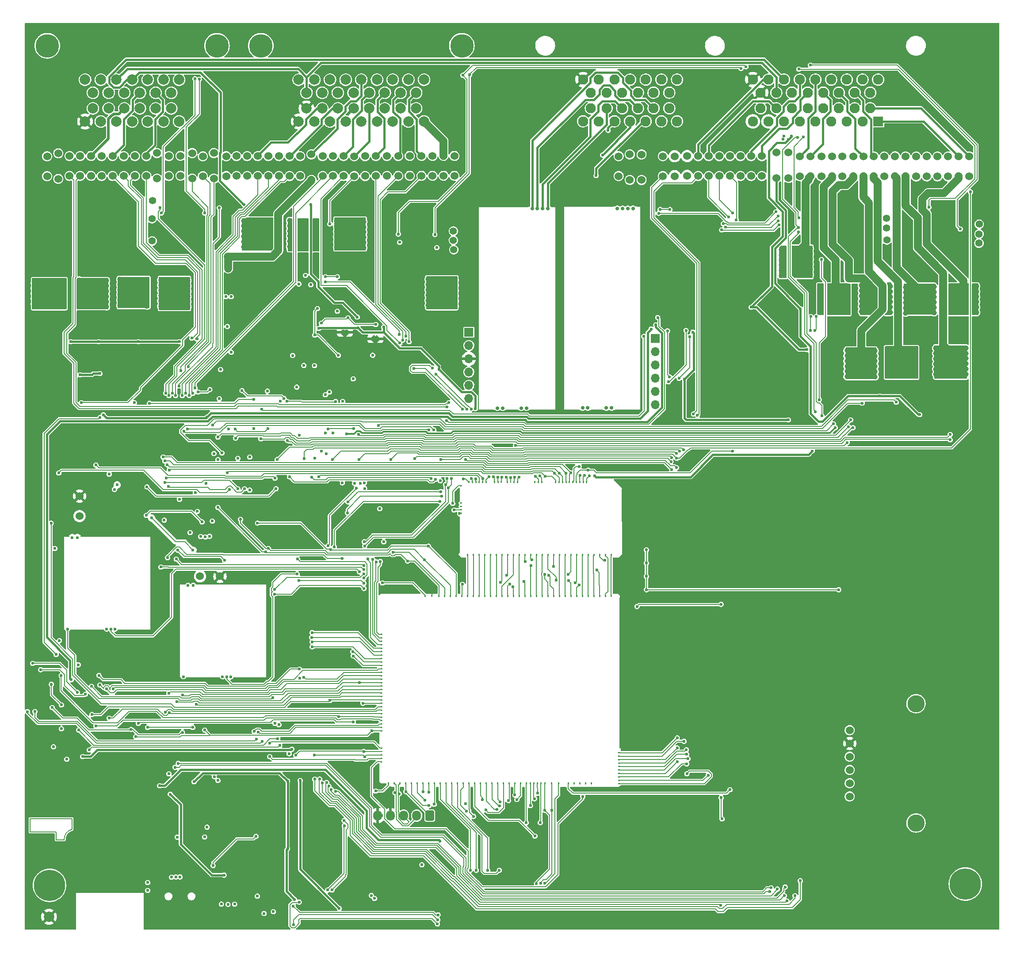
<source format=gbl>
G04 #@! TF.GenerationSoftware,KiCad,Pcbnew,(6.0.9)*
G04 #@! TF.CreationDate,2022-11-30T13:34:14+02:00*
G04 #@! TF.ProjectId,alphax_8ch,616c7068-6178-45f3-9863-682e6b696361,a*
G04 #@! TF.SameCoordinates,PX141f5e0PYa2cace0*
G04 #@! TF.FileFunction,Copper,L4,Bot*
G04 #@! TF.FilePolarity,Positive*
%FSLAX46Y46*%
G04 Gerber Fmt 4.6, Leading zero omitted, Abs format (unit mm)*
G04 Created by KiCad (PCBNEW (6.0.9)) date 2022-11-30 13:34:14*
%MOMM*%
%LPD*%
G01*
G04 APERTURE LIST*
G04 #@! TA.AperFunction,EtchedComponent*
%ADD10C,0.200000*%
G04 #@! TD*
G04 #@! TA.AperFunction,ComponentPad*
%ADD11C,0.599999*%
G04 #@! TD*
G04 #@! TA.AperFunction,ComponentPad*
%ADD12C,1.524000*%
G04 #@! TD*
G04 #@! TA.AperFunction,ComponentPad*
%ADD13C,4.500000*%
G04 #@! TD*
G04 #@! TA.AperFunction,ComponentPad*
%ADD14C,2.000000*%
G04 #@! TD*
G04 #@! TA.AperFunction,ComponentPad*
%ADD15C,6.000000*%
G04 #@! TD*
G04 #@! TA.AperFunction,ComponentPad*
%ADD16R,1.700000X1.700000*%
G04 #@! TD*
G04 #@! TA.AperFunction,ComponentPad*
%ADD17O,1.700000X1.700000*%
G04 #@! TD*
G04 #@! TA.AperFunction,ComponentPad*
%ADD18C,0.600000*%
G04 #@! TD*
G04 #@! TA.AperFunction,SMDPad,CuDef*
%ADD19R,2.000000X0.600000*%
G04 #@! TD*
G04 #@! TA.AperFunction,SMDPad,CuDef*
%ADD20R,1.250000X0.250000*%
G04 #@! TD*
G04 #@! TA.AperFunction,SMDPad,CuDef*
%ADD21R,0.350000X0.250000*%
G04 #@! TD*
G04 #@! TA.AperFunction,SMDPad,CuDef*
%ADD22R,6.450000X0.250000*%
G04 #@! TD*
G04 #@! TA.AperFunction,SMDPad,CuDef*
%ADD23R,0.250000X18.200000*%
G04 #@! TD*
G04 #@! TA.AperFunction,SMDPad,CuDef*
%ADD24R,6.500000X0.250000*%
G04 #@! TD*
G04 #@! TA.AperFunction,SMDPad,CuDef*
%ADD25R,13.650000X0.250000*%
G04 #@! TD*
G04 #@! TA.AperFunction,ComponentPad*
%ADD26R,1.950000X1.950000*%
G04 #@! TD*
G04 #@! TA.AperFunction,ComponentPad*
%ADD27C,1.950000*%
G04 #@! TD*
G04 #@! TA.AperFunction,ComponentPad*
%ADD28O,1.700000X1.950000*%
G04 #@! TD*
G04 #@! TA.AperFunction,ComponentPad*
%ADD29C,0.700000*%
G04 #@! TD*
G04 #@! TA.AperFunction,SMDPad,CuDef*
%ADD30R,5.050000X0.250000*%
G04 #@! TD*
G04 #@! TA.AperFunction,SMDPad,CuDef*
%ADD31R,0.250000X39.250000*%
G04 #@! TD*
G04 #@! TA.AperFunction,SMDPad,CuDef*
%ADD32R,0.950000X0.250000*%
G04 #@! TD*
G04 #@! TA.AperFunction,SMDPad,CuDef*
%ADD33R,3.100000X0.250000*%
G04 #@! TD*
G04 #@! TA.AperFunction,SMDPad,CuDef*
%ADD34R,9.750000X0.250000*%
G04 #@! TD*
G04 #@! TA.AperFunction,SMDPad,CuDef*
%ADD35R,2.250000X0.250000*%
G04 #@! TD*
G04 #@! TA.AperFunction,ComponentPad*
%ADD36C,3.302000*%
G04 #@! TD*
G04 #@! TA.AperFunction,SMDPad,CuDef*
%ADD37C,2.000000*%
G04 #@! TD*
G04 #@! TA.AperFunction,ViaPad*
%ADD38C,0.600000*%
G04 #@! TD*
G04 #@! TA.AperFunction,ViaPad*
%ADD39C,1.400000*%
G04 #@! TD*
G04 #@! TA.AperFunction,ViaPad*
%ADD40C,1.500000*%
G04 #@! TD*
G04 #@! TA.AperFunction,ViaPad*
%ADD41C,1.000000*%
G04 #@! TD*
G04 #@! TA.AperFunction,Conductor*
%ADD42C,0.200000*%
G04 #@! TD*
G04 #@! TA.AperFunction,Conductor*
%ADD43C,0.400000*%
G04 #@! TD*
G04 #@! TA.AperFunction,Conductor*
%ADD44C,0.203200*%
G04 #@! TD*
G04 #@! TA.AperFunction,Conductor*
%ADD45C,1.500000*%
G04 #@! TD*
G04 #@! TA.AperFunction,Conductor*
%ADD46C,0.300000*%
G04 #@! TD*
G04 #@! TA.AperFunction,Conductor*
%ADD47C,0.500000*%
G04 #@! TD*
G04 APERTURE END LIST*
D10*
G04 #@! TO.C,G3*
X1107713Y21355349D02*
X9107713Y21355349D01*
X6107713Y17355349D02*
X6107713Y18855349D01*
X6107713Y18855349D02*
X1107713Y18855349D01*
X9107713Y21355349D02*
X9107713Y19355349D01*
X6107713Y17355349D02*
X7607713Y17355349D01*
X1107713Y18855349D02*
X1107713Y21355349D01*
X9107713Y19355348D02*
G75*
G03*
X7607713Y17355349I478801J-1921600D01*
G01*
G04 #@! TD*
D11*
G04 #@! TO.P,M4,V1,IGN8*
G04 #@! TO.N,/IGN8*
X126845111Y31896868D03*
G04 #@! TO.P,M4,V2,IGN7*
G04 #@! TO.N,/IGN7*
X125010101Y32321876D03*
G04 #@! TO.P,M4,V3,IGN6*
G04 #@! TO.N,/IGN6*
X127060109Y32871873D03*
G04 #@! TO.P,M4,V4,IGN5*
G04 #@! TO.N,/IGN5*
X126845114Y33746832D03*
G04 #@! TO.P,M4,V5,IGN4*
G04 #@! TO.N,/IGN4*
X126770107Y34596855D03*
G04 #@! TO.P,M4,V6,IGN3*
G04 #@! TO.N,/IGN3*
X125010101Y34921871D03*
G04 #@! TO.P,M4,V7,IGN2*
G04 #@! TO.N,/IGN2*
X126320101Y36221838D03*
G04 #@! TO.P,M4,V8,IGN1*
G04 #@! TO.N,/IGN1*
X125010101Y36871855D03*
G04 #@! TO.P,M4,V9,VCC*
G04 #@! TO.N,+5V_IGN*
X130935116Y29696852D03*
G04 #@! TO.P,M4,V10,V33*
G04 #@! TO.N,+3V3_IGN*
X126860110Y29996854D03*
G04 #@! TD*
D12*
G04 #@! TO.P,R8,1,1*
G04 #@! TO.N,/OUT_INJ2*
X158700000Y144475000D03*
G04 #@! TO.P,R8,2,2*
G04 #@! TO.N,/A3*
X158700000Y148285000D03*
G04 #@! TD*
D13*
G04 #@! TO.P,J22,0*
G04 #@! TO.N,N/C*
X4370000Y169500000D03*
X36870000Y169500000D03*
D14*
G04 #@! TO.P,J22,1,1D*
G04 #@! TO.N,unconnected-(J22-Pad1)*
X29620000Y163000000D03*
G04 #@! TO.P,J22,2,2D*
G04 #@! TO.N,/D2*
X26620000Y163000000D03*
G04 #@! TO.P,J22,3,3D*
G04 #@! TO.N,unconnected-(J22-Pad3)*
X23620000Y163000000D03*
G04 #@! TO.P,J22,4,4D*
G04 #@! TO.N,+5VAS*
X20620000Y163000000D03*
G04 #@! TO.P,J22,5,5D*
G04 #@! TO.N,GNDA*
X17620000Y163000000D03*
G04 #@! TO.P,J22,6,6D*
G04 #@! TO.N,unconnected-(J22-Pad6)*
X14620000Y163000000D03*
G04 #@! TO.P,J22,7,7D*
G04 #@! TO.N,unconnected-(J22-Pad7)*
X11620000Y163000000D03*
G04 #@! TO.P,J22,8,8D*
G04 #@! TO.N,/D8*
X28120000Y160500000D03*
G04 #@! TO.P,J22,9,9D*
G04 #@! TO.N,/D9*
X25120000Y160500000D03*
G04 #@! TO.P,J22,10,10D*
G04 #@! TO.N,/D10*
X22120000Y160500000D03*
G04 #@! TO.P,J22,11,11D*
G04 #@! TO.N,unconnected-(J22-Pad11)*
X19120000Y160500000D03*
G04 #@! TO.P,J22,12,12D*
G04 #@! TO.N,unconnected-(J22-Pad12)*
X16120000Y160500000D03*
G04 #@! TO.P,J22,13,13D*
G04 #@! TO.N,unconnected-(J22-Pad13)*
X13120000Y160500000D03*
G04 #@! TO.P,J22,14,14D*
G04 #@! TO.N,/D14*
X28120000Y157500000D03*
G04 #@! TO.P,J22,15,15D*
G04 #@! TO.N,/D15*
X25120000Y157500000D03*
G04 #@! TO.P,J22,16,16D*
G04 #@! TO.N,/D16*
X22120000Y157500000D03*
G04 #@! TO.P,J22,17,17D*
G04 #@! TO.N,/D17*
X19120000Y157500000D03*
G04 #@! TO.P,J22,18,18D*
G04 #@! TO.N,/D18*
X16120000Y157500000D03*
G04 #@! TO.P,J22,19,19D*
G04 #@! TO.N,/D19*
X13120000Y157500000D03*
G04 #@! TO.P,J22,20,20D*
G04 #@! TO.N,/D20*
X29620000Y155000000D03*
G04 #@! TO.P,J22,21,21D*
G04 #@! TO.N,/D21*
X26620000Y155000000D03*
G04 #@! TO.P,J22,22,22D*
G04 #@! TO.N,/D22*
X23620000Y155000000D03*
G04 #@! TO.P,J22,23,23D*
G04 #@! TO.N,/D23*
X20620000Y155000000D03*
G04 #@! TO.P,J22,24,24D*
G04 #@! TO.N,/D24*
X17620000Y155000000D03*
G04 #@! TO.P,J22,25,25D*
G04 #@! TO.N,/D25*
X14620000Y155000000D03*
G04 #@! TO.P,J22,26,26D*
G04 #@! TO.N,GND*
X11620000Y155000000D03*
G04 #@! TD*
D12*
G04 #@! TO.P,R131,1,1*
G04 #@! TO.N,/IN_AN4*
X34175908Y144515760D03*
G04 #@! TO.P,R131,2,2*
G04 #@! TO.N,/D8*
X34175908Y148325760D03*
G04 #@! TD*
G04 #@! TO.P,R93,1,1*
G04 #@! TO.N,/D21*
X27668000Y148365000D03*
G04 #@! TO.P,R93,2,2*
G04 #@! TO.N,/OUT_DC3-*
X27668000Y144555000D03*
G04 #@! TD*
D15*
G04 #@! TO.P,J8,1,Pin_1*
G04 #@! TO.N,unconnected-(J8-Pad1)*
X4803000Y8619000D03*
G04 #@! TD*
D12*
G04 #@! TO.P,R59,1,1*
G04 #@! TO.N,/C26*
X80260000Y148400021D03*
G04 #@! TO.P,R59,2,2*
G04 #@! TO.N,/OUT_ETB-*
X80260000Y144590021D03*
G04 #@! TD*
G04 #@! TO.P,R9,1,1*
G04 #@! TO.N,/OUT_INJ1*
X154650000Y144495000D03*
G04 #@! TO.P,R9,2,2*
G04 #@! TO.N,/A4*
X154650000Y148305000D03*
G04 #@! TD*
G04 #@! TO.P,R68,1,1*
G04 #@! TO.N,/IN_AT3*
X52814000Y144555000D03*
G04 #@! TO.P,R68,2,2*
G04 #@! TO.N,/C6*
X52814000Y148365000D03*
G04 #@! TD*
G04 #@! TO.P,R100,1,1*
G04 #@! TO.N,/IN_HALL2*
X148500000Y144505000D03*
G04 #@! TO.P,R100,2,2*
G04 #@! TO.N,/A30*
X148500000Y148315000D03*
G04 #@! TD*
G04 #@! TO.P,R82,1,1*
G04 #@! TO.N,/D19*
X4350000Y148325000D03*
G04 #@! TO.P,R82,2,2*
G04 #@! TO.N,/OUT_BOOST*
X4350000Y144515000D03*
G04 #@! TD*
G04 #@! TO.P,F4,1,1*
G04 #@! TO.N,/A5*
X146310000Y149060000D03*
G04 #@! TO.P,F4,2,2*
G04 #@! TO.N,+12V_ETB*
X146310000Y144160000D03*
G04 #@! TD*
G04 #@! TO.P,R91,1,1*
G04 #@! TO.N,/IN_KNOCK_RAW2*
X40622000Y144555000D03*
G04 #@! TO.P,R91,2,2*
G04 #@! TO.N,/C8*
X40622000Y148365000D03*
G04 #@! TD*
G04 #@! TO.P,R112,1,1*
G04 #@! TO.N,/IN_CRANK-*
X10550000Y79387000D03*
G04 #@! TO.P,R112,2,2*
G04 #@! TO.N,GND*
X10550000Y83197000D03*
G04 #@! TD*
D11*
G04 #@! TO.P,M16,V1,V33*
G04 #@! TO.N,/PWR_3V3*
X79577495Y17084820D03*
G04 #@! TO.P,M16,V2,GND*
G04 #@! TO.N,GND*
X81152509Y12179811D03*
G04 #@! TO.P,M16,V3,GND*
X93856527Y12188874D03*
G04 #@! TO.P,M16,V4,SD_CS*
G04 #@! TO.N,/SD_CS*
X85377499Y11509810D03*
G04 #@! TO.P,M16,V5,SD_MOSI*
G04 #@! TO.N,/SD_MOSI*
X86552503Y11509810D03*
G04 #@! TO.P,M16,V6,SD_SCK*
G04 #@! TO.N,/SD_SCK*
X88727497Y11509810D03*
G04 #@! TO.P,M16,V7,SD_MISO*
G04 #@! TO.N,/SD_MISO*
X90952499Y11509810D03*
G04 #@! TD*
D12*
G04 #@! TO.P,F10,1,1*
G04 #@! TO.N,/C5*
X54970000Y148690000D03*
G04 #@! TO.P,F10,2,2*
G04 #@! TO.N,+12V_RAW*
X54970000Y143790000D03*
G04 #@! TD*
G04 #@! TO.P,R11,1,1*
G04 #@! TO.N,/OUT_IGN2*
X156660000Y144525000D03*
G04 #@! TO.P,R11,2,2*
G04 #@! TO.N,/A12*
X156660000Y148335000D03*
G04 #@! TD*
G04 #@! TO.P,R6,1,1*
G04 #@! TO.N,/OUT_INJ4*
X178920000Y144465000D03*
G04 #@! TO.P,R6,2,2*
G04 #@! TO.N,/A1*
X178920000Y148275000D03*
G04 #@! TD*
G04 #@! TO.P,R60,1,1*
G04 #@! TO.N,/OUT_IGN6*
X67320000Y144555000D03*
G04 #@! TO.P,R60,2,2*
G04 #@! TO.N,/C12*
X67320000Y148365000D03*
G04 #@! TD*
G04 #@! TO.P,R36,1,1*
G04 #@! TO.N,/IN_AT1*
X135100000Y144555000D03*
G04 #@! TO.P,R36,2,2*
G04 #@! TO.N,/A15*
X135100000Y148365000D03*
G04 #@! TD*
G04 #@! TO.P,R120,1,1*
G04 #@! TO.N,/IN_AN3*
X46718000Y144565000D03*
G04 #@! TO.P,R120,2,2*
G04 #@! TO.N,/C33*
X46718000Y148375000D03*
G04 #@! TD*
G04 #@! TO.P,R66,1,1*
G04 #@! TO.N,/CAN1-*
X8650000Y144565000D03*
G04 #@! TO.P,R66,2,2*
G04 #@! TO.N,/D25*
X8650000Y148375000D03*
G04 #@! TD*
G04 #@! TO.P,R17,1,1*
G04 #@! TO.N,/OUT_VVT4*
X168760000Y144485000D03*
G04 #@! TO.P,R17,2,2*
G04 #@! TO.N,/A18*
X168760000Y148295000D03*
G04 #@! TD*
G04 #@! TO.P,R111,1,1*
G04 #@! TO.N,/IN_PPS2*
X57110000Y144555000D03*
G04 #@! TO.P,R111,2,2*
G04 #@! TO.N,/C31*
X57110000Y148365000D03*
G04 #@! TD*
G04 #@! TO.P,R63,1,1*
G04 #@! TO.N,/CAN2+*
X21180000Y144555000D03*
G04 #@! TO.P,R63,2,2*
G04 #@! TO.N,/D22*
X21180000Y148365000D03*
G04 #@! TD*
G04 #@! TO.P,R74,1,1*
G04 #@! TO.N,/IN_TPS2*
X44686000Y144555000D03*
G04 #@! TO.P,R74,2,2*
G04 #@! TO.N,/C24*
X44686000Y148365000D03*
G04 #@! TD*
G04 #@! TO.P,R34,1,1*
G04 #@! TO.N,/IN_AN1*
X137110000Y144555000D03*
G04 #@! TO.P,R34,2,2*
G04 #@! TO.N,/A14*
X137110000Y148365000D03*
G04 #@! TD*
G04 #@! TO.P,R70,1,1*
G04 #@! TO.N,/IN_2STEP*
X63160000Y144535000D03*
G04 #@! TO.P,R70,2,2*
G04 #@! TO.N,/C21*
X63160000Y148345000D03*
G04 #@! TD*
D11*
G04 #@! TO.P,M7,V1,V5*
G04 #@! TO.N,+5V*
X51750003Y5925001D03*
G04 #@! TO.P,M7,V2,CAN_VIO*
G04 #@! TO.N,Net-(M6-PadN1)*
X52625005Y5400001D03*
G04 #@! TO.P,M7,V5,CAN_TX*
G04 #@! TO.N,/CAN1_TX*
X51450001Y4650003D03*
G04 #@! TO.P,M7,V6,CAN_RX*
G04 #@! TO.N,/CAN1_RX*
X51525004Y1100002D03*
G04 #@! TD*
G04 #@! TO.P,M6,E1,SPI1_SCK*
G04 #@! TO.N,/AMUX*
G04 #@! TA.AperFunction,SMDPad,CuDef*
G36*
G01*
X68220504Y32403625D02*
X68470504Y32403625D01*
G75*
G02*
X68595504Y32278625I0J-125000D01*
G01*
X68595504Y32278625D01*
G75*
G02*
X68470504Y32153625I-125000J0D01*
G01*
X68220504Y32153625D01*
G75*
G02*
X68095504Y32278625I0J125000D01*
G01*
X68095504Y32278625D01*
G75*
G02*
X68220504Y32403625I125000J0D01*
G01*
G37*
G04 #@! TD.AperFunction*
G04 #@! TO.P,M6,E2,SPI1_MISO*
G04 #@! TO.N,/DC3_PWM*
G04 #@! TA.AperFunction,SMDPad,CuDef*
G36*
G01*
X68470504Y32813623D02*
X68220504Y32813623D01*
G75*
G02*
X68095504Y32938623I0J125000D01*
G01*
X68095504Y32938623D01*
G75*
G02*
X68220504Y33063623I125000J0D01*
G01*
X68470504Y33063623D01*
G75*
G02*
X68595504Y32938623I0J-125000D01*
G01*
X68595504Y32938623D01*
G75*
G02*
X68470504Y32813623I-125000J0D01*
G01*
G37*
G04 #@! TD.AperFunction*
G04 #@! TO.P,M6,E3,SPI1_MOSI*
G04 #@! TO.N,/CAN2_RX*
G04 #@! TA.AperFunction,SMDPad,CuDef*
G36*
G01*
X68470504Y33473628D02*
X68220504Y33473628D01*
G75*
G02*
X68095504Y33598628I0J125000D01*
G01*
X68095504Y33598628D01*
G75*
G02*
X68220504Y33723628I125000J0D01*
G01*
X68470504Y33723628D01*
G75*
G02*
X68595504Y33598628I0J-125000D01*
G01*
X68595504Y33598628D01*
G75*
G02*
X68470504Y33473628I-125000J0D01*
G01*
G37*
G04 #@! TD.AperFunction*
G04 #@! TO.P,M6,E4,SPI1_CS1*
G04 #@! TO.N,/CAN2_TX*
G04 #@! TA.AperFunction,SMDPad,CuDef*
G36*
G01*
X68470504Y34133623D02*
X68220504Y34133623D01*
G75*
G02*
X68095504Y34258623I0J125000D01*
G01*
X68095504Y34258623D01*
G75*
G02*
X68220504Y34383623I125000J0D01*
G01*
X68470504Y34383623D01*
G75*
G02*
X68595504Y34258623I0J-125000D01*
G01*
X68595504Y34258623D01*
G75*
G02*
X68470504Y34133623I-125000J0D01*
G01*
G37*
G04 #@! TD.AperFunction*
G04 #@! TO.P,M6,E5,SPI1_CS2*
G04 #@! TO.N,/DC3_DIR*
G04 #@! TA.AperFunction,SMDPad,CuDef*
G36*
G01*
X68470504Y34793625D02*
X68220504Y34793625D01*
G75*
G02*
X68095504Y34918625I0J125000D01*
G01*
X68095504Y34918625D01*
G75*
G02*
X68220504Y35043625I125000J0D01*
G01*
X68470504Y35043625D01*
G75*
G02*
X68595504Y34918625I0J-125000D01*
G01*
X68595504Y34918625D01*
G75*
G02*
X68470504Y34793625I-125000J0D01*
G01*
G37*
G04 #@! TD.AperFunction*
G04 #@! TO.P,M6,E6,OUT_IO3*
G04 #@! TO.N,/PWR_EN*
G04 #@! TA.AperFunction,SMDPad,CuDef*
G36*
G01*
X68470504Y38093626D02*
X68220504Y38093626D01*
G75*
G02*
X68095504Y38218626I0J125000D01*
G01*
X68095504Y38218626D01*
G75*
G02*
X68220504Y38343626I125000J0D01*
G01*
X68470504Y38343626D01*
G75*
G02*
X68595504Y38218626I0J-125000D01*
G01*
X68595504Y38218626D01*
G75*
G02*
X68470504Y38093626I-125000J0D01*
G01*
G37*
G04 #@! TD.AperFunction*
G04 #@! TO.P,M6,E7,OUT_IO5*
G04 #@! TO.N,/CRANK_P_PULLUP*
G04 #@! TA.AperFunction,SMDPad,CuDef*
G36*
G01*
X68470504Y38753627D02*
X68220504Y38753627D01*
G75*
G02*
X68095504Y38878627I0J125000D01*
G01*
X68095504Y38878627D01*
G75*
G02*
X68220504Y39003627I125000J0D01*
G01*
X68470504Y39003627D01*
G75*
G02*
X68595504Y38878627I0J-125000D01*
G01*
X68595504Y38878627D01*
G75*
G02*
X68470504Y38753627I-125000J0D01*
G01*
G37*
G04 #@! TD.AperFunction*
G04 #@! TO.P,M6,E8,OUT_IO1*
G04 #@! TO.N,/LS7*
G04 #@! TA.AperFunction,SMDPad,CuDef*
G36*
G01*
X68470504Y39413629D02*
X68220504Y39413629D01*
G75*
G02*
X68095504Y39538629I0J125000D01*
G01*
X68095504Y39538629D01*
G75*
G02*
X68220504Y39663629I125000J0D01*
G01*
X68470504Y39663629D01*
G75*
G02*
X68595504Y39538629I0J-125000D01*
G01*
X68595504Y39538629D01*
G75*
G02*
X68470504Y39413629I-125000J0D01*
G01*
G37*
G04 #@! TD.AperFunction*
G04 #@! TO.P,M6,E9,OUT_IO6*
G04 #@! TO.N,/TACH_PULLUP*
G04 #@! TA.AperFunction,SMDPad,CuDef*
G36*
G01*
X68470504Y40073627D02*
X68220504Y40073627D01*
G75*
G02*
X68095504Y40198627I0J125000D01*
G01*
X68095504Y40198627D01*
G75*
G02*
X68220504Y40323627I125000J0D01*
G01*
X68470504Y40323627D01*
G75*
G02*
X68595504Y40198627I0J-125000D01*
G01*
X68595504Y40198627D01*
G75*
G02*
X68470504Y40073627I-125000J0D01*
G01*
G37*
G04 #@! TD.AperFunction*
G04 #@! TO.P,M6,E10,OUT_IO10*
G04 #@! TO.N,/MAIN*
G04 #@! TA.AperFunction,SMDPad,CuDef*
G36*
G01*
X68470504Y40733629D02*
X68220504Y40733629D01*
G75*
G02*
X68095504Y40858629I0J125000D01*
G01*
X68095504Y40858629D01*
G75*
G02*
X68220504Y40983629I125000J0D01*
G01*
X68470504Y40983629D01*
G75*
G02*
X68595504Y40858629I0J-125000D01*
G01*
X68595504Y40858629D01*
G75*
G02*
X68470504Y40733629I-125000J0D01*
G01*
G37*
G04 #@! TD.AperFunction*
G04 #@! TO.P,M6,E11,OUT_IO9*
G04 #@! TO.N,/NOS*
G04 #@! TA.AperFunction,SMDPad,CuDef*
G36*
G01*
X68470504Y41393627D02*
X68220504Y41393627D01*
G75*
G02*
X68095504Y41518627I0J125000D01*
G01*
X68095504Y41518627D01*
G75*
G02*
X68220504Y41643627I125000J0D01*
G01*
X68470504Y41643627D01*
G75*
G02*
X68595504Y41518627I0J-125000D01*
G01*
X68595504Y41518627D01*
G75*
G02*
X68470504Y41393627I-125000J0D01*
G01*
G37*
G04 #@! TD.AperFunction*
G04 #@! TO.P,M6,E12,OUT_IO2*
G04 #@! TO.N,/LS8*
G04 #@! TA.AperFunction,SMDPad,CuDef*
G36*
G01*
X68470504Y42053628D02*
X68220504Y42053628D01*
G75*
G02*
X68095504Y42178628I0J125000D01*
G01*
X68095504Y42178628D01*
G75*
G02*
X68220504Y42303628I125000J0D01*
G01*
X68470504Y42303628D01*
G75*
G02*
X68595504Y42178628I0J-125000D01*
G01*
X68595504Y42178628D01*
G75*
G02*
X68470504Y42053628I-125000J0D01*
G01*
G37*
G04 #@! TD.AperFunction*
G04 #@! TO.P,M6,E13,OUT_IO12*
G04 #@! TO.N,/PUMP_RELAY*
G04 #@! TA.AperFunction,SMDPad,CuDef*
G36*
G01*
X68470504Y42713627D02*
X68220504Y42713627D01*
G75*
G02*
X68095504Y42838627I0J125000D01*
G01*
X68095504Y42838627D01*
G75*
G02*
X68220504Y42963627I125000J0D01*
G01*
X68470504Y42963627D01*
G75*
G02*
X68595504Y42838627I0J-125000D01*
G01*
X68595504Y42838627D01*
G75*
G02*
X68470504Y42713627I-125000J0D01*
G01*
G37*
G04 #@! TD.AperFunction*
G04 #@! TO.P,M6,E14,OUT_PWM2*
G04 #@! TO.N,/ETB_PWM*
G04 #@! TA.AperFunction,SMDPad,CuDef*
G36*
G01*
X68470504Y43373628D02*
X68220504Y43373628D01*
G75*
G02*
X68095504Y43498628I0J125000D01*
G01*
X68095504Y43498628D01*
G75*
G02*
X68220504Y43623628I125000J0D01*
G01*
X68470504Y43623628D01*
G75*
G02*
X68595504Y43498628I0J-125000D01*
G01*
X68595504Y43498628D01*
G75*
G02*
X68470504Y43373628I-125000J0D01*
G01*
G37*
G04 #@! TD.AperFunction*
G04 #@! TO.P,M6,E15,OUT_PWM3*
G04 #@! TO.N,/BOOST*
G04 #@! TA.AperFunction,SMDPad,CuDef*
G36*
G01*
X68470504Y44033627D02*
X68220504Y44033627D01*
G75*
G02*
X68095504Y44158627I0J125000D01*
G01*
X68095504Y44158627D01*
G75*
G02*
X68220504Y44283627I125000J0D01*
G01*
X68470504Y44283627D01*
G75*
G02*
X68595504Y44158627I0J-125000D01*
G01*
X68595504Y44158627D01*
G75*
G02*
X68470504Y44033627I-125000J0D01*
G01*
G37*
G04 #@! TD.AperFunction*
G04 #@! TO.P,M6,E16,OUT_PWM4*
G04 #@! TO.N,/THRESHOLD_VR_CM*
G04 #@! TA.AperFunction,SMDPad,CuDef*
G36*
G01*
X68470504Y44693628D02*
X68220504Y44693628D01*
G75*
G02*
X68095504Y44818628I0J125000D01*
G01*
X68095504Y44818628D01*
G75*
G02*
X68220504Y44943628I125000J0D01*
G01*
X68470504Y44943628D01*
G75*
G02*
X68595504Y44818628I0J-125000D01*
G01*
X68595504Y44818628D01*
G75*
G02*
X68470504Y44693628I-125000J0D01*
G01*
G37*
G04 #@! TD.AperFunction*
G04 #@! TO.P,M6,E17,OUT_PWM5*
G04 #@! TO.N,/VVT4*
G04 #@! TA.AperFunction,SMDPad,CuDef*
G36*
G01*
X68470504Y45353627D02*
X68220504Y45353627D01*
G75*
G02*
X68095504Y45478627I0J125000D01*
G01*
X68095504Y45478627D01*
G75*
G02*
X68220504Y45603627I125000J0D01*
G01*
X68470504Y45603627D01*
G75*
G02*
X68595504Y45478627I0J-125000D01*
G01*
X68595504Y45478627D01*
G75*
G02*
X68470504Y45353627I-125000J0D01*
G01*
G37*
G04 #@! TD.AperFunction*
G04 #@! TO.P,M6,E18,OUT_PWM6*
G04 #@! TO.N,/THRESHOLD_VR_CR*
G04 #@! TA.AperFunction,SMDPad,CuDef*
G36*
G01*
X68470504Y46013628D02*
X68220504Y46013628D01*
G75*
G02*
X68095504Y46138628I0J125000D01*
G01*
X68095504Y46138628D01*
G75*
G02*
X68220504Y46263628I125000J0D01*
G01*
X68470504Y46263628D01*
G75*
G02*
X68595504Y46138628I0J-125000D01*
G01*
X68595504Y46138628D01*
G75*
G02*
X68470504Y46013628I-125000J0D01*
G01*
G37*
G04 #@! TD.AperFunction*
G04 #@! TO.P,M6,E19,OUT_PWM7*
G04 #@! TO.N,/VVT1*
G04 #@! TA.AperFunction,SMDPad,CuDef*
G36*
G01*
X68470504Y46673627D02*
X68220504Y46673627D01*
G75*
G02*
X68095504Y46798627I0J125000D01*
G01*
X68095504Y46798627D01*
G75*
G02*
X68220504Y46923627I125000J0D01*
G01*
X68470504Y46923627D01*
G75*
G02*
X68595504Y46798627I0J-125000D01*
G01*
X68595504Y46798627D01*
G75*
G02*
X68470504Y46673627I-125000J0D01*
G01*
G37*
G04 #@! TD.AperFunction*
G04 #@! TO.P,M6,E20,OUT_IO11*
G04 #@! TO.N,/FAN_RELAY*
G04 #@! TA.AperFunction,SMDPad,CuDef*
G36*
G01*
X68470504Y47333628D02*
X68220504Y47333628D01*
G75*
G02*
X68095504Y47458628I0J125000D01*
G01*
X68095504Y47458628D01*
G75*
G02*
X68220504Y47583628I125000J0D01*
G01*
X68470504Y47583628D01*
G75*
G02*
X68595504Y47458628I0J-125000D01*
G01*
X68595504Y47458628D01*
G75*
G02*
X68470504Y47333628I-125000J0D01*
G01*
G37*
G04 #@! TD.AperFunction*
G04 #@! TO.P,M6,E21,OUT_IO7*
G04 #@! TO.N,/2STEP_PULLDOWN*
G04 #@! TA.AperFunction,SMDPad,CuDef*
G36*
G01*
X68470504Y47993627D02*
X68220504Y47993627D01*
G75*
G02*
X68095504Y48118627I0J125000D01*
G01*
X68095504Y48118627D01*
G75*
G02*
X68220504Y48243627I125000J0D01*
G01*
X68470504Y48243627D01*
G75*
G02*
X68595504Y48118627I0J-125000D01*
G01*
X68595504Y48118627D01*
G75*
G02*
X68470504Y47993627I-125000J0D01*
G01*
G37*
G04 #@! TD.AperFunction*
G04 #@! TO.P,M6,E22,OUT_IO8*
G04 #@! TO.N,/CAM_PULLDOWN*
G04 #@! TA.AperFunction,SMDPad,CuDef*
G36*
G01*
X68470504Y48653628D02*
X68220504Y48653628D01*
G75*
G02*
X68095504Y48778628I0J125000D01*
G01*
X68095504Y48778628D01*
G75*
G02*
X68220504Y48903628I125000J0D01*
G01*
X68470504Y48903628D01*
G75*
G02*
X68595504Y48778628I0J-125000D01*
G01*
X68595504Y48778628D01*
G75*
G02*
X68470504Y48653628I-125000J0D01*
G01*
G37*
G04 #@! TD.AperFunction*
G04 #@! TO.P,M6,E23,OUT_IO4*
G04 #@! TO.N,/TEMP_PULLUP*
G04 #@! TA.AperFunction,SMDPad,CuDef*
G36*
G01*
X68470504Y49313627D02*
X68220504Y49313627D01*
G75*
G02*
X68095504Y49438627I0J125000D01*
G01*
X68095504Y49438627D01*
G75*
G02*
X68220504Y49563627I125000J0D01*
G01*
X68470504Y49563627D01*
G75*
G02*
X68595504Y49438627I0J-125000D01*
G01*
X68595504Y49438627D01*
G75*
G02*
X68470504Y49313627I-125000J0D01*
G01*
G37*
G04 #@! TD.AperFunction*
G04 #@! TO.P,M6,E24,OUT_IO13*
G04 #@! TO.N,/TACH*
G04 #@! TA.AperFunction,SMDPad,CuDef*
G36*
G01*
X68470504Y49973628D02*
X68220504Y49973628D01*
G75*
G02*
X68095504Y50098628I0J125000D01*
G01*
X68095504Y50098628D01*
G75*
G02*
X68220504Y50223628I125000J0D01*
G01*
X68470504Y50223628D01*
G75*
G02*
X68595504Y50098628I0J-125000D01*
G01*
X68595504Y50098628D01*
G75*
G02*
X68470504Y49973628I-125000J0D01*
G01*
G37*
G04 #@! TD.AperFunction*
G04 #@! TO.P,M6,E25,OUT_INJ1*
G04 #@! TO.N,/INJ1*
G04 #@! TA.AperFunction,SMDPad,CuDef*
G36*
G01*
X68470504Y50633627D02*
X68220504Y50633627D01*
G75*
G02*
X68095504Y50758627I0J125000D01*
G01*
X68095504Y50758627D01*
G75*
G02*
X68220504Y50883627I125000J0D01*
G01*
X68470504Y50883627D01*
G75*
G02*
X68595504Y50758627I0J-125000D01*
G01*
X68595504Y50758627D01*
G75*
G02*
X68470504Y50633627I-125000J0D01*
G01*
G37*
G04 #@! TD.AperFunction*
G04 #@! TO.P,M6,E26,OUT_INJ2*
G04 #@! TO.N,/INJ2*
G04 #@! TA.AperFunction,SMDPad,CuDef*
G36*
G01*
X68470504Y51293628D02*
X68220504Y51293628D01*
G75*
G02*
X68095504Y51418628I0J125000D01*
G01*
X68095504Y51418628D01*
G75*
G02*
X68220504Y51543628I125000J0D01*
G01*
X68470504Y51543628D01*
G75*
G02*
X68595504Y51418628I0J-125000D01*
G01*
X68595504Y51418628D01*
G75*
G02*
X68470504Y51293628I-125000J0D01*
G01*
G37*
G04 #@! TD.AperFunction*
G04 #@! TO.P,M6,E27,OUT_PWM1*
G04 #@! TO.N,/VVT3*
G04 #@! TA.AperFunction,SMDPad,CuDef*
G36*
G01*
X68470504Y51953626D02*
X68220504Y51953626D01*
G75*
G02*
X68095504Y52078626I0J125000D01*
G01*
X68095504Y52078626D01*
G75*
G02*
X68220504Y52203626I125000J0D01*
G01*
X68470504Y52203626D01*
G75*
G02*
X68595504Y52078626I0J-125000D01*
G01*
X68595504Y52078626D01*
G75*
G02*
X68470504Y51953626I-125000J0D01*
G01*
G37*
G04 #@! TD.AperFunction*
G04 #@! TO.P,M6,E28,OUT_PWM8*
G04 #@! TO.N,/VVT2*
G04 #@! TA.AperFunction,SMDPad,CuDef*
G36*
G01*
X68470504Y52613628D02*
X68220504Y52613628D01*
G75*
G02*
X68095504Y52738628I0J125000D01*
G01*
X68095504Y52738628D01*
G75*
G02*
X68220504Y52863628I125000J0D01*
G01*
X68470504Y52863628D01*
G75*
G02*
X68595504Y52738628I0J-125000D01*
G01*
X68595504Y52738628D01*
G75*
G02*
X68470504Y52613628I-125000J0D01*
G01*
G37*
G04 #@! TD.AperFunction*
G04 #@! TO.P,M6,E29,OUT_INJ3*
G04 #@! TO.N,/INJ3*
G04 #@! TA.AperFunction,SMDPad,CuDef*
G36*
G01*
X68470504Y53273626D02*
X68220504Y53273626D01*
G75*
G02*
X68095504Y53398626I0J125000D01*
G01*
X68095504Y53398626D01*
G75*
G02*
X68220504Y53523626I125000J0D01*
G01*
X68470504Y53523626D01*
G75*
G02*
X68595504Y53398626I0J-125000D01*
G01*
X68595504Y53398626D01*
G75*
G02*
X68470504Y53273626I-125000J0D01*
G01*
G37*
G04 #@! TD.AperFunction*
G04 #@! TO.P,M6,E30,OUT_INJ4*
G04 #@! TO.N,/INJ4*
G04 #@! TA.AperFunction,SMDPad,CuDef*
G36*
G01*
X68470504Y53933628D02*
X68220504Y53933628D01*
G75*
G02*
X68095504Y54058628I0J125000D01*
G01*
X68095504Y54058628D01*
G75*
G02*
X68220504Y54183628I125000J0D01*
G01*
X68470504Y54183628D01*
G75*
G02*
X68595504Y54058628I0J-125000D01*
G01*
X68595504Y54058628D01*
G75*
G02*
X68470504Y53933628I-125000J0D01*
G01*
G37*
G04 #@! TD.AperFunction*
G04 #@! TO.P,M6,E31,OUT_INJ5*
G04 #@! TO.N,/INJ5*
G04 #@! TA.AperFunction,SMDPad,CuDef*
G36*
G01*
X68470504Y54593626D02*
X68220504Y54593626D01*
G75*
G02*
X68095504Y54718626I0J125000D01*
G01*
X68095504Y54718626D01*
G75*
G02*
X68220504Y54843626I125000J0D01*
G01*
X68470504Y54843626D01*
G75*
G02*
X68595504Y54718626I0J-125000D01*
G01*
X68595504Y54718626D01*
G75*
G02*
X68470504Y54593626I-125000J0D01*
G01*
G37*
G04 #@! TD.AperFunction*
G04 #@! TO.P,M6,E32,OUT_INJ6*
G04 #@! TO.N,/INJ6*
G04 #@! TA.AperFunction,SMDPad,CuDef*
G36*
G01*
X68470504Y55253627D02*
X68220504Y55253627D01*
G75*
G02*
X68095504Y55378627I0J125000D01*
G01*
X68095504Y55378627D01*
G75*
G02*
X68220504Y55503627I125000J0D01*
G01*
X68470504Y55503627D01*
G75*
G02*
X68595504Y55378627I0J-125000D01*
G01*
X68595504Y55378627D01*
G75*
G02*
X68470504Y55253627I-125000J0D01*
G01*
G37*
G04 #@! TD.AperFunction*
G04 #@! TO.P,M6,E33,OUT_INJ7*
G04 #@! TO.N,/INJ7*
G04 #@! TA.AperFunction,SMDPad,CuDef*
G36*
G01*
X68470504Y55913626D02*
X68220504Y55913626D01*
G75*
G02*
X68095504Y56038626I0J125000D01*
G01*
X68095504Y56038626D01*
G75*
G02*
X68220504Y56163626I125000J0D01*
G01*
X68470504Y56163626D01*
G75*
G02*
X68595504Y56038626I0J-125000D01*
G01*
X68595504Y56038626D01*
G75*
G02*
X68470504Y55913626I-125000J0D01*
G01*
G37*
G04 #@! TD.AperFunction*
G04 #@! TO.P,M6,E34,OUT_INJ8*
G04 #@! TO.N,/INJ8*
G04 #@! TA.AperFunction,SMDPad,CuDef*
G36*
G01*
X68470504Y56573627D02*
X68220504Y56573627D01*
G75*
G02*
X68095504Y56698627I0J125000D01*
G01*
X68095504Y56698627D01*
G75*
G02*
X68220504Y56823627I125000J0D01*
G01*
X68470504Y56823627D01*
G75*
G02*
X68595504Y56698627I0J-125000D01*
G01*
X68595504Y56698627D01*
G75*
G02*
X68470504Y56573627I-125000J0D01*
G01*
G37*
G04 #@! TD.AperFunction*
G04 #@! TO.P,M6,N1,CAN_VIO*
G04 #@! TO.N,Net-(M6-PadN1)*
G04 #@! TA.AperFunction,SMDPad,CuDef*
G36*
G01*
X102167502Y28026623D02*
X102167502Y28276623D01*
G75*
G02*
X102292502Y28401623I125000J0D01*
G01*
X102292502Y28401623D01*
G75*
G02*
X102417502Y28276623I0J-125000D01*
G01*
X102417502Y28026623D01*
G75*
G02*
X102292502Y27901623I-125000J0D01*
G01*
X102292502Y27901623D01*
G75*
G02*
X102167502Y28026623I0J125000D01*
G01*
G37*
G04 #@! TD.AperFunction*
G04 #@! TO.P,M6,N2,CAN_RX*
G04 #@! TO.N,/CAN1_RX*
G04 #@! TA.AperFunction,SMDPad,CuDef*
G36*
G01*
X101097500Y28276623D02*
X101097500Y28026623D01*
G75*
G02*
X100972500Y27901623I-125000J0D01*
G01*
X100972500Y27901623D01*
G75*
G02*
X100847500Y28026623I0J125000D01*
G01*
X100847500Y28276623D01*
G75*
G02*
X100972500Y28401623I125000J0D01*
G01*
X100972500Y28401623D01*
G75*
G02*
X101097500Y28276623I0J-125000D01*
G01*
G37*
G04 #@! TD.AperFunction*
G04 #@! TO.P,M6,N3,CAN_TX*
G04 #@! TO.N,/CAN1_TX*
G04 #@! TA.AperFunction,SMDPad,CuDef*
G36*
G01*
X99777497Y28276623D02*
X99777497Y28026623D01*
G75*
G02*
X99652497Y27901623I-125000J0D01*
G01*
X99652497Y27901623D01*
G75*
G02*
X99527497Y28026623I0J125000D01*
G01*
X99527497Y28276623D01*
G75*
G02*
X99652497Y28401623I125000J0D01*
G01*
X99652497Y28401623D01*
G75*
G02*
X99777497Y28276623I0J-125000D01*
G01*
G37*
G04 #@! TD.AperFunction*
G04 #@! TO.P,M6,N4,UART8_TX*
G04 #@! TO.N,/DC2_PWM*
G04 #@! TA.AperFunction,SMDPad,CuDef*
G36*
G01*
X99017499Y28276623D02*
X99017499Y28026623D01*
G75*
G02*
X98892499Y27901623I-125000J0D01*
G01*
X98892499Y27901623D01*
G75*
G02*
X98767499Y28026623I0J125000D01*
G01*
X98767499Y28276623D01*
G75*
G02*
X98892499Y28401623I125000J0D01*
G01*
X98892499Y28401623D01*
G75*
G02*
X99017499Y28276623I0J-125000D01*
G01*
G37*
G04 #@! TD.AperFunction*
G04 #@! TO.P,M6,N5,UART8_RX*
G04 #@! TO.N,/2STEP*
G04 #@! TA.AperFunction,SMDPad,CuDef*
G36*
G01*
X98352496Y28276623D02*
X98352496Y28026623D01*
G75*
G02*
X98227496Y27901623I-125000J0D01*
G01*
X98227496Y27901623D01*
G75*
G02*
X98102496Y28026623I0J125000D01*
G01*
X98102496Y28276623D01*
G75*
G02*
X98227496Y28401623I125000J0D01*
G01*
X98227496Y28401623D01*
G75*
G02*
X98352496Y28276623I0J-125000D01*
G01*
G37*
G04 #@! TD.AperFunction*
G04 #@! TO.P,M6,N6,UART2_TX*
G04 #@! TO.N,/UART_TX*
G04 #@! TA.AperFunction,SMDPad,CuDef*
G36*
G01*
X97687494Y28276623D02*
X97687494Y28026623D01*
G75*
G02*
X97562494Y27901623I-125000J0D01*
G01*
X97562494Y27901623D01*
G75*
G02*
X97437494Y28026623I0J125000D01*
G01*
X97437494Y28276623D01*
G75*
G02*
X97562494Y28401623I125000J0D01*
G01*
X97562494Y28401623D01*
G75*
G02*
X97687494Y28276623I0J-125000D01*
G01*
G37*
G04 #@! TD.AperFunction*
G04 #@! TO.P,M6,N7,UART2_RX*
G04 #@! TO.N,/UART_RX*
G04 #@! TA.AperFunction,SMDPad,CuDef*
G36*
G01*
X97022504Y28276623D02*
X97022504Y28026623D01*
G75*
G02*
X96897504Y27901623I-125000J0D01*
G01*
X96897504Y27901623D01*
G75*
G02*
X96772504Y28026623I0J125000D01*
G01*
X96772504Y28276623D01*
G75*
G02*
X96897504Y28401623I125000J0D01*
G01*
X96897504Y28401623D01*
G75*
G02*
X97022504Y28276623I0J-125000D01*
G01*
G37*
G04 #@! TD.AperFunction*
G04 #@! TO.P,M6,N8,SPI3_CS*
G04 #@! TO.N,/DC2_DIR*
G04 #@! TA.AperFunction,SMDPad,CuDef*
G36*
G01*
X96247504Y28276623D02*
X96247504Y28026623D01*
G75*
G02*
X96122504Y27901623I-125000J0D01*
G01*
X96122504Y27901623D01*
G75*
G02*
X95997504Y28026623I0J125000D01*
G01*
X95997504Y28276623D01*
G75*
G02*
X96122504Y28401623I125000J0D01*
G01*
X96122504Y28401623D01*
G75*
G02*
X96247504Y28276623I0J-125000D01*
G01*
G37*
G04 #@! TD.AperFunction*
G04 #@! TO.P,M6,N9,SPI3_SCK*
G04 #@! TO.N,/D2_PULLDOWN*
G04 #@! TA.AperFunction,SMDPad,CuDef*
G36*
G01*
X95147506Y28276623D02*
X95147506Y28026623D01*
G75*
G02*
X95022506Y27901623I-125000J0D01*
G01*
X95022506Y27901623D01*
G75*
G02*
X94897506Y28026623I0J125000D01*
G01*
X94897506Y28276623D01*
G75*
G02*
X95022506Y28401623I125000J0D01*
G01*
X95022506Y28401623D01*
G75*
G02*
X95147506Y28276623I0J-125000D01*
G01*
G37*
G04 #@! TD.AperFunction*
G04 #@! TO.P,M6,N10,SPI3_MISO*
G04 #@! TO.N,/D3_PULLDOWN*
G04 #@! TA.AperFunction,SMDPad,CuDef*
G36*
G01*
X94047509Y28276623D02*
X94047509Y28026623D01*
G75*
G02*
X93922509Y27901623I-125000J0D01*
G01*
X93922509Y27901623D01*
G75*
G02*
X93797509Y28026623I0J125000D01*
G01*
X93797509Y28276623D01*
G75*
G02*
X93922509Y28401623I125000J0D01*
G01*
X93922509Y28401623D01*
G75*
G02*
X94047509Y28276623I0J-125000D01*
G01*
G37*
G04 #@! TD.AperFunction*
G04 #@! TO.P,M6,N11,SPI3_MOSI*
G04 #@! TO.N,/D4_PULLDOWN*
G04 #@! TA.AperFunction,SMDPad,CuDef*
G36*
G01*
X92947511Y28276623D02*
X92947511Y28026623D01*
G75*
G02*
X92822511Y27901623I-125000J0D01*
G01*
X92822511Y27901623D01*
G75*
G02*
X92697511Y28026623I0J125000D01*
G01*
X92697511Y28276623D01*
G75*
G02*
X92822511Y28401623I125000J0D01*
G01*
X92822511Y28401623D01*
G75*
G02*
X92947511Y28276623I0J-125000D01*
G01*
G37*
G04 #@! TD.AperFunction*
G04 #@! TO.P,M6,N12,IO1*
G04 #@! TO.N,/ETB_DIR*
G04 #@! TA.AperFunction,SMDPad,CuDef*
G36*
G01*
X91847513Y28276623D02*
X91847513Y28026623D01*
G75*
G02*
X91722513Y27901623I-125000J0D01*
G01*
X91722513Y27901623D01*
G75*
G02*
X91597513Y28026623I0J125000D01*
G01*
X91597513Y28276623D01*
G75*
G02*
X91722513Y28401623I125000J0D01*
G01*
X91722513Y28401623D01*
G75*
G02*
X91847513Y28276623I0J-125000D01*
G01*
G37*
G04 #@! TD.AperFunction*
G04 #@! TO.P,M6,N13,IO2*
G04 #@! TO.N,/FLEX*
G04 #@! TA.AperFunction,SMDPad,CuDef*
G36*
G01*
X90747515Y28276623D02*
X90747515Y28026623D01*
G75*
G02*
X90622515Y27901623I-125000J0D01*
G01*
X90622515Y27901623D01*
G75*
G02*
X90497515Y28026623I0J125000D01*
G01*
X90497515Y28276623D01*
G75*
G02*
X90622515Y28401623I125000J0D01*
G01*
X90622515Y28401623D01*
G75*
G02*
X90747515Y28276623I0J-125000D01*
G01*
G37*
G04 #@! TD.AperFunction*
G04 #@! TO.P,M6,N14,IO3*
G04 #@! TO.N,/DC1_DIR*
G04 #@! TA.AperFunction,SMDPad,CuDef*
G36*
G01*
X89647517Y28276623D02*
X89647517Y28026623D01*
G75*
G02*
X89522517Y27901623I-125000J0D01*
G01*
X89522517Y27901623D01*
G75*
G02*
X89397517Y28026623I0J125000D01*
G01*
X89397517Y28276623D01*
G75*
G02*
X89522517Y28401623I125000J0D01*
G01*
X89522517Y28401623D01*
G75*
G02*
X89647517Y28276623I0J-125000D01*
G01*
G37*
G04 #@! TD.AperFunction*
G04 #@! TO.P,M6,N15,IO4*
G04 #@! TO.N,/DC1_PWM*
G04 #@! TA.AperFunction,SMDPad,CuDef*
G36*
G01*
X88547520Y28276623D02*
X88547520Y28026623D01*
G75*
G02*
X88422520Y27901623I-125000J0D01*
G01*
X88422520Y27901623D01*
G75*
G02*
X88297520Y28026623I0J125000D01*
G01*
X88297520Y28276623D01*
G75*
G02*
X88422520Y28401623I125000J0D01*
G01*
X88422520Y28401623D01*
G75*
G02*
X88547520Y28276623I0J-125000D01*
G01*
G37*
G04 #@! TD.AperFunction*
G04 #@! TO.P,M6,N16,V33*
G04 #@! TO.N,+3V3*
G04 #@! TA.AperFunction,SMDPad,CuDef*
G36*
G01*
X87447522Y28276623D02*
X87447522Y28026623D01*
G75*
G02*
X87322522Y27901623I-125000J0D01*
G01*
X87322522Y27901623D01*
G75*
G02*
X87197522Y28026623I0J125000D01*
G01*
X87197522Y28276623D01*
G75*
G02*
X87322522Y28401623I125000J0D01*
G01*
X87322522Y28401623D01*
G75*
G02*
X87447522Y28276623I0J-125000D01*
G01*
G37*
G04 #@! TD.AperFunction*
G04 #@! TO.P,M6,N17,VBAT*
G04 #@! TO.N,Net-(D75-Pad1)*
G04 #@! TA.AperFunction,SMDPad,CuDef*
G36*
G01*
X86347524Y28276623D02*
X86347524Y28026623D01*
G75*
G02*
X86222524Y27901623I-125000J0D01*
G01*
X86222524Y27901623D01*
G75*
G02*
X86097524Y28026623I0J125000D01*
G01*
X86097524Y28276623D01*
G75*
G02*
X86222524Y28401623I125000J0D01*
G01*
X86222524Y28401623D01*
G75*
G02*
X86347524Y28276623I0J-125000D01*
G01*
G37*
G04 #@! TD.AperFunction*
G04 #@! TO.P,M6,N18,I2C_SDA*
G04 #@! TO.N,/I2C_SDA*
G04 #@! TA.AperFunction,SMDPad,CuDef*
G36*
G01*
X85247526Y28276623D02*
X85247526Y28026623D01*
G75*
G02*
X85122526Y27901623I-125000J0D01*
G01*
X85122526Y27901623D01*
G75*
G02*
X84997526Y28026623I0J125000D01*
G01*
X84997526Y28276623D01*
G75*
G02*
X85122526Y28401623I125000J0D01*
G01*
X85122526Y28401623D01*
G75*
G02*
X85247526Y28276623I0J-125000D01*
G01*
G37*
G04 #@! TD.AperFunction*
G04 #@! TO.P,M6,N19,I2C_SCL*
G04 #@! TO.N,/I2C_SCL*
G04 #@! TA.AperFunction,SMDPad,CuDef*
G36*
G01*
X84147528Y28276623D02*
X84147528Y28026623D01*
G75*
G02*
X84022528Y27901623I-125000J0D01*
G01*
X84022528Y27901623D01*
G75*
G02*
X83897528Y28026623I0J125000D01*
G01*
X83897528Y28276623D01*
G75*
G02*
X84022528Y28401623I125000J0D01*
G01*
X84022528Y28401623D01*
G75*
G02*
X84147528Y28276623I0J-125000D01*
G01*
G37*
G04 #@! TD.AperFunction*
G04 #@! TO.P,M6,N20,SPI2_SCK*
G04 #@! TO.N,/SD_SCK*
G04 #@! TA.AperFunction,SMDPad,CuDef*
G36*
G01*
X83047531Y28276623D02*
X83047531Y28026623D01*
G75*
G02*
X82922531Y27901623I-125000J0D01*
G01*
X82922531Y27901623D01*
G75*
G02*
X82797531Y28026623I0J125000D01*
G01*
X82797531Y28276623D01*
G75*
G02*
X82922531Y28401623I125000J0D01*
G01*
X82922531Y28401623D01*
G75*
G02*
X83047531Y28276623I0J-125000D01*
G01*
G37*
G04 #@! TD.AperFunction*
G04 #@! TO.P,M6,N21,SPI2_MISO*
G04 #@! TO.N,/SD_MISO*
G04 #@! TA.AperFunction,SMDPad,CuDef*
G36*
G01*
X81947533Y28276623D02*
X81947533Y28026623D01*
G75*
G02*
X81822533Y27901623I-125000J0D01*
G01*
X81822533Y27901623D01*
G75*
G02*
X81697533Y28026623I0J125000D01*
G01*
X81697533Y28276623D01*
G75*
G02*
X81822533Y28401623I125000J0D01*
G01*
X81822533Y28401623D01*
G75*
G02*
X81947533Y28276623I0J-125000D01*
G01*
G37*
G04 #@! TD.AperFunction*
G04 #@! TO.P,M6,N22,SPI2_MOSI*
G04 #@! TO.N,/SD_MOSI*
G04 #@! TA.AperFunction,SMDPad,CuDef*
G36*
G01*
X80847535Y28276623D02*
X80847535Y28026623D01*
G75*
G02*
X80722535Y27901623I-125000J0D01*
G01*
X80722535Y27901623D01*
G75*
G02*
X80597535Y28026623I0J125000D01*
G01*
X80597535Y28276623D01*
G75*
G02*
X80722535Y28401623I125000J0D01*
G01*
X80722535Y28401623D01*
G75*
G02*
X80847535Y28276623I0J-125000D01*
G01*
G37*
G04 #@! TD.AperFunction*
G04 #@! TO.P,M6,N23,SPI2_CS*
G04 #@! TO.N,/SD_CS*
G04 #@! TA.AperFunction,SMDPad,CuDef*
G36*
G01*
X79747537Y28276623D02*
X79747537Y28026623D01*
G75*
G02*
X79622537Y27901623I-125000J0D01*
G01*
X79622537Y27901623D01*
G75*
G02*
X79497537Y28026623I0J125000D01*
G01*
X79497537Y28276623D01*
G75*
G02*
X79622537Y28401623I125000J0D01*
G01*
X79622537Y28401623D01*
G75*
G02*
X79747537Y28276623I0J-125000D01*
G01*
G37*
G04 #@! TD.AperFunction*
G04 #@! TO.P,M6,N24,nReset*
G04 #@! TO.N,/NRESET*
G04 #@! TA.AperFunction,SMDPad,CuDef*
G36*
G01*
X78647539Y28276623D02*
X78647539Y28026623D01*
G75*
G02*
X78522539Y27901623I-125000J0D01*
G01*
X78522539Y27901623D01*
G75*
G02*
X78397539Y28026623I0J125000D01*
G01*
X78397539Y28276623D01*
G75*
G02*
X78522539Y28401623I125000J0D01*
G01*
X78522539Y28401623D01*
G75*
G02*
X78647539Y28276623I0J-125000D01*
G01*
G37*
G04 #@! TD.AperFunction*
G04 #@! TO.P,M6,N25,SWCLK*
G04 #@! TO.N,/SWCLK*
G04 #@! TA.AperFunction,SMDPad,CuDef*
G36*
G01*
X77547542Y28276623D02*
X77547542Y28026623D01*
G75*
G02*
X77422542Y27901623I-125000J0D01*
G01*
X77422542Y27901623D01*
G75*
G02*
X77297542Y28026623I0J125000D01*
G01*
X77297542Y28276623D01*
G75*
G02*
X77422542Y28401623I125000J0D01*
G01*
X77422542Y28401623D01*
G75*
G02*
X77547542Y28276623I0J-125000D01*
G01*
G37*
G04 #@! TD.AperFunction*
G04 #@! TO.P,M6,N26,SWDIO*
G04 #@! TO.N,/SWDIO*
G04 #@! TA.AperFunction,SMDPad,CuDef*
G36*
G01*
X76447544Y28276623D02*
X76447544Y28026623D01*
G75*
G02*
X76322544Y27901623I-125000J0D01*
G01*
X76322544Y27901623D01*
G75*
G02*
X76197544Y28026623I0J125000D01*
G01*
X76197544Y28276623D01*
G75*
G02*
X76322544Y28401623I125000J0D01*
G01*
X76322544Y28401623D01*
G75*
G02*
X76447544Y28276623I0J-125000D01*
G01*
G37*
G04 #@! TD.AperFunction*
G04 #@! TO.P,M6,N27,SWO*
G04 #@! TO.N,/SWO*
G04 #@! TA.AperFunction,SMDPad,CuDef*
G36*
G01*
X75347546Y28276623D02*
X75347546Y28026623D01*
G75*
G02*
X75222546Y27901623I-125000J0D01*
G01*
X75222546Y27901623D01*
G75*
G02*
X75097546Y28026623I0J125000D01*
G01*
X75097546Y28276623D01*
G75*
G02*
X75222546Y28401623I125000J0D01*
G01*
X75222546Y28401623D01*
G75*
G02*
X75347546Y28276623I0J-125000D01*
G01*
G37*
G04 #@! TD.AperFunction*
G04 #@! TO.P,M6,N28,BOOT0*
G04 #@! TO.N,/BOOT0*
G04 #@! TA.AperFunction,SMDPad,CuDef*
G36*
G01*
X74247548Y28276623D02*
X74247548Y28026623D01*
G75*
G02*
X74122548Y27901623I-125000J0D01*
G01*
X74122548Y27901623D01*
G75*
G02*
X73997548Y28026623I0J125000D01*
G01*
X73997548Y28276623D01*
G75*
G02*
X74122548Y28401623I125000J0D01*
G01*
X74122548Y28401623D01*
G75*
G02*
X74247548Y28276623I0J-125000D01*
G01*
G37*
G04 #@! TD.AperFunction*
G04 #@! TO.P,M6,N29,VBUS*
G04 #@! TO.N,/VBUS*
G04 #@! TA.AperFunction,SMDPad,CuDef*
G36*
G01*
X73147550Y28276623D02*
X73147550Y28026623D01*
G75*
G02*
X73022550Y27901623I-125000J0D01*
G01*
X73022550Y27901623D01*
G75*
G02*
X72897550Y28026623I0J125000D01*
G01*
X72897550Y28276623D01*
G75*
G02*
X73022550Y28401623I125000J0D01*
G01*
X73022550Y28401623D01*
G75*
G02*
X73147550Y28276623I0J-125000D01*
G01*
G37*
G04 #@! TD.AperFunction*
G04 #@! TO.P,M6,N30,USB1P*
G04 #@! TO.N,/USB+*
G04 #@! TA.AperFunction,SMDPad,CuDef*
G36*
G01*
X72047553Y28276623D02*
X72047553Y28026623D01*
G75*
G02*
X71922553Y27901623I-125000J0D01*
G01*
X71922553Y27901623D01*
G75*
G02*
X71797553Y28026623I0J125000D01*
G01*
X71797553Y28276623D01*
G75*
G02*
X71922553Y28401623I125000J0D01*
G01*
X71922553Y28401623D01*
G75*
G02*
X72047553Y28276623I0J-125000D01*
G01*
G37*
G04 #@! TD.AperFunction*
G04 #@! TO.P,M6,N31,USB1M*
G04 #@! TO.N,/USB-*
G04 #@! TA.AperFunction,SMDPad,CuDef*
G36*
G01*
X70947555Y28276623D02*
X70947555Y28026623D01*
G75*
G02*
X70822555Y27901623I-125000J0D01*
G01*
X70822555Y27901623D01*
G75*
G02*
X70697555Y28026623I0J125000D01*
G01*
X70697555Y28276623D01*
G75*
G02*
X70822555Y28401623I125000J0D01*
G01*
X70822555Y28401623D01*
G75*
G02*
X70947555Y28276623I0J-125000D01*
G01*
G37*
G04 #@! TD.AperFunction*
G04 #@! TO.P,M6,N32,USB1ID*
G04 #@! TO.N,/IN_CRANK*
G04 #@! TA.AperFunction,SMDPad,CuDef*
G36*
G01*
X69847557Y28276623D02*
X69847557Y28026623D01*
G75*
G02*
X69722557Y27901623I-125000J0D01*
G01*
X69722557Y27901623D01*
G75*
G02*
X69597557Y28026623I0J125000D01*
G01*
X69597557Y28276623D01*
G75*
G02*
X69722557Y28401623I125000J0D01*
G01*
X69722557Y28401623D01*
G75*
G02*
X69847557Y28276623I0J-125000D01*
G01*
G37*
G04 #@! TD.AperFunction*
G04 #@! TO.P,M6,N33,IO9*
G04 #@! TO.N,unconnected-(M6-PadN33)*
G04 #@! TA.AperFunction,SMDPad,CuDef*
G36*
G01*
X108677489Y28276623D02*
X108677489Y28026623D01*
G75*
G02*
X108552489Y27901623I-125000J0D01*
G01*
X108552489Y27901623D01*
G75*
G02*
X108427489Y28026623I0J125000D01*
G01*
X108427489Y28276623D01*
G75*
G02*
X108552489Y28401623I125000J0D01*
G01*
X108552489Y28401623D01*
G75*
G02*
X108677489Y28276623I0J-125000D01*
G01*
G37*
G04 #@! TD.AperFunction*
G04 #@! TO.P,M6,N34,IO6*
G04 #@! TO.N,unconnected-(M6-PadN34)*
G04 #@! TA.AperFunction,SMDPad,CuDef*
G36*
G01*
X107577492Y28276623D02*
X107577492Y28026623D01*
G75*
G02*
X107452492Y27901623I-125000J0D01*
G01*
X107452492Y27901623D01*
G75*
G02*
X107327492Y28026623I0J125000D01*
G01*
X107327492Y28276623D01*
G75*
G02*
X107452492Y28401623I125000J0D01*
G01*
X107452492Y28401623D01*
G75*
G02*
X107577492Y28276623I0J-125000D01*
G01*
G37*
G04 #@! TD.AperFunction*
G04 #@! TO.P,M6,N35,IO7*
G04 #@! TO.N,unconnected-(M6-PadN35)*
G04 #@! TA.AperFunction,SMDPad,CuDef*
G36*
G01*
X106477494Y28276623D02*
X106477494Y28026623D01*
G75*
G02*
X106352494Y27901623I-125000J0D01*
G01*
X106352494Y27901623D01*
G75*
G02*
X106227494Y28026623I0J125000D01*
G01*
X106227494Y28276623D01*
G75*
G02*
X106352494Y28401623I125000J0D01*
G01*
X106352494Y28401623D01*
G75*
G02*
X106477494Y28276623I0J-125000D01*
G01*
G37*
G04 #@! TD.AperFunction*
G04 #@! TO.P,M6,N36,IO8*
G04 #@! TO.N,unconnected-(M6-PadN36)*
G04 #@! TA.AperFunction,SMDPad,CuDef*
G36*
G01*
X105377496Y28276623D02*
X105377496Y28026623D01*
G75*
G02*
X105252496Y27901623I-125000J0D01*
G01*
X105252496Y27901623D01*
G75*
G02*
X105127496Y28026623I0J125000D01*
G01*
X105127496Y28276623D01*
G75*
G02*
X105252496Y28401623I125000J0D01*
G01*
X105252496Y28401623D01*
G75*
G02*
X105377496Y28276623I0J-125000D01*
G01*
G37*
G04 #@! TD.AperFunction*
G04 #@! TO.P,M6,N37,IO5*
G04 #@! TO.N,/ETB_DIS*
G04 #@! TA.AperFunction,SMDPad,CuDef*
G36*
G01*
X104277498Y28276623D02*
X104277498Y28026623D01*
G75*
G02*
X104152498Y27901623I-125000J0D01*
G01*
X104152498Y27901623D01*
G75*
G02*
X104027498Y28026623I0J125000D01*
G01*
X104027498Y28276623D01*
G75*
G02*
X104152498Y28401623I125000J0D01*
G01*
X104152498Y28401623D01*
G75*
G02*
X104277498Y28276623I0J-125000D01*
G01*
G37*
G04 #@! TD.AperFunction*
G04 #@! TO.P,M6,S1,V5*
G04 #@! TO.N,+5V*
G04 #@! TA.AperFunction,SMDPad,CuDef*
G36*
G01*
X76847500Y64205623D02*
X76847500Y63955623D01*
G75*
G02*
X76722500Y63830623I-125000J0D01*
G01*
X76722500Y63830623D01*
G75*
G02*
X76597500Y63955623I0J125000D01*
G01*
X76597500Y64205623D01*
G75*
G02*
X76722500Y64330623I125000J0D01*
G01*
X76722500Y64330623D01*
G75*
G02*
X76847500Y64205623I0J-125000D01*
G01*
G37*
G04 #@! TD.AperFunction*
G04 #@! TO.P,M6,S2,GND*
G04 #@! TO.N,GND*
G04 #@! TA.AperFunction,SMDPad,CuDef*
G36*
G01*
X77917502Y63955623D02*
X77917502Y64205623D01*
G75*
G02*
X78042502Y64330623I125000J0D01*
G01*
X78042502Y64330623D01*
G75*
G02*
X78167502Y64205623I0J-125000D01*
G01*
X78167502Y63955623D01*
G75*
G02*
X78042502Y63830623I-125000J0D01*
G01*
X78042502Y63830623D01*
G75*
G02*
X77917502Y63955623I0J125000D01*
G01*
G37*
G04 #@! TD.AperFunction*
G04 #@! TA.AperFunction,SMDPad,CuDef*
G36*
G01*
X113907502Y34963623D02*
X113907502Y63763623D01*
G75*
G02*
X114007502Y63863623I100000J0D01*
G01*
X114007502Y63863623D01*
G75*
G02*
X114107502Y63763623I0J-100000D01*
G01*
X114107502Y34963623D01*
G75*
G02*
X114007502Y34863623I-100000J0D01*
G01*
X114007502Y34863623D01*
G75*
G02*
X113907502Y34963623I0J100000D01*
G01*
G37*
G04 #@! TD.AperFunction*
G04 #@! TO.P,M6,S3,IN_DIG8*
G04 #@! TO.N,/HALL1*
G04 #@! TA.AperFunction,SMDPad,CuDef*
G36*
G01*
X79237505Y63955623D02*
X79237505Y64205623D01*
G75*
G02*
X79362505Y64330623I125000J0D01*
G01*
X79362505Y64330623D01*
G75*
G02*
X79487505Y64205623I0J-125000D01*
G01*
X79487505Y63955623D01*
G75*
G02*
X79362505Y63830623I-125000J0D01*
G01*
X79362505Y63830623D01*
G75*
G02*
X79237505Y63955623I0J125000D01*
G01*
G37*
G04 #@! TD.AperFunction*
G04 #@! TO.P,M6,S4,IN_DIG9*
G04 #@! TO.N,/TLS115_PG*
G04 #@! TA.AperFunction,SMDPad,CuDef*
G36*
G01*
X80337502Y63955623D02*
X80337502Y64205623D01*
G75*
G02*
X80462502Y64330623I125000J0D01*
G01*
X80462502Y64330623D01*
G75*
G02*
X80587502Y64205623I0J-125000D01*
G01*
X80587502Y63955623D01*
G75*
G02*
X80462502Y63830623I-125000J0D01*
G01*
X80462502Y63830623D01*
G75*
G02*
X80337502Y63955623I0J125000D01*
G01*
G37*
G04 #@! TD.AperFunction*
G04 #@! TO.P,M6,S5,IN_DIG10*
G04 #@! TO.N,/HALL2*
G04 #@! TA.AperFunction,SMDPad,CuDef*
G36*
G01*
X81437500Y63955623D02*
X81437500Y64205623D01*
G75*
G02*
X81562500Y64330623I125000J0D01*
G01*
X81562500Y64330623D01*
G75*
G02*
X81687500Y64205623I0J-125000D01*
G01*
X81687500Y63955623D01*
G75*
G02*
X81562500Y63830623I-125000J0D01*
G01*
X81562500Y63830623D01*
G75*
G02*
X81437500Y63955623I0J125000D01*
G01*
G37*
G04 #@! TD.AperFunction*
G04 #@! TO.P,M6,S6,IN_DIG11*
G04 #@! TO.N,/HALL3*
G04 #@! TA.AperFunction,SMDPad,CuDef*
G36*
G01*
X82537498Y63955623D02*
X82537498Y64205623D01*
G75*
G02*
X82662498Y64330623I125000J0D01*
G01*
X82662498Y64330623D01*
G75*
G02*
X82787498Y64205623I0J-125000D01*
G01*
X82787498Y63955623D01*
G75*
G02*
X82662498Y63830623I-125000J0D01*
G01*
X82662498Y63830623D01*
G75*
G02*
X82537498Y63955623I0J125000D01*
G01*
G37*
G04 #@! TD.AperFunction*
G04 #@! TO.P,M6,S7,VIGN*
G04 #@! TO.N,/VIGN*
G04 #@! TA.AperFunction,SMDPad,CuDef*
G36*
G01*
X83637496Y63955623D02*
X83637496Y64205623D01*
G75*
G02*
X83762496Y64330623I125000J0D01*
G01*
X83762496Y64330623D01*
G75*
G02*
X83887496Y64205623I0J-125000D01*
G01*
X83887496Y63955623D01*
G75*
G02*
X83762496Y63830623I-125000J0D01*
G01*
X83762496Y63830623D01*
G75*
G02*
X83637496Y63955623I0J125000D01*
G01*
G37*
G04 #@! TD.AperFunction*
G04 #@! TO.P,M6,S8,IN_DIG4*
G04 #@! TO.N,/DIG2*
G04 #@! TA.AperFunction,SMDPad,CuDef*
G36*
G01*
X84737494Y63955623D02*
X84737494Y64205623D01*
G75*
G02*
X84862494Y64330623I125000J0D01*
G01*
X84862494Y64330623D01*
G75*
G02*
X84987494Y64205623I0J-125000D01*
G01*
X84987494Y63955623D01*
G75*
G02*
X84862494Y63830623I-125000J0D01*
G01*
X84862494Y63830623D01*
G75*
G02*
X84737494Y63955623I0J125000D01*
G01*
G37*
G04 #@! TD.AperFunction*
G04 #@! TO.P,M6,S9,IN_DIG5*
G04 #@! TO.N,/DIG3*
G04 #@! TA.AperFunction,SMDPad,CuDef*
G36*
G01*
X85837491Y63955623D02*
X85837491Y64205623D01*
G75*
G02*
X85962491Y64330623I125000J0D01*
G01*
X85962491Y64330623D01*
G75*
G02*
X86087491Y64205623I0J-125000D01*
G01*
X86087491Y63955623D01*
G75*
G02*
X85962491Y63830623I-125000J0D01*
G01*
X85962491Y63830623D01*
G75*
G02*
X85837491Y63955623I0J125000D01*
G01*
G37*
G04 #@! TD.AperFunction*
G04 #@! TO.P,M6,S10,IN_DIG6*
G04 #@! TO.N,/DIG4*
G04 #@! TA.AperFunction,SMDPad,CuDef*
G36*
G01*
X86937489Y63955623D02*
X86937489Y64205623D01*
G75*
G02*
X87062489Y64330623I125000J0D01*
G01*
X87062489Y64330623D01*
G75*
G02*
X87187489Y64205623I0J-125000D01*
G01*
X87187489Y63955623D01*
G75*
G02*
X87062489Y63830623I-125000J0D01*
G01*
X87062489Y63830623D01*
G75*
G02*
X86937489Y63955623I0J125000D01*
G01*
G37*
G04 #@! TD.AperFunction*
G04 #@! TO.P,M6,S11,IN_DIG7*
G04 #@! TO.N,/KNOCK2*
G04 #@! TA.AperFunction,SMDPad,CuDef*
G36*
G01*
X88037487Y63955623D02*
X88037487Y64205623D01*
G75*
G02*
X88162487Y64330623I125000J0D01*
G01*
X88162487Y64330623D01*
G75*
G02*
X88287487Y64205623I0J-125000D01*
G01*
X88287487Y63955623D01*
G75*
G02*
X88162487Y63830623I-125000J0D01*
G01*
X88162487Y63830623D01*
G75*
G02*
X88037487Y63955623I0J125000D01*
G01*
G37*
G04 #@! TD.AperFunction*
G04 #@! TO.P,M6,S12,IN_KNOCK*
G04 #@! TO.N,/KNOCK1*
G04 #@! TA.AperFunction,SMDPad,CuDef*
G36*
G01*
X89137485Y63955623D02*
X89137485Y64205623D01*
G75*
G02*
X89262485Y64330623I125000J0D01*
G01*
X89262485Y64330623D01*
G75*
G02*
X89387485Y64205623I0J-125000D01*
G01*
X89387485Y63955623D01*
G75*
G02*
X89262485Y63830623I-125000J0D01*
G01*
X89262485Y63830623D01*
G75*
G02*
X89137485Y63955623I0J125000D01*
G01*
G37*
G04 #@! TD.AperFunction*
G04 #@! TO.P,M6,S13,IN_AN_DIG1*
G04 #@! TO.N,/AN1*
G04 #@! TA.AperFunction,SMDPad,CuDef*
G36*
G01*
X90237483Y63955623D02*
X90237483Y64205623D01*
G75*
G02*
X90362483Y64330623I125000J0D01*
G01*
X90362483Y64330623D01*
G75*
G02*
X90487483Y64205623I0J-125000D01*
G01*
X90487483Y63955623D01*
G75*
G02*
X90362483Y63830623I-125000J0D01*
G01*
X90362483Y63830623D01*
G75*
G02*
X90237483Y63955623I0J125000D01*
G01*
G37*
G04 #@! TD.AperFunction*
G04 #@! TO.P,M6,S14,IN_AN_DIG3*
G04 #@! TO.N,/AN2*
G04 #@! TA.AperFunction,SMDPad,CuDef*
G36*
G01*
X91337480Y63955623D02*
X91337480Y64205623D01*
G75*
G02*
X91462480Y64330623I125000J0D01*
G01*
X91462480Y64330623D01*
G75*
G02*
X91587480Y64205623I0J-125000D01*
G01*
X91587480Y63955623D01*
G75*
G02*
X91462480Y63830623I-125000J0D01*
G01*
X91462480Y63830623D01*
G75*
G02*
X91337480Y63955623I0J125000D01*
G01*
G37*
G04 #@! TD.AperFunction*
G04 #@! TO.P,M6,S15,IN_AN_DIG2*
G04 #@! TO.N,/CAM_HALL*
G04 #@! TA.AperFunction,SMDPad,CuDef*
G36*
G01*
X92437478Y63955623D02*
X92437478Y64205623D01*
G75*
G02*
X92562478Y64330623I125000J0D01*
G01*
X92562478Y64330623D01*
G75*
G02*
X92687478Y64205623I0J-125000D01*
G01*
X92687478Y63955623D01*
G75*
G02*
X92562478Y63830623I-125000J0D01*
G01*
X92562478Y63830623D01*
G75*
G02*
X92437478Y63955623I0J125000D01*
G01*
G37*
G04 #@! TD.AperFunction*
G04 #@! TO.P,M6,S16,IN_O2S*
G04 #@! TO.N,/WAKEUP*
G04 #@! TA.AperFunction,SMDPad,CuDef*
G36*
G01*
X93537476Y63955623D02*
X93537476Y64205623D01*
G75*
G02*
X93662476Y64330623I125000J0D01*
G01*
X93662476Y64330623D01*
G75*
G02*
X93787476Y64205623I0J-125000D01*
G01*
X93787476Y63955623D01*
G75*
G02*
X93662476Y63830623I-125000J0D01*
G01*
X93662476Y63830623D01*
G75*
G02*
X93537476Y63955623I0J125000D01*
G01*
G37*
G04 #@! TD.AperFunction*
G04 #@! TO.P,M6,S17,IN_TPS*
G04 #@! TO.N,/TPS1*
G04 #@! TA.AperFunction,SMDPad,CuDef*
G36*
G01*
X94637474Y63955623D02*
X94637474Y64205623D01*
G75*
G02*
X94762474Y64330623I125000J0D01*
G01*
X94762474Y64330623D01*
G75*
G02*
X94887474Y64205623I0J-125000D01*
G01*
X94887474Y63955623D01*
G75*
G02*
X94762474Y63830623I-125000J0D01*
G01*
X94762474Y63830623D01*
G75*
G02*
X94637474Y63955623I0J125000D01*
G01*
G37*
G04 #@! TD.AperFunction*
G04 #@! TO.P,M6,S18,IN_CLT*
G04 #@! TO.N,/AT2_4*
G04 #@! TA.AperFunction,SMDPad,CuDef*
G36*
G01*
X95737472Y63955623D02*
X95737472Y64205623D01*
G75*
G02*
X95862472Y64330623I125000J0D01*
G01*
X95862472Y64330623D01*
G75*
G02*
X95987472Y64205623I0J-125000D01*
G01*
X95987472Y63955623D01*
G75*
G02*
X95862472Y63830623I-125000J0D01*
G01*
X95862472Y63830623D01*
G75*
G02*
X95737472Y63955623I0J125000D01*
G01*
G37*
G04 #@! TD.AperFunction*
G04 #@! TO.P,M6,S19,IN_IAT*
G04 #@! TO.N,/AT1_3*
G04 #@! TA.AperFunction,SMDPad,CuDef*
G36*
G01*
X96837469Y63955623D02*
X96837469Y64205623D01*
G75*
G02*
X96962469Y64330623I125000J0D01*
G01*
X96962469Y64330623D01*
G75*
G02*
X97087469Y64205623I0J-125000D01*
G01*
X97087469Y63955623D01*
G75*
G02*
X96962469Y63830623I-125000J0D01*
G01*
X96962469Y63830623D01*
G75*
G02*
X96837469Y63955623I0J125000D01*
G01*
G37*
G04 #@! TD.AperFunction*
G04 #@! TO.P,M6,S20,IN_MAP1*
G04 #@! TO.N,/MAP1*
G04 #@! TA.AperFunction,SMDPad,CuDef*
G36*
G01*
X97937467Y63955623D02*
X97937467Y64205623D01*
G75*
G02*
X98062467Y64330623I125000J0D01*
G01*
X98062467Y64330623D01*
G75*
G02*
X98187467Y64205623I0J-125000D01*
G01*
X98187467Y63955623D01*
G75*
G02*
X98062467Y63830623I-125000J0D01*
G01*
X98062467Y63830623D01*
G75*
G02*
X97937467Y63955623I0J125000D01*
G01*
G37*
G04 #@! TD.AperFunction*
G04 #@! TO.P,M6,S21,IN_MAP2*
G04 #@! TO.N,/MAP2*
G04 #@! TA.AperFunction,SMDPad,CuDef*
G36*
G01*
X99037465Y63955623D02*
X99037465Y64205623D01*
G75*
G02*
X99162465Y64330623I125000J0D01*
G01*
X99162465Y64330623D01*
G75*
G02*
X99287465Y64205623I0J-125000D01*
G01*
X99287465Y63955623D01*
G75*
G02*
X99162465Y63830623I-125000J0D01*
G01*
X99162465Y63830623D01*
G75*
G02*
X99037465Y63955623I0J125000D01*
G01*
G37*
G04 #@! TD.AperFunction*
G04 #@! TO.P,M6,S22,IN_MAP3*
G04 #@! TO.N,/HALL4*
G04 #@! TA.AperFunction,SMDPad,CuDef*
G36*
G01*
X100137463Y63955623D02*
X100137463Y64205623D01*
G75*
G02*
X100262463Y64330623I125000J0D01*
G01*
X100262463Y64330623D01*
G75*
G02*
X100387463Y64205623I0J-125000D01*
G01*
X100387463Y63955623D01*
G75*
G02*
X100262463Y63830623I-125000J0D01*
G01*
X100262463Y63830623D01*
G75*
G02*
X100137463Y63955623I0J125000D01*
G01*
G37*
G04 #@! TD.AperFunction*
G04 #@! TO.P,M6,S23,IN_DIG3*
G04 #@! TO.N,/VR_ANALOG_CR*
G04 #@! TA.AperFunction,SMDPad,CuDef*
G36*
G01*
X101237461Y63955623D02*
X101237461Y64205623D01*
G75*
G02*
X101362461Y64330623I125000J0D01*
G01*
X101362461Y64330623D01*
G75*
G02*
X101487461Y64205623I0J-125000D01*
G01*
X101487461Y63955623D01*
G75*
G02*
X101362461Y63830623I-125000J0D01*
G01*
X101362461Y63830623D01*
G75*
G02*
X101237461Y63955623I0J125000D01*
G01*
G37*
G04 #@! TD.AperFunction*
G04 #@! TO.P,M6,S24,IN_AUX1*
G04 #@! TO.N,/TPS2*
G04 #@! TA.AperFunction,SMDPad,CuDef*
G36*
G01*
X102337458Y63955623D02*
X102337458Y64205623D01*
G75*
G02*
X102462458Y64330623I125000J0D01*
G01*
X102462458Y64330623D01*
G75*
G02*
X102587458Y64205623I0J-125000D01*
G01*
X102587458Y63955623D01*
G75*
G02*
X102462458Y63830623I-125000J0D01*
G01*
X102462458Y63830623D01*
G75*
G02*
X102337458Y63955623I0J125000D01*
G01*
G37*
G04 #@! TD.AperFunction*
G04 #@! TO.P,M6,S25,IN_AUX2*
G04 #@! TO.N,/PPS2*
G04 #@! TA.AperFunction,SMDPad,CuDef*
G36*
G01*
X103437456Y63955623D02*
X103437456Y64205623D01*
G75*
G02*
X103562456Y64330623I125000J0D01*
G01*
X103562456Y64330623D01*
G75*
G02*
X103687456Y64205623I0J-125000D01*
G01*
X103687456Y63955623D01*
G75*
G02*
X103562456Y63830623I-125000J0D01*
G01*
X103562456Y63830623D01*
G75*
G02*
X103437456Y63955623I0J125000D01*
G01*
G37*
G04 #@! TD.AperFunction*
G04 #@! TO.P,M6,S26,IN_AUX3*
G04 #@! TO.N,/AN3_4*
G04 #@! TA.AperFunction,SMDPad,CuDef*
G36*
G01*
X104537454Y63955623D02*
X104537454Y64205623D01*
G75*
G02*
X104662454Y64330623I125000J0D01*
G01*
X104662454Y64330623D01*
G75*
G02*
X104787454Y64205623I0J-125000D01*
G01*
X104787454Y63955623D01*
G75*
G02*
X104662454Y63830623I-125000J0D01*
G01*
X104662454Y63830623D01*
G75*
G02*
X104537454Y63955623I0J125000D01*
G01*
G37*
G04 #@! TD.AperFunction*
G04 #@! TO.P,M6,S27,IN_AUX4*
G04 #@! TO.N,/AN5_6*
G04 #@! TA.AperFunction,SMDPad,CuDef*
G36*
G01*
X105637452Y63955623D02*
X105637452Y64205623D01*
G75*
G02*
X105762452Y64330623I125000J0D01*
G01*
X105762452Y64330623D01*
G75*
G02*
X105887452Y64205623I0J-125000D01*
G01*
X105887452Y63955623D01*
G75*
G02*
X105762452Y63830623I-125000J0D01*
G01*
X105762452Y63830623D01*
G75*
G02*
X105637452Y63955623I0J125000D01*
G01*
G37*
G04 #@! TD.AperFunction*
G04 #@! TO.P,M6,S28,IN_DIG1*
G04 #@! TO.N,/CAM_VR*
G04 #@! TA.AperFunction,SMDPad,CuDef*
G36*
G01*
X106737450Y63955623D02*
X106737450Y64205623D01*
G75*
G02*
X106862450Y64330623I125000J0D01*
G01*
X106862450Y64330623D01*
G75*
G02*
X106987450Y64205623I0J-125000D01*
G01*
X106987450Y63955623D01*
G75*
G02*
X106862450Y63830623I-125000J0D01*
G01*
X106862450Y63830623D01*
G75*
G02*
X106737450Y63955623I0J125000D01*
G01*
G37*
G04 #@! TD.AperFunction*
G04 #@! TO.P,M6,S29,IN_PPS*
G04 #@! TO.N,/PPS1*
G04 #@! TA.AperFunction,SMDPad,CuDef*
G36*
G01*
X107837447Y63955623D02*
X107837447Y64205623D01*
G75*
G02*
X107962447Y64330623I125000J0D01*
G01*
X107962447Y64330623D01*
G75*
G02*
X108087447Y64205623I0J-125000D01*
G01*
X108087447Y63955623D01*
G75*
G02*
X107962447Y63830623I-125000J0D01*
G01*
X107962447Y63830623D01*
G75*
G02*
X107837447Y63955623I0J125000D01*
G01*
G37*
G04 #@! TD.AperFunction*
G04 #@! TO.P,M6,S30,IN_O2S2*
G04 #@! TO.N,/AFR*
G04 #@! TA.AperFunction,SMDPad,CuDef*
G36*
G01*
X108937445Y63955623D02*
X108937445Y64205623D01*
G75*
G02*
X109062445Y64330623I125000J0D01*
G01*
X109062445Y64330623D01*
G75*
G02*
X109187445Y64205623I0J-125000D01*
G01*
X109187445Y63955623D01*
G75*
G02*
X109062445Y63830623I-125000J0D01*
G01*
X109062445Y63830623D01*
G75*
G02*
X108937445Y63955623I0J125000D01*
G01*
G37*
G04 #@! TD.AperFunction*
G04 #@! TO.P,M6,S31,IN_DIG2*
G04 #@! TO.N,/VR_ANALOG_CM*
G04 #@! TA.AperFunction,SMDPad,CuDef*
G36*
G01*
X110037443Y63955623D02*
X110037443Y64205623D01*
G75*
G02*
X110162443Y64330623I125000J0D01*
G01*
X110162443Y64330623D01*
G75*
G02*
X110287443Y64205623I0J-125000D01*
G01*
X110287443Y63955623D01*
G75*
G02*
X110162443Y63830623I-125000J0D01*
G01*
X110162443Y63830623D01*
G75*
G02*
X110037443Y63955623I0J125000D01*
G01*
G37*
G04 #@! TD.AperFunction*
G04 #@! TO.P,M6,S32,GNDA*
G04 #@! TO.N,GNDA*
G04 #@! TA.AperFunction,SMDPad,CuDef*
G36*
G01*
X111137441Y63955623D02*
X111137441Y64205623D01*
G75*
G02*
X111262441Y64330623I125000J0D01*
G01*
X111262441Y64330623D01*
G75*
G02*
X111387441Y64205623I0J-125000D01*
G01*
X111387441Y63955623D01*
G75*
G02*
X111262441Y63830623I-125000J0D01*
G01*
X111262441Y63830623D01*
G75*
G02*
X111137441Y63955623I0J125000D01*
G01*
G37*
G04 #@! TD.AperFunction*
G04 #@! TO.P,M6,S33,V5A*
G04 #@! TO.N,+5VA*
G04 #@! TA.AperFunction,SMDPad,CuDef*
G36*
G01*
X112237439Y63955623D02*
X112237439Y64205623D01*
G75*
G02*
X112362439Y64330623I125000J0D01*
G01*
X112362439Y64330623D01*
G75*
G02*
X112487439Y64205623I0J-125000D01*
G01*
X112487439Y63955623D01*
G75*
G02*
X112362439Y63830623I-125000J0D01*
G01*
X112362439Y63830623D01*
G75*
G02*
X112237439Y63955623I0J125000D01*
G01*
G37*
G04 #@! TD.AperFunction*
G04 #@! TO.P,M6,W1,OUT_IGN1*
G04 #@! TO.N,/IGN1*
G04 #@! TA.AperFunction,SMDPad,CuDef*
G36*
G01*
X113747502Y34148623D02*
X113997502Y34148623D01*
G75*
G02*
X114122502Y34023623I0J-125000D01*
G01*
X114122502Y34023623D01*
G75*
G02*
X113997502Y33898623I-125000J0D01*
G01*
X113747502Y33898623D01*
G75*
G02*
X113622502Y34023623I0J125000D01*
G01*
X113622502Y34023623D01*
G75*
G02*
X113747502Y34148623I125000J0D01*
G01*
G37*
G04 #@! TD.AperFunction*
G04 #@! TO.P,M6,W2,OUT_IGN2*
G04 #@! TO.N,/IGN2*
G04 #@! TA.AperFunction,SMDPad,CuDef*
G36*
G01*
X113747502Y33488623D02*
X113997502Y33488623D01*
G75*
G02*
X114122502Y33363623I0J-125000D01*
G01*
X114122502Y33363623D01*
G75*
G02*
X113997502Y33238623I-125000J0D01*
G01*
X113747502Y33238623D01*
G75*
G02*
X113622502Y33363623I0J125000D01*
G01*
X113622502Y33363623D01*
G75*
G02*
X113747502Y33488623I125000J0D01*
G01*
G37*
G04 #@! TD.AperFunction*
G04 #@! TO.P,M6,W3,OUT_IGN3*
G04 #@! TO.N,/IGN3*
G04 #@! TA.AperFunction,SMDPad,CuDef*
G36*
G01*
X113747502Y32828621D02*
X113997502Y32828621D01*
G75*
G02*
X114122502Y32703621I0J-125000D01*
G01*
X114122502Y32703621D01*
G75*
G02*
X113997502Y32578621I-125000J0D01*
G01*
X113747502Y32578621D01*
G75*
G02*
X113622502Y32703621I0J125000D01*
G01*
X113622502Y32703621D01*
G75*
G02*
X113747502Y32828621I125000J0D01*
G01*
G37*
G04 #@! TD.AperFunction*
G04 #@! TO.P,M6,W4,OUT_IGN4*
G04 #@! TO.N,/IGN4*
G04 #@! TA.AperFunction,SMDPad,CuDef*
G36*
G01*
X113747502Y32168620D02*
X113997502Y32168620D01*
G75*
G02*
X114122502Y32043620I0J-125000D01*
G01*
X114122502Y32043620D01*
G75*
G02*
X113997502Y31918620I-125000J0D01*
G01*
X113747502Y31918620D01*
G75*
G02*
X113622502Y32043620I0J125000D01*
G01*
X113622502Y32043620D01*
G75*
G02*
X113747502Y32168620I125000J0D01*
G01*
G37*
G04 #@! TD.AperFunction*
G04 #@! TO.P,M6,W5,OUT_IGN5*
G04 #@! TO.N,/IGN5*
G04 #@! TA.AperFunction,SMDPad,CuDef*
G36*
G01*
X113747502Y31508618D02*
X113997502Y31508618D01*
G75*
G02*
X114122502Y31383618I0J-125000D01*
G01*
X114122502Y31383618D01*
G75*
G02*
X113997502Y31258618I-125000J0D01*
G01*
X113747502Y31258618D01*
G75*
G02*
X113622502Y31383618I0J125000D01*
G01*
X113622502Y31383618D01*
G75*
G02*
X113747502Y31508618I125000J0D01*
G01*
G37*
G04 #@! TD.AperFunction*
G04 #@! TO.P,M6,W6,OUT_IGN6*
G04 #@! TO.N,/IGN6*
G04 #@! TA.AperFunction,SMDPad,CuDef*
G36*
G01*
X113747502Y30848617D02*
X113997502Y30848617D01*
G75*
G02*
X114122502Y30723617I0J-125000D01*
G01*
X114122502Y30723617D01*
G75*
G02*
X113997502Y30598617I-125000J0D01*
G01*
X113747502Y30598617D01*
G75*
G02*
X113622502Y30723617I0J125000D01*
G01*
X113622502Y30723617D01*
G75*
G02*
X113747502Y30848617I125000J0D01*
G01*
G37*
G04 #@! TD.AperFunction*
G04 #@! TO.P,M6,W7,OUT_IGN7*
G04 #@! TO.N,/IGN7*
G04 #@! TA.AperFunction,SMDPad,CuDef*
G36*
G01*
X113747502Y30188616D02*
X113997502Y30188616D01*
G75*
G02*
X114122502Y30063616I0J-125000D01*
G01*
X114122502Y30063616D01*
G75*
G02*
X113997502Y29938616I-125000J0D01*
G01*
X113747502Y29938616D01*
G75*
G02*
X113622502Y30063616I0J125000D01*
G01*
X113622502Y30063616D01*
G75*
G02*
X113747502Y30188616I125000J0D01*
G01*
G37*
G04 #@! TD.AperFunction*
G04 #@! TO.P,M6,W8,OUT_IGN8*
G04 #@! TO.N,/IGN8*
G04 #@! TA.AperFunction,SMDPad,CuDef*
G36*
G01*
X113747502Y29528615D02*
X113997502Y29528615D01*
G75*
G02*
X114122502Y29403615I0J-125000D01*
G01*
X114122502Y29403615D01*
G75*
G02*
X113997502Y29278615I-125000J0D01*
G01*
X113747502Y29278615D01*
G75*
G02*
X113622502Y29403615I0J125000D01*
G01*
X113622502Y29403615D01*
G75*
G02*
X113747502Y29528615I125000J0D01*
G01*
G37*
G04 #@! TD.AperFunction*
G04 #@! TO.P,M6,W9,IGN_V5*
G04 #@! TO.N,+5V_IGN*
G04 #@! TA.AperFunction,SMDPad,CuDef*
G36*
G01*
X113747502Y28868613D02*
X113997502Y28868613D01*
G75*
G02*
X114122502Y28743613I0J-125000D01*
G01*
X114122502Y28743613D01*
G75*
G02*
X113997502Y28618613I-125000J0D01*
G01*
X113747502Y28618613D01*
G75*
G02*
X113622502Y28743613I0J125000D01*
G01*
X113622502Y28743613D01*
G75*
G02*
X113747502Y28868613I125000J0D01*
G01*
G37*
G04 #@! TD.AperFunction*
G04 #@! TO.P,M6,W10,IGN_V33*
G04 #@! TO.N,+3V3_IGN*
G04 #@! TA.AperFunction,SMDPad,CuDef*
G36*
G01*
X113747502Y28208612D02*
X113997502Y28208612D01*
G75*
G02*
X114122502Y28083612I0J-125000D01*
G01*
X114122502Y28083612D01*
G75*
G02*
X113997502Y27958612I-125000J0D01*
G01*
X113747502Y27958612D01*
G75*
G02*
X113622502Y28083612I0J125000D01*
G01*
X113622502Y28083612D01*
G75*
G02*
X113747502Y28208612I125000J0D01*
G01*
G37*
G04 #@! TD.AperFunction*
G04 #@! TD*
G04 #@! TO.P,M5,E1,GND*
G04 #@! TO.N,GND*
G04 #@! TA.AperFunction,SMDPad,CuDef*
G36*
G01*
X83469998Y80036477D02*
X83719998Y80036477D01*
G75*
G02*
X83844998Y79911477I0J-125000D01*
G01*
X83844998Y79911477D01*
G75*
G02*
X83719998Y79786477I-125000J0D01*
G01*
X83469998Y79786477D01*
G75*
G02*
X83344998Y79911477I0J125000D01*
G01*
X83344998Y79911477D01*
G75*
G02*
X83469998Y80036477I125000J0D01*
G01*
G37*
G04 #@! TD.AperFunction*
G04 #@! TO.P,M5,E2,V5*
G04 #@! TO.N,+5V*
G04 #@! TA.AperFunction,SMDPad,CuDef*
G36*
G01*
X83469998Y80696478D02*
X83719998Y80696478D01*
G75*
G02*
X83844998Y80571478I0J-125000D01*
G01*
X83844998Y80571478D01*
G75*
G02*
X83719998Y80446478I-125000J0D01*
G01*
X83469998Y80446478D01*
G75*
G02*
X83344998Y80571478I0J125000D01*
G01*
X83344998Y80571478D01*
G75*
G02*
X83469998Y80696478I125000J0D01*
G01*
G37*
G04 #@! TD.AperFunction*
G04 #@! TO.P,M5,E3,WBO_O2S2*
G04 #@! TO.N,unconnected-(M5-PadE3)*
G04 #@! TA.AperFunction,SMDPad,CuDef*
G36*
G01*
X83469998Y81356479D02*
X83719998Y81356479D01*
G75*
G02*
X83844998Y81231479I0J-125000D01*
G01*
X83844998Y81231479D01*
G75*
G02*
X83719998Y81106479I-125000J0D01*
G01*
X83469998Y81106479D01*
G75*
G02*
X83344998Y81231479I0J125000D01*
G01*
X83344998Y81231479D01*
G75*
G02*
X83469998Y81356479I125000J0D01*
G01*
G37*
G04 #@! TD.AperFunction*
G04 #@! TO.P,M5,E4,WBO_O2S*
G04 #@! TO.N,unconnected-(M5-PadE4)*
G04 #@! TA.AperFunction,SMDPad,CuDef*
G36*
G01*
X83469998Y82016480D02*
X83719998Y82016480D01*
G75*
G02*
X83844998Y81891480I0J-125000D01*
G01*
X83844998Y81891480D01*
G75*
G02*
X83719998Y81766480I-125000J0D01*
G01*
X83469998Y81766480D01*
G75*
G02*
X83344998Y81891480I0J125000D01*
G01*
X83344998Y81891480D01*
G75*
G02*
X83469998Y82016480I125000J0D01*
G01*
G37*
G04 #@! TD.AperFunction*
G04 #@! TO.P,M5,E5,V5A*
G04 #@! TO.N,+5VA*
G04 #@! TA.AperFunction,SMDPad,CuDef*
G36*
G01*
X83469998Y85316487D02*
X83719998Y85316487D01*
G75*
G02*
X83844998Y85191487I0J-125000D01*
G01*
X83844998Y85191487D01*
G75*
G02*
X83719998Y85066487I-125000J0D01*
G01*
X83469998Y85066487D01*
G75*
G02*
X83344998Y85191487I0J125000D01*
G01*
X83344998Y85191487D01*
G75*
G02*
X83469998Y85316487I125000J0D01*
G01*
G37*
G04 #@! TD.AperFunction*
G04 #@! TO.P,M5,N1,V5A*
G04 #@! TA.AperFunction,SMDPad,CuDef*
G36*
G01*
X112240000Y71817684D02*
X112240000Y72067684D01*
G75*
G02*
X112365000Y72192684I125000J0D01*
G01*
X112365000Y72192684D01*
G75*
G02*
X112490000Y72067684I0J-125000D01*
G01*
X112490000Y71817684D01*
G75*
G02*
X112365000Y71692684I-125000J0D01*
G01*
X112365000Y71692684D01*
G75*
G02*
X112240000Y71817684I0J125000D01*
G01*
G37*
G04 #@! TD.AperFunction*
G04 #@! TO.P,M5,N2,GNDA*
G04 #@! TO.N,GNDA*
G04 #@! TA.AperFunction,SMDPad,CuDef*
G36*
G01*
X111389996Y72067684D02*
X111389996Y71817684D01*
G75*
G02*
X111264996Y71692684I-125000J0D01*
G01*
X111264996Y71692684D01*
G75*
G02*
X111139996Y71817684I0J125000D01*
G01*
X111139996Y72067684D01*
G75*
G02*
X111264996Y72192684I125000J0D01*
G01*
X111264996Y72192684D01*
G75*
G02*
X111389996Y72067684I0J-125000D01*
G01*
G37*
G04 #@! TD.AperFunction*
G04 #@! TO.P,M5,N3,RES2*
G04 #@! TO.N,/AT3*
G04 #@! TA.AperFunction,SMDPad,CuDef*
G36*
G01*
X110289995Y72067684D02*
X110289995Y71817684D01*
G75*
G02*
X110164995Y71692684I-125000J0D01*
G01*
X110164995Y71692684D01*
G75*
G02*
X110039995Y71817684I0J125000D01*
G01*
X110039995Y72067684D01*
G75*
G02*
X110164995Y72192684I125000J0D01*
G01*
X110164995Y72192684D01*
G75*
G02*
X110289995Y72067684I0J-125000D01*
G01*
G37*
G04 #@! TD.AperFunction*
G04 #@! TO.P,M5,N4,O2S2*
G04 #@! TO.N,/AFR*
G04 #@! TA.AperFunction,SMDPad,CuDef*
G36*
G01*
X109189998Y72067684D02*
X109189998Y71817684D01*
G75*
G02*
X109064998Y71692684I-125000J0D01*
G01*
X109064998Y71692684D01*
G75*
G02*
X108939998Y71817684I0J125000D01*
G01*
X108939998Y72067684D01*
G75*
G02*
X109064998Y72192684I125000J0D01*
G01*
X109064998Y72192684D01*
G75*
G02*
X109189998Y72067684I0J-125000D01*
G01*
G37*
G04 #@! TD.AperFunction*
G04 #@! TO.P,M5,N5,PPS*
G04 #@! TO.N,/PPS1*
G04 #@! TA.AperFunction,SMDPad,CuDef*
G36*
G01*
X108090000Y72067684D02*
X108090000Y71817684D01*
G75*
G02*
X107965000Y71692684I-125000J0D01*
G01*
X107965000Y71692684D01*
G75*
G02*
X107840000Y71817684I0J125000D01*
G01*
X107840000Y72067684D01*
G75*
G02*
X107965000Y72192684I125000J0D01*
G01*
X107965000Y72192684D01*
G75*
G02*
X108090000Y72067684I0J-125000D01*
G01*
G37*
G04 #@! TD.AperFunction*
G04 #@! TO.P,M5,N6,RES1*
G04 #@! TO.N,/CAM_VR*
G04 #@! TA.AperFunction,SMDPad,CuDef*
G36*
G01*
X106990002Y72067684D02*
X106990002Y71817684D01*
G75*
G02*
X106865002Y71692684I-125000J0D01*
G01*
X106865002Y71692684D01*
G75*
G02*
X106740002Y71817684I0J125000D01*
G01*
X106740002Y72067684D01*
G75*
G02*
X106865002Y72192684I125000J0D01*
G01*
X106865002Y72192684D01*
G75*
G02*
X106990002Y72067684I0J-125000D01*
G01*
G37*
G04 #@! TD.AperFunction*
G04 #@! TO.P,M5,N7,AUX4*
G04 #@! TO.N,/AN5*
G04 #@! TA.AperFunction,SMDPad,CuDef*
G36*
G01*
X105890004Y72067684D02*
X105890004Y71817684D01*
G75*
G02*
X105765004Y71692684I-125000J0D01*
G01*
X105765004Y71692684D01*
G75*
G02*
X105640004Y71817684I0J125000D01*
G01*
X105640004Y72067684D01*
G75*
G02*
X105765004Y72192684I125000J0D01*
G01*
X105765004Y72192684D01*
G75*
G02*
X105890004Y72067684I0J-125000D01*
G01*
G37*
G04 #@! TD.AperFunction*
G04 #@! TO.P,M5,N8,AUX3*
G04 #@! TO.N,/AN4*
G04 #@! TA.AperFunction,SMDPad,CuDef*
G36*
G01*
X104790006Y72067684D02*
X104790006Y71817684D01*
G75*
G02*
X104665006Y71692684I-125000J0D01*
G01*
X104665006Y71692684D01*
G75*
G02*
X104540006Y71817684I0J125000D01*
G01*
X104540006Y72067684D01*
G75*
G02*
X104665006Y72192684I125000J0D01*
G01*
X104665006Y72192684D01*
G75*
G02*
X104790006Y72067684I0J-125000D01*
G01*
G37*
G04 #@! TD.AperFunction*
G04 #@! TO.P,M5,N9,AUX2*
G04 #@! TO.N,/PPS2*
G04 #@! TA.AperFunction,SMDPad,CuDef*
G36*
G01*
X103690009Y72067684D02*
X103690009Y71817684D01*
G75*
G02*
X103565009Y71692684I-125000J0D01*
G01*
X103565009Y71692684D01*
G75*
G02*
X103440009Y71817684I0J125000D01*
G01*
X103440009Y72067684D01*
G75*
G02*
X103565009Y72192684I125000J0D01*
G01*
X103565009Y72192684D01*
G75*
G02*
X103690009Y72067684I0J-125000D01*
G01*
G37*
G04 #@! TD.AperFunction*
G04 #@! TO.P,M5,N10,AUX1*
G04 #@! TO.N,/TPS2*
G04 #@! TA.AperFunction,SMDPad,CuDef*
G36*
G01*
X102590011Y72067684D02*
X102590011Y71817684D01*
G75*
G02*
X102465011Y71692684I-125000J0D01*
G01*
X102465011Y71692684D01*
G75*
G02*
X102340011Y71817684I0J125000D01*
G01*
X102340011Y72067684D01*
G75*
G02*
X102465011Y72192684I125000J0D01*
G01*
X102465011Y72192684D01*
G75*
G02*
X102590011Y72067684I0J-125000D01*
G01*
G37*
G04 #@! TD.AperFunction*
G04 #@! TO.P,M5,N11,RES3*
G04 #@! TO.N,/AT4*
G04 #@! TA.AperFunction,SMDPad,CuDef*
G36*
G01*
X101490013Y72067684D02*
X101490013Y71817684D01*
G75*
G02*
X101365013Y71692684I-125000J0D01*
G01*
X101365013Y71692684D01*
G75*
G02*
X101240013Y71817684I0J125000D01*
G01*
X101240013Y72067684D01*
G75*
G02*
X101365013Y72192684I125000J0D01*
G01*
X101365013Y72192684D01*
G75*
G02*
X101490013Y72067684I0J-125000D01*
G01*
G37*
G04 #@! TD.AperFunction*
G04 #@! TO.P,M5,N12,MAP3*
G04 #@! TO.N,/AN3*
G04 #@! TA.AperFunction,SMDPad,CuDef*
G36*
G01*
X100390015Y72067684D02*
X100390015Y71817684D01*
G75*
G02*
X100265015Y71692684I-125000J0D01*
G01*
X100265015Y71692684D01*
G75*
G02*
X100140015Y71817684I0J125000D01*
G01*
X100140015Y72067684D01*
G75*
G02*
X100265015Y72192684I125000J0D01*
G01*
X100265015Y72192684D01*
G75*
G02*
X100390015Y72067684I0J-125000D01*
G01*
G37*
G04 #@! TD.AperFunction*
G04 #@! TO.P,M5,N13,MAP2*
G04 #@! TO.N,/MAP2*
G04 #@! TA.AperFunction,SMDPad,CuDef*
G36*
G01*
X99290017Y72067684D02*
X99290017Y71817684D01*
G75*
G02*
X99165017Y71692684I-125000J0D01*
G01*
X99165017Y71692684D01*
G75*
G02*
X99040017Y71817684I0J125000D01*
G01*
X99040017Y72067684D01*
G75*
G02*
X99165017Y72192684I125000J0D01*
G01*
X99165017Y72192684D01*
G75*
G02*
X99290017Y72067684I0J-125000D01*
G01*
G37*
G04 #@! TD.AperFunction*
G04 #@! TO.P,M5,N14,MAP1*
G04 #@! TO.N,/MAP1*
G04 #@! TA.AperFunction,SMDPad,CuDef*
G36*
G01*
X98190020Y72067684D02*
X98190020Y71817684D01*
G75*
G02*
X98065020Y71692684I-125000J0D01*
G01*
X98065020Y71692684D01*
G75*
G02*
X97940020Y71817684I0J125000D01*
G01*
X97940020Y72067684D01*
G75*
G02*
X98065020Y72192684I125000J0D01*
G01*
X98065020Y72192684D01*
G75*
G02*
X98190020Y72067684I0J-125000D01*
G01*
G37*
G04 #@! TD.AperFunction*
G04 #@! TO.P,M5,N15,IAT*
G04 #@! TO.N,/AT1*
G04 #@! TA.AperFunction,SMDPad,CuDef*
G36*
G01*
X97090022Y72067684D02*
X97090022Y71817684D01*
G75*
G02*
X96965022Y71692684I-125000J0D01*
G01*
X96965022Y71692684D01*
G75*
G02*
X96840022Y71817684I0J125000D01*
G01*
X96840022Y72067684D01*
G75*
G02*
X96965022Y72192684I125000J0D01*
G01*
X96965022Y72192684D01*
G75*
G02*
X97090022Y72067684I0J-125000D01*
G01*
G37*
G04 #@! TD.AperFunction*
G04 #@! TO.P,M5,N16,CLT*
G04 #@! TO.N,/AT2*
G04 #@! TA.AperFunction,SMDPad,CuDef*
G36*
G01*
X95990024Y72067684D02*
X95990024Y71817684D01*
G75*
G02*
X95865024Y71692684I-125000J0D01*
G01*
X95865024Y71692684D01*
G75*
G02*
X95740024Y71817684I0J125000D01*
G01*
X95740024Y72067684D01*
G75*
G02*
X95865024Y72192684I125000J0D01*
G01*
X95865024Y72192684D01*
G75*
G02*
X95990024Y72067684I0J-125000D01*
G01*
G37*
G04 #@! TD.AperFunction*
G04 #@! TO.P,M5,N17,TPS*
G04 #@! TO.N,/TPS1*
G04 #@! TA.AperFunction,SMDPad,CuDef*
G36*
G01*
X94890026Y72067684D02*
X94890026Y71817684D01*
G75*
G02*
X94765026Y71692684I-125000J0D01*
G01*
X94765026Y71692684D01*
G75*
G02*
X94640026Y71817684I0J125000D01*
G01*
X94640026Y72067684D01*
G75*
G02*
X94765026Y72192684I125000J0D01*
G01*
X94765026Y72192684D01*
G75*
G02*
X94890026Y72067684I0J-125000D01*
G01*
G37*
G04 #@! TD.AperFunction*
G04 #@! TO.P,M5,N18,O2S*
G04 #@! TO.N,/AN2*
G04 #@! TA.AperFunction,SMDPad,CuDef*
G36*
G01*
X93790028Y72067684D02*
X93790028Y71817684D01*
G75*
G02*
X93665028Y71692684I-125000J0D01*
G01*
X93665028Y71692684D01*
G75*
G02*
X93540028Y71817684I0J125000D01*
G01*
X93540028Y72067684D01*
G75*
G02*
X93665028Y72192684I125000J0D01*
G01*
X93665028Y72192684D01*
G75*
G02*
X93790028Y72067684I0J-125000D01*
G01*
G37*
G04 #@! TD.AperFunction*
G04 #@! TO.P,M5,N19,CAM*
G04 #@! TO.N,/AN6*
G04 #@! TA.AperFunction,SMDPad,CuDef*
G36*
G01*
X92690031Y72067684D02*
X92690031Y71817684D01*
G75*
G02*
X92565031Y71692684I-125000J0D01*
G01*
X92565031Y71692684D01*
G75*
G02*
X92440031Y71817684I0J125000D01*
G01*
X92440031Y72067684D01*
G75*
G02*
X92565031Y72192684I125000J0D01*
G01*
X92565031Y72192684D01*
G75*
G02*
X92690031Y72067684I0J-125000D01*
G01*
G37*
G04 #@! TD.AperFunction*
G04 #@! TO.P,M5,N20,VSS*
G04 #@! TO.N,/2STEP*
G04 #@! TA.AperFunction,SMDPad,CuDef*
G36*
G01*
X91590033Y72067684D02*
X91590033Y71817684D01*
G75*
G02*
X91465033Y71692684I-125000J0D01*
G01*
X91465033Y71692684D01*
G75*
G02*
X91340033Y71817684I0J125000D01*
G01*
X91340033Y72067684D01*
G75*
G02*
X91465033Y72192684I125000J0D01*
G01*
X91465033Y72192684D01*
G75*
G02*
X91590033Y72067684I0J-125000D01*
G01*
G37*
G04 #@! TD.AperFunction*
G04 #@! TO.P,M5,N21,CRANK*
G04 #@! TO.N,/AN1*
G04 #@! TA.AperFunction,SMDPad,CuDef*
G36*
G01*
X90490035Y72067684D02*
X90490035Y71817684D01*
G75*
G02*
X90365035Y71692684I-125000J0D01*
G01*
X90365035Y71692684D01*
G75*
G02*
X90240035Y71817684I0J125000D01*
G01*
X90240035Y72067684D01*
G75*
G02*
X90365035Y72192684I125000J0D01*
G01*
X90365035Y72192684D01*
G75*
G02*
X90490035Y72067684I0J-125000D01*
G01*
G37*
G04 #@! TD.AperFunction*
G04 #@! TO.P,M5,N22,KNOCK*
G04 #@! TO.N,/KNOCK1*
G04 #@! TA.AperFunction,SMDPad,CuDef*
G36*
G01*
X89390037Y72067684D02*
X89390037Y71817684D01*
G75*
G02*
X89265037Y71692684I-125000J0D01*
G01*
X89265037Y71692684D01*
G75*
G02*
X89140037Y71817684I0J125000D01*
G01*
X89140037Y72067684D01*
G75*
G02*
X89265037Y72192684I125000J0D01*
G01*
X89265037Y72192684D01*
G75*
G02*
X89390037Y72067684I0J-125000D01*
G01*
G37*
G04 #@! TD.AperFunction*
G04 #@! TO.P,M5,N23,SENS4*
G04 #@! TO.N,/KNOCK2*
G04 #@! TA.AperFunction,SMDPad,CuDef*
G36*
G01*
X88290039Y72067684D02*
X88290039Y71817684D01*
G75*
G02*
X88165039Y71692684I-125000J0D01*
G01*
X88165039Y71692684D01*
G75*
G02*
X88040039Y71817684I0J125000D01*
G01*
X88040039Y72067684D01*
G75*
G02*
X88165039Y72192684I125000J0D01*
G01*
X88165039Y72192684D01*
G75*
G02*
X88290039Y72067684I0J-125000D01*
G01*
G37*
G04 #@! TD.AperFunction*
G04 #@! TO.P,M5,N24,SENS3*
G04 #@! TO.N,/DIG4*
G04 #@! TA.AperFunction,SMDPad,CuDef*
G36*
G01*
X87190042Y72067684D02*
X87190042Y71817684D01*
G75*
G02*
X87065042Y71692684I-125000J0D01*
G01*
X87065042Y71692684D01*
G75*
G02*
X86940042Y71817684I0J125000D01*
G01*
X86940042Y72067684D01*
G75*
G02*
X87065042Y72192684I125000J0D01*
G01*
X87065042Y72192684D01*
G75*
G02*
X87190042Y72067684I0J-125000D01*
G01*
G37*
G04 #@! TD.AperFunction*
G04 #@! TO.P,M5,N25,SENS2*
G04 #@! TO.N,/DIG3*
G04 #@! TA.AperFunction,SMDPad,CuDef*
G36*
G01*
X86090044Y72067684D02*
X86090044Y71817684D01*
G75*
G02*
X85965044Y71692684I-125000J0D01*
G01*
X85965044Y71692684D01*
G75*
G02*
X85840044Y71817684I0J125000D01*
G01*
X85840044Y72067684D01*
G75*
G02*
X85965044Y72192684I125000J0D01*
G01*
X85965044Y72192684D01*
G75*
G02*
X86090044Y72067684I0J-125000D01*
G01*
G37*
G04 #@! TD.AperFunction*
G04 #@! TO.P,M5,N26,SENS1*
G04 #@! TO.N,/DIG2*
G04 #@! TA.AperFunction,SMDPad,CuDef*
G36*
G01*
X84990046Y72067684D02*
X84990046Y71817684D01*
G75*
G02*
X84865046Y71692684I-125000J0D01*
G01*
X84865046Y71692684D01*
G75*
G02*
X84740046Y71817684I0J125000D01*
G01*
X84740046Y72067684D01*
G75*
G02*
X84865046Y72192684I125000J0D01*
G01*
X84865046Y72192684D01*
G75*
G02*
X84990046Y72067684I0J-125000D01*
G01*
G37*
G04 #@! TD.AperFunction*
G04 #@! TO.P,M5,S1,IN_SENS1*
G04 #@! TO.N,/IN_D2*
G04 #@! TA.AperFunction,SMDPad,CuDef*
G36*
G01*
X85240990Y86029683D02*
X85240990Y85779683D01*
G75*
G02*
X85115990Y85654683I-125000J0D01*
G01*
X85115990Y85654683D01*
G75*
G02*
X84990990Y85779683I0J125000D01*
G01*
X84990990Y86029683D01*
G75*
G02*
X85115990Y86154683I125000J0D01*
G01*
X85115990Y86154683D01*
G75*
G02*
X85240990Y86029683I0J-125000D01*
G01*
G37*
G04 #@! TD.AperFunction*
G04 #@! TO.P,M5,S2,IN_SENS2*
G04 #@! TO.N,/IN_D3*
G04 #@! TA.AperFunction,SMDPad,CuDef*
G36*
G01*
X85900992Y86029683D02*
X85900992Y85779683D01*
G75*
G02*
X85775992Y85654683I-125000J0D01*
G01*
X85775992Y85654683D01*
G75*
G02*
X85650992Y85779683I0J125000D01*
G01*
X85650992Y86029683D01*
G75*
G02*
X85775992Y86154683I125000J0D01*
G01*
X85775992Y86154683D01*
G75*
G02*
X85900992Y86029683I0J-125000D01*
G01*
G37*
G04 #@! TD.AperFunction*
G04 #@! TO.P,M5,S3,IN_SENS3*
G04 #@! TO.N,/IN_D4*
G04 #@! TA.AperFunction,SMDPad,CuDef*
G36*
G01*
X86560993Y86029683D02*
X86560993Y85779683D01*
G75*
G02*
X86435993Y85654683I-125000J0D01*
G01*
X86435993Y85654683D01*
G75*
G02*
X86310993Y85779683I0J125000D01*
G01*
X86310993Y86029683D01*
G75*
G02*
X86435993Y86154683I125000J0D01*
G01*
X86435993Y86154683D01*
G75*
G02*
X86560993Y86029683I0J-125000D01*
G01*
G37*
G04 #@! TD.AperFunction*
G04 #@! TO.P,M5,S4,IN_SENS4*
G04 #@! TO.N,/IN_KNOCK2*
G04 #@! TA.AperFunction,SMDPad,CuDef*
G36*
G01*
X87220994Y86029683D02*
X87220994Y85779683D01*
G75*
G02*
X87095994Y85654683I-125000J0D01*
G01*
X87095994Y85654683D01*
G75*
G02*
X86970994Y85779683I0J125000D01*
G01*
X86970994Y86029683D01*
G75*
G02*
X87095994Y86154683I125000J0D01*
G01*
X87095994Y86154683D01*
G75*
G02*
X87220994Y86029683I0J-125000D01*
G01*
G37*
G04 #@! TD.AperFunction*
G04 #@! TO.P,M5,S5,IN_CAM*
G04 #@! TO.N,/IN_AN6*
G04 #@! TA.AperFunction,SMDPad,CuDef*
G36*
G01*
X87880995Y86029683D02*
X87880995Y85779683D01*
G75*
G02*
X87755995Y85654683I-125000J0D01*
G01*
X87755995Y85654683D01*
G75*
G02*
X87630995Y85779683I0J125000D01*
G01*
X87630995Y86029683D01*
G75*
G02*
X87755995Y86154683I125000J0D01*
G01*
X87755995Y86154683D01*
G75*
G02*
X87880995Y86029683I0J-125000D01*
G01*
G37*
G04 #@! TD.AperFunction*
G04 #@! TO.P,M5,S6,IN_VSS*
G04 #@! TO.N,/IN_2STEP*
G04 #@! TA.AperFunction,SMDPad,CuDef*
G36*
G01*
X88540997Y86029683D02*
X88540997Y85779683D01*
G75*
G02*
X88415997Y85654683I-125000J0D01*
G01*
X88415997Y85654683D01*
G75*
G02*
X88290997Y85779683I0J125000D01*
G01*
X88290997Y86029683D01*
G75*
G02*
X88415997Y86154683I125000J0D01*
G01*
X88415997Y86154683D01*
G75*
G02*
X88540997Y86029683I0J-125000D01*
G01*
G37*
G04 #@! TD.AperFunction*
G04 #@! TO.P,M5,S7,IN_KNOCK*
G04 #@! TO.N,/IN_KNOCK1*
G04 #@! TA.AperFunction,SMDPad,CuDef*
G36*
G01*
X90141994Y86029683D02*
X90141994Y85779683D01*
G75*
G02*
X90016994Y85654683I-125000J0D01*
G01*
X90016994Y85654683D01*
G75*
G02*
X89891994Y85779683I0J125000D01*
G01*
X89891994Y86029683D01*
G75*
G02*
X90016994Y86154683I125000J0D01*
G01*
X90016994Y86154683D01*
G75*
G02*
X90141994Y86029683I0J-125000D01*
G01*
G37*
G04 #@! TD.AperFunction*
G04 #@! TO.P,M5,S8,IN_CRANK*
G04 #@! TO.N,/IN_AN1*
G04 #@! TA.AperFunction,SMDPad,CuDef*
G36*
G01*
X90801995Y86029683D02*
X90801995Y85779683D01*
G75*
G02*
X90676995Y85654683I-125000J0D01*
G01*
X90676995Y85654683D01*
G75*
G02*
X90551995Y85779683I0J125000D01*
G01*
X90551995Y86029683D01*
G75*
G02*
X90676995Y86154683I125000J0D01*
G01*
X90676995Y86154683D01*
G75*
G02*
X90801995Y86029683I0J-125000D01*
G01*
G37*
G04 #@! TD.AperFunction*
G04 #@! TO.P,M5,S9,IN_O2S*
G04 #@! TO.N,/IN_AN2*
G04 #@! TA.AperFunction,SMDPad,CuDef*
G36*
G01*
X91461997Y86029683D02*
X91461997Y85779683D01*
G75*
G02*
X91336997Y85654683I-125000J0D01*
G01*
X91336997Y85654683D01*
G75*
G02*
X91211997Y85779683I0J125000D01*
G01*
X91211997Y86029683D01*
G75*
G02*
X91336997Y86154683I125000J0D01*
G01*
X91336997Y86154683D01*
G75*
G02*
X91461997Y86029683I0J-125000D01*
G01*
G37*
G04 #@! TD.AperFunction*
G04 #@! TO.P,M5,S10,IN_TPS*
G04 #@! TO.N,/IN_TPS1*
G04 #@! TA.AperFunction,SMDPad,CuDef*
G36*
G01*
X92582896Y86029683D02*
X92582896Y85779683D01*
G75*
G02*
X92457896Y85654683I-125000J0D01*
G01*
X92457896Y85654683D01*
G75*
G02*
X92332896Y85779683I0J125000D01*
G01*
X92332896Y86029683D01*
G75*
G02*
X92457896Y86154683I125000J0D01*
G01*
X92457896Y86154683D01*
G75*
G02*
X92582896Y86029683I0J-125000D01*
G01*
G37*
G04 #@! TD.AperFunction*
G04 #@! TO.P,M5,S11,IN_MAP1*
G04 #@! TO.N,/IN_MAP1*
G04 #@! TA.AperFunction,SMDPad,CuDef*
G36*
G01*
X93242897Y86029683D02*
X93242897Y85779683D01*
G75*
G02*
X93117897Y85654683I-125000J0D01*
G01*
X93117897Y85654683D01*
G75*
G02*
X92992897Y85779683I0J125000D01*
G01*
X92992897Y86029683D01*
G75*
G02*
X93117897Y86154683I125000J0D01*
G01*
X93117897Y86154683D01*
G75*
G02*
X93242897Y86029683I0J-125000D01*
G01*
G37*
G04 #@! TD.AperFunction*
G04 #@! TO.P,M5,S12,IN_MAP2*
G04 #@! TO.N,/ONBOARD_MAP*
G04 #@! TA.AperFunction,SMDPad,CuDef*
G36*
G01*
X93902898Y86029683D02*
X93902898Y85779683D01*
G75*
G02*
X93777898Y85654683I-125000J0D01*
G01*
X93777898Y85654683D01*
G75*
G02*
X93652898Y85779683I0J125000D01*
G01*
X93652898Y86029683D01*
G75*
G02*
X93777898Y86154683I125000J0D01*
G01*
X93777898Y86154683D01*
G75*
G02*
X93902898Y86029683I0J-125000D01*
G01*
G37*
G04 #@! TD.AperFunction*
G04 #@! TO.P,M5,S13,VREF2*
G04 #@! TO.N,/VREF2*
G04 #@! TA.AperFunction,SMDPad,CuDef*
G36*
G01*
X94562900Y86029683D02*
X94562900Y85779683D01*
G75*
G02*
X94437900Y85654683I-125000J0D01*
G01*
X94437900Y85654683D01*
G75*
G02*
X94312900Y85779683I0J125000D01*
G01*
X94312900Y86029683D01*
G75*
G02*
X94437900Y86154683I125000J0D01*
G01*
X94437900Y86154683D01*
G75*
G02*
X94562900Y86029683I0J-125000D01*
G01*
G37*
G04 #@! TD.AperFunction*
G04 #@! TO.P,M5,S14,VREF1*
G04 #@! TO.N,unconnected-(M5-PadS14)*
G04 #@! TA.AperFunction,SMDPad,CuDef*
G36*
G01*
X97888994Y86029683D02*
X97888994Y85779683D01*
G75*
G02*
X97763994Y85654683I-125000J0D01*
G01*
X97763994Y85654683D01*
G75*
G02*
X97638994Y85779683I0J125000D01*
G01*
X97638994Y86029683D01*
G75*
G02*
X97763994Y86154683I125000J0D01*
G01*
X97763994Y86154683D01*
G75*
G02*
X97888994Y86029683I0J-125000D01*
G01*
G37*
G04 #@! TD.AperFunction*
G04 #@! TO.P,M5,S15,IN_CLT*
G04 #@! TO.N,/IN_AT2*
G04 #@! TA.AperFunction,SMDPad,CuDef*
G36*
G01*
X98548995Y86029683D02*
X98548995Y85779683D01*
G75*
G02*
X98423995Y85654683I-125000J0D01*
G01*
X98423995Y85654683D01*
G75*
G02*
X98298995Y85779683I0J125000D01*
G01*
X98298995Y86029683D01*
G75*
G02*
X98423995Y86154683I125000J0D01*
G01*
X98423995Y86154683D01*
G75*
G02*
X98548995Y86029683I0J-125000D01*
G01*
G37*
G04 #@! TD.AperFunction*
G04 #@! TO.P,M5,S16,IN_IAT*
G04 #@! TO.N,/IN_AT1*
G04 #@! TA.AperFunction,SMDPad,CuDef*
G36*
G01*
X99208997Y86029683D02*
X99208997Y85779683D01*
G75*
G02*
X99083997Y85654683I-125000J0D01*
G01*
X99083997Y85654683D01*
G75*
G02*
X98958997Y85779683I0J125000D01*
G01*
X98958997Y86029683D01*
G75*
G02*
X99083997Y86154683I125000J0D01*
G01*
X99083997Y86154683D01*
G75*
G02*
X99208997Y86029683I0J-125000D01*
G01*
G37*
G04 #@! TD.AperFunction*
G04 #@! TO.P,M5,S17,IN_AUX1*
G04 #@! TO.N,/IN_TPS2*
G04 #@! TA.AperFunction,SMDPad,CuDef*
G36*
G01*
X101854988Y86029683D02*
X101854988Y85779683D01*
G75*
G02*
X101729988Y85654683I-125000J0D01*
G01*
X101729988Y85654683D01*
G75*
G02*
X101604988Y85779683I0J125000D01*
G01*
X101604988Y86029683D01*
G75*
G02*
X101729988Y86154683I125000J0D01*
G01*
X101729988Y86154683D01*
G75*
G02*
X101854988Y86029683I0J-125000D01*
G01*
G37*
G04 #@! TD.AperFunction*
G04 #@! TO.P,M5,S18,IN_AUX2*
G04 #@! TO.N,/IN_PPS2*
G04 #@! TA.AperFunction,SMDPad,CuDef*
G36*
G01*
X102514989Y86029683D02*
X102514989Y85779683D01*
G75*
G02*
X102389989Y85654683I-125000J0D01*
G01*
X102389989Y85654683D01*
G75*
G02*
X102264989Y85779683I0J125000D01*
G01*
X102264989Y86029683D01*
G75*
G02*
X102389989Y86154683I125000J0D01*
G01*
X102389989Y86154683D01*
G75*
G02*
X102514989Y86029683I0J-125000D01*
G01*
G37*
G04 #@! TD.AperFunction*
G04 #@! TO.P,M5,S19,IN_MAP3*
G04 #@! TO.N,/IN_AN3*
G04 #@! TA.AperFunction,SMDPad,CuDef*
G36*
G01*
X103174991Y86029683D02*
X103174991Y85779683D01*
G75*
G02*
X103049991Y85654683I-125000J0D01*
G01*
X103049991Y85654683D01*
G75*
G02*
X102924991Y85779683I0J125000D01*
G01*
X102924991Y86029683D01*
G75*
G02*
X103049991Y86154683I125000J0D01*
G01*
X103049991Y86154683D01*
G75*
G02*
X103174991Y86029683I0J-125000D01*
G01*
G37*
G04 #@! TD.AperFunction*
G04 #@! TO.P,M5,S20,IN_AUX3*
G04 #@! TO.N,/IN_AN4*
G04 #@! TA.AperFunction,SMDPad,CuDef*
G36*
G01*
X103834992Y86029683D02*
X103834992Y85779683D01*
G75*
G02*
X103709992Y85654683I-125000J0D01*
G01*
X103709992Y85654683D01*
G75*
G02*
X103584992Y85779683I0J125000D01*
G01*
X103584992Y86029683D01*
G75*
G02*
X103709992Y86154683I125000J0D01*
G01*
X103709992Y86154683D01*
G75*
G02*
X103834992Y86029683I0J-125000D01*
G01*
G37*
G04 #@! TD.AperFunction*
G04 #@! TO.P,M5,S21,IN_AUX4*
G04 #@! TO.N,/IN_AN5*
G04 #@! TA.AperFunction,SMDPad,CuDef*
G36*
G01*
X104494993Y86029683D02*
X104494993Y85779683D01*
G75*
G02*
X104369993Y85654683I-125000J0D01*
G01*
X104369993Y85654683D01*
G75*
G02*
X104244993Y85779683I0J125000D01*
G01*
X104244993Y86029683D01*
G75*
G02*
X104369993Y86154683I125000J0D01*
G01*
X104369993Y86154683D01*
G75*
G02*
X104494993Y86029683I0J-125000D01*
G01*
G37*
G04 #@! TD.AperFunction*
G04 #@! TO.P,M5,S22,IN_RES3*
G04 #@! TO.N,/IN_AT4*
G04 #@! TA.AperFunction,SMDPad,CuDef*
G36*
G01*
X105154994Y86029683D02*
X105154994Y85779683D01*
G75*
G02*
X105029994Y85654683I-125000J0D01*
G01*
X105029994Y85654683D01*
G75*
G02*
X104904994Y85779683I0J125000D01*
G01*
X104904994Y86029683D01*
G75*
G02*
X105029994Y86154683I125000J0D01*
G01*
X105029994Y86154683D01*
G75*
G02*
X105154994Y86029683I0J-125000D01*
G01*
G37*
G04 #@! TD.AperFunction*
G04 #@! TO.P,M5,S23,IN_RES1*
G04 #@! TO.N,/IN_CAM_VR*
G04 #@! TA.AperFunction,SMDPad,CuDef*
G36*
G01*
X105814996Y86029683D02*
X105814996Y85779683D01*
G75*
G02*
X105689996Y85654683I-125000J0D01*
G01*
X105689996Y85654683D01*
G75*
G02*
X105564996Y85779683I0J125000D01*
G01*
X105564996Y86029683D01*
G75*
G02*
X105689996Y86154683I125000J0D01*
G01*
X105689996Y86154683D01*
G75*
G02*
X105814996Y86029683I0J-125000D01*
G01*
G37*
G04 #@! TD.AperFunction*
G04 #@! TO.P,M5,S24,IN_PPS*
G04 #@! TO.N,/IN_PPS1*
G04 #@! TA.AperFunction,SMDPad,CuDef*
G36*
G01*
X106474997Y86029683D02*
X106474997Y85779683D01*
G75*
G02*
X106349997Y85654683I-125000J0D01*
G01*
X106349997Y85654683D01*
G75*
G02*
X106224997Y85779683I0J125000D01*
G01*
X106224997Y86029683D01*
G75*
G02*
X106349997Y86154683I125000J0D01*
G01*
X106349997Y86154683D01*
G75*
G02*
X106474997Y86029683I0J-125000D01*
G01*
G37*
G04 #@! TD.AperFunction*
G04 #@! TO.P,M5,S25,IN_O2S2*
G04 #@! TO.N,/IN_AFR*
G04 #@! TA.AperFunction,SMDPad,CuDef*
G36*
G01*
X107134998Y86029683D02*
X107134998Y85779683D01*
G75*
G02*
X107009998Y85654683I-125000J0D01*
G01*
X107009998Y85654683D01*
G75*
G02*
X106884998Y85779683I0J125000D01*
G01*
X106884998Y86029683D01*
G75*
G02*
X107009998Y86154683I125000J0D01*
G01*
X107009998Y86154683D01*
G75*
G02*
X107134998Y86029683I0J-125000D01*
G01*
G37*
G04 #@! TD.AperFunction*
G04 #@! TO.P,M5,S26,IN_RES2*
G04 #@! TO.N,/IN_AT3*
G04 #@! TA.AperFunction,SMDPad,CuDef*
G36*
G01*
X107795000Y86029683D02*
X107795000Y85779683D01*
G75*
G02*
X107670000Y85654683I-125000J0D01*
G01*
X107670000Y85654683D01*
G75*
G02*
X107545000Y85779683I0J125000D01*
G01*
X107545000Y86029683D01*
G75*
G02*
X107670000Y86154683I125000J0D01*
G01*
X107670000Y86154683D01*
G75*
G02*
X107795000Y86029683I0J-125000D01*
G01*
G37*
G04 #@! TD.AperFunction*
G04 #@! TD*
G04 #@! TO.P,M1,V1,V12*
G04 #@! TO.N,+12V*
X27937888Y26083984D03*
G04 #@! TO.P,M1,V2,VBAT*
G04 #@! TO.N,unconnected-(M1-PadV2)*
X29262892Y17858984D03*
G04 #@! TO.P,M1,V3,IN_VIGN*
G04 #@! TO.N,/IN_VIGN*
X34495386Y17876489D03*
G04 #@! TO.P,M1,V4,V12_PERM*
G04 #@! TO.N,+12V_RAW*
X34987892Y19758985D03*
G04 #@! TO.P,M1,V5,VIGN*
G04 #@! TO.N,/VIGN*
X36112878Y12408992D03*
G04 #@! TD*
D16*
G04 #@! TO.P,J13,1,Pin_1*
G04 #@! TO.N,Net-(J13-Pad1)*
X85100000Y114600000D03*
D17*
G04 #@! TO.P,J13,2,Pin_2*
G04 #@! TO.N,Net-(J13-Pad2)*
X85100000Y112060000D03*
G04 #@! TO.P,J13,3,Pin_3*
G04 #@! TO.N,GND*
X85100000Y109520000D03*
G04 #@! TO.P,J13,4,Pin_4*
G04 #@! TO.N,Net-(J13-Pad4)*
X85100000Y106980000D03*
G04 #@! TO.P,J13,5,Pin_5*
G04 #@! TO.N,Net-(J13-Pad5)*
X85100000Y104440000D03*
G04 #@! TO.P,J13,6,Pin_6*
G04 #@! TO.N,unconnected-(J13-Pad6)*
X85100000Y101900000D03*
G04 #@! TD*
D18*
G04 #@! TO.P,U15,11,GND*
G04 #@! TO.N,GND*
X60680000Y114590000D03*
X62080000Y114590000D03*
D19*
X61380000Y114590000D03*
G04 #@! TD*
D11*
G04 #@! TO.P,M13,V1,V5*
G04 #@! TO.N,+5V*
X127973338Y114637498D03*
G04 #@! TO.P,M13,V2,CAN_VIO*
G04 #@! TO.N,/WCAN1_VIO*
X127448338Y113762496D03*
G04 #@! TO.P,M13,V5,CAN_TX*
G04 #@! TO.N,/WCAN1_TX*
X126698340Y114937500D03*
G04 #@! TO.P,M13,V6,CAN_RX*
G04 #@! TO.N,/WCAN1_RX*
X123148339Y114862497D03*
G04 #@! TD*
D12*
G04 #@! TO.P,R133,1,1*
G04 #@! TO.N,/IN_AN6*
X16880000Y144565000D03*
G04 #@! TO.P,R133,2,2*
G04 #@! TO.N,/D10*
X16880000Y148375000D03*
G04 #@! TD*
G04 #@! TO.P,R113,1,1*
G04 #@! TO.N,/IN_CAM_VR-*
X33637000Y67830000D03*
G04 #@! TO.P,R113,2,2*
G04 #@! TO.N,GND*
X37447000Y67830000D03*
G04 #@! TD*
D11*
G04 #@! TO.P,M3,E1,Thresh_IN*
G04 #@! TO.N,/THRESHOLD_VR_CM*
X30445000Y48600000D03*
G04 #@! TO.P,M3,E2,OUT_A*
G04 #@! TO.N,/VR_ANALOG_CM*
X37945000Y48600000D03*
G04 #@! TO.P,M3,E3,OUT*
G04 #@! TO.N,/IN_CAM_VR*
X38745000Y48600000D03*
G04 #@! TO.P,M3,E4,V5_IN*
G04 #@! TO.N,/PWR_5V*
X39545000Y48600000D03*
D20*
G04 #@! TO.P,M3,G,GND*
G04 #@! TO.N,GND*
X30220000Y66350000D03*
D21*
X29770000Y48400000D03*
D22*
X43270000Y48400000D03*
D23*
X29720000Y57375000D03*
D24*
X34195000Y48400000D03*
D25*
X39670000Y66350000D03*
D23*
X46370000Y57375000D03*
D11*
G04 #@! TO.P,M3,W1,VR-*
G04 #@! TO.N,/IN_CAM_VR-*
X32345000Y66125000D03*
G04 #@! TO.P,M3,W2,VR+*
G04 #@! TO.N,/IN_CAM_VR+*
X31345000Y66125000D03*
G04 #@! TD*
D16*
G04 #@! TO.P,J12,1,Pin_1*
G04 #@! TO.N,Net-(J12-Pad1)*
X120800000Y113410000D03*
D17*
G04 #@! TO.P,J12,2,Pin_2*
G04 #@! TO.N,Net-(J12-Pad2)*
X120800000Y110870000D03*
G04 #@! TO.P,J12,3,Pin_3*
G04 #@! TO.N,GND*
X120800000Y108330000D03*
G04 #@! TO.P,J12,4,Pin_4*
G04 #@! TO.N,Net-(J12-Pad4)*
X120800000Y105790000D03*
G04 #@! TO.P,J12,5,Pin_5*
G04 #@! TO.N,Net-(J12-Pad5)*
X120800000Y103250000D03*
G04 #@! TO.P,J12,6,Pin_6*
G04 #@! TO.N,unconnected-(J12-Pad6)*
X120800000Y100710000D03*
G04 #@! TD*
D26*
G04 #@! TO.P,J10,1,1A*
G04 #@! TO.N,/A1*
X163480000Y155024250D03*
D27*
G04 #@! TO.P,J10,2,2A*
G04 #@! TO.N,/A2*
X160480000Y155024250D03*
G04 #@! TO.P,J10,3,3A*
G04 #@! TO.N,/A3*
X157480000Y155024250D03*
G04 #@! TO.P,J10,4,4A*
G04 #@! TO.N,/A4*
X154480000Y155024250D03*
G04 #@! TO.P,J10,5,5A*
G04 #@! TO.N,/A5*
X151480000Y155024250D03*
G04 #@! TO.P,J10,6,6A*
G04 #@! TO.N,unconnected-(J10-Pad6)*
X148480000Y155024250D03*
G04 #@! TO.P,J10,7,7A*
G04 #@! TO.N,GNDA*
X145480000Y155024250D03*
G04 #@! TO.P,J10,8,8A*
G04 #@! TO.N,/A8*
X142480000Y155024250D03*
G04 #@! TO.P,J10,9,9A*
G04 #@! TO.N,/A9*
X139480000Y155024250D03*
G04 #@! TO.P,J10,10,10A*
G04 #@! TO.N,/A10*
X161980000Y157524250D03*
G04 #@! TO.P,J10,11,11A*
G04 #@! TO.N,/A11*
X158980000Y157524250D03*
G04 #@! TO.P,J10,12,12A*
G04 #@! TO.N,/A12*
X155980000Y157524250D03*
G04 #@! TO.P,J10,13,13A*
G04 #@! TO.N,/A13*
X152980000Y157524250D03*
G04 #@! TO.P,J10,14,14A*
G04 #@! TO.N,/A14*
X149980000Y157524250D03*
G04 #@! TO.P,J10,15,15A*
G04 #@! TO.N,/A15*
X146980000Y157524250D03*
G04 #@! TO.P,J10,16,16A*
G04 #@! TO.N,/A16*
X143980000Y157524250D03*
G04 #@! TO.P,J10,17,17A*
G04 #@! TO.N,/A17*
X140980000Y157524250D03*
G04 #@! TO.P,J10,18,18A*
G04 #@! TO.N,/A18*
X161980000Y160524250D03*
G04 #@! TO.P,J10,19,19A*
G04 #@! TO.N,/A19*
X158980000Y160524250D03*
G04 #@! TO.P,J10,20,20A*
G04 #@! TO.N,/A20*
X155980000Y160524250D03*
G04 #@! TO.P,J10,21,21A*
G04 #@! TO.N,/A21*
X152980000Y160524250D03*
G04 #@! TO.P,J10,22,22A*
G04 #@! TO.N,/A22*
X149980000Y160524250D03*
G04 #@! TO.P,J10,23,23A*
G04 #@! TO.N,/A23*
X146980000Y160524250D03*
G04 #@! TO.P,J10,24,24A*
G04 #@! TO.N,GNDA*
X143980000Y160524250D03*
G04 #@! TO.P,J10,25,25A*
G04 #@! TO.N,GND*
X140980000Y160524250D03*
G04 #@! TO.P,J10,26,26A*
G04 #@! TO.N,/A26*
X163480000Y163024250D03*
G04 #@! TO.P,J10,27,27A*
G04 #@! TO.N,/A27*
X160480000Y163024250D03*
G04 #@! TO.P,J10,28,28A*
G04 #@! TO.N,/A28*
X157480000Y163024250D03*
G04 #@! TO.P,J10,29,29A*
G04 #@! TO.N,/A29*
X154480000Y163024250D03*
G04 #@! TO.P,J10,30,30A*
G04 #@! TO.N,/A30*
X151480000Y163024250D03*
G04 #@! TO.P,J10,31,31A*
G04 #@! TO.N,/A31*
X148480000Y163024250D03*
G04 #@! TO.P,J10,32,32A*
G04 #@! TO.N,+5VAS*
X145480000Y163024250D03*
G04 #@! TO.P,J10,33,33A*
G04 #@! TO.N,/A33*
X142480000Y163024250D03*
G04 #@! TO.P,J10,34,34A*
G04 #@! TO.N,GND*
X139480000Y163024250D03*
G04 #@! TO.P,J10,35,1B*
G04 #@! TO.N,/B1*
X124980000Y155024250D03*
G04 #@! TO.P,J10,36,2B*
G04 #@! TO.N,/B2*
X121980000Y155024250D03*
G04 #@! TO.P,J10,37,3B*
G04 #@! TO.N,/WBO1_R_Trim*
X118980000Y155024250D03*
G04 #@! TO.P,J10,38,4B*
G04 #@! TO.N,/WBO1_Ip*
X115980000Y155024250D03*
G04 #@! TO.P,J10,39,5B*
G04 #@! TO.N,/WBO1_Vs{slash}Ip*
X112980000Y155024250D03*
G04 #@! TO.P,J10,40,6B*
G04 #@! TO.N,/WBO1_Vs*
X109980000Y155024250D03*
G04 #@! TO.P,J10,41,7B*
G04 #@! TO.N,/WBO1_H-*
X106980000Y155024250D03*
G04 #@! TO.P,J10,42,8B*
G04 #@! TO.N,/B8*
X123480000Y157524250D03*
G04 #@! TO.P,J10,43,9B*
G04 #@! TO.N,/WBO2_R_Trim*
X120480000Y157524250D03*
G04 #@! TO.P,J10,44,10B*
G04 #@! TO.N,/WBO2_Ip*
X117480000Y157524250D03*
G04 #@! TO.P,J10,45,11B*
G04 #@! TO.N,/WBO2_Vs{slash}Ip*
X114480000Y157524250D03*
G04 #@! TO.P,J10,46,12B*
G04 #@! TO.N,/WBO2_Vs*
X111480000Y157524250D03*
G04 #@! TO.P,J10,47,13B*
G04 #@! TO.N,/WBO2_H-*
X108480000Y157524250D03*
G04 #@! TO.P,J10,48,14B*
G04 #@! TO.N,/IN_D2*
X123480000Y160524250D03*
G04 #@! TO.P,J10,49,15B*
G04 #@! TO.N,/IN_D3*
X120480000Y160524250D03*
G04 #@! TO.P,J10,50,16B*
G04 #@! TO.N,/IN_D4*
X117480000Y160524250D03*
G04 #@! TO.P,J10,51,17B*
G04 #@! TO.N,/IN_FLEX*
X114480000Y160524250D03*
G04 #@! TO.P,J10,52,18B*
G04 #@! TO.N,unconnected-(J10-Pad52)*
X111480000Y160524250D03*
G04 #@! TO.P,J10,53,19B*
G04 #@! TO.N,unconnected-(J10-Pad53)*
X108480000Y160524250D03*
G04 #@! TO.P,J10,54,20B*
G04 #@! TO.N,unconnected-(J10-Pad54)*
X124980000Y163024250D03*
G04 #@! TO.P,J10,55,21B*
G04 #@! TO.N,unconnected-(J10-Pad55)*
X121980000Y163024250D03*
G04 #@! TO.P,J10,56,22B*
G04 #@! TO.N,unconnected-(J10-Pad56)*
X118980000Y163024250D03*
G04 #@! TO.P,J10,57,23B*
G04 #@! TO.N,unconnected-(J10-Pad57)*
X115980000Y163024250D03*
G04 #@! TO.P,J10,58,24B*
G04 #@! TO.N,unconnected-(J10-Pad58)*
X112980000Y163024250D03*
G04 #@! TO.P,J10,59,25B*
G04 #@! TO.N,unconnected-(J10-Pad59)*
X109980000Y163024250D03*
G04 #@! TO.P,J10,60,26B*
G04 #@! TO.N,GND*
X106980000Y163024250D03*
G04 #@! TD*
D12*
G04 #@! TO.P,R10,1,1*
G04 #@! TO.N,/OUT_IGN3*
X164660000Y144485000D03*
G04 #@! TO.P,R10,2,2*
G04 #@! TO.N,/A11*
X164660000Y148295000D03*
G04 #@! TD*
G04 #@! TO.P,R76,1,1*
G04 #@! TO.N,/D16*
X14780000Y148365000D03*
G04 #@! TO.P,R76,2,2*
G04 #@! TO.N,/OUT_LS7*
X14780000Y144555000D03*
G04 #@! TD*
G04 #@! TO.P,R62,1,1*
G04 #@! TO.N,/IN_PPS1*
X122260000Y144525000D03*
G04 #@! TO.P,R62,2,2*
G04 #@! TO.N,/A17*
X122260000Y148335000D03*
G04 #@! TD*
D13*
G04 #@! TO.P,J11,0*
G04 #@! TO.N,N/C*
X83770000Y169500000D03*
X45270000Y169500000D03*
D14*
G04 #@! TO.P,J11,1,1C*
G04 #@! TO.N,/C1*
X76520000Y163000000D03*
G04 #@! TO.P,J11,2,2C*
G04 #@! TO.N,/C2*
X73520000Y163000000D03*
G04 #@! TO.P,J11,3,3C*
G04 #@! TO.N,/C3*
X70520000Y163000000D03*
G04 #@! TO.P,J11,4,4C*
G04 #@! TO.N,/C4*
X67520000Y163000000D03*
G04 #@! TO.P,J11,5,5C*
G04 #@! TO.N,/C5*
X64520000Y163000000D03*
G04 #@! TO.P,J11,6,6C*
G04 #@! TO.N,/C6*
X61520000Y163000000D03*
G04 #@! TO.P,J11,7,7C*
G04 #@! TO.N,/C7*
X58520000Y163000000D03*
G04 #@! TO.P,J11,8,8C*
G04 #@! TO.N,/C8*
X55520000Y163000000D03*
G04 #@! TO.P,J11,9,9C*
G04 #@! TO.N,/C9*
X52520000Y163000000D03*
G04 #@! TO.P,J11,10,10C*
G04 #@! TO.N,/C10*
X75020000Y160500000D03*
G04 #@! TO.P,J11,11,11C*
G04 #@! TO.N,/C11*
X72020000Y160500000D03*
G04 #@! TO.P,J11,12,12C*
G04 #@! TO.N,/C12*
X69020000Y160500000D03*
G04 #@! TO.P,J11,13,13C*
G04 #@! TO.N,/C13*
X66020000Y160500000D03*
G04 #@! TO.P,J11,14,14C*
G04 #@! TO.N,unconnected-(J11-Pad14)*
X63020000Y160500000D03*
G04 #@! TO.P,J11,15,15C*
G04 #@! TO.N,unconnected-(J11-Pad15)*
X60020000Y160500000D03*
G04 #@! TO.P,J11,16,16C*
G04 #@! TO.N,unconnected-(J11-Pad16)*
X57020000Y160500000D03*
G04 #@! TO.P,J11,17,17C*
G04 #@! TO.N,GNDA*
X54020000Y160500000D03*
G04 #@! TO.P,J11,18,18C*
G04 #@! TO.N,/C18*
X75020000Y157500000D03*
G04 #@! TO.P,J11,19,19C*
G04 #@! TO.N,unconnected-(J11-Pad19)*
X72020000Y157500000D03*
G04 #@! TO.P,J11,20,20C*
G04 #@! TO.N,unconnected-(J11-Pad20)*
X69020000Y157500000D03*
G04 #@! TO.P,J11,21,21C*
G04 #@! TO.N,/C21*
X66020000Y157500000D03*
G04 #@! TO.P,J11,22,22C*
G04 #@! TO.N,GND*
X63020000Y157500000D03*
G04 #@! TO.P,J11,23,23C*
G04 #@! TO.N,/C23*
X60020000Y157500000D03*
G04 #@! TO.P,J11,24,24C*
G04 #@! TO.N,/C24*
X57020000Y157500000D03*
G04 #@! TO.P,J11,25,25C*
G04 #@! TO.N,GND*
X54020000Y157500000D03*
G04 #@! TO.P,J11,26,26C*
G04 #@! TO.N,/C26*
X76520000Y155000000D03*
G04 #@! TO.P,J11,27,27C*
G04 #@! TO.N,unconnected-(J11-Pad27)*
X73520000Y155000000D03*
G04 #@! TO.P,J11,28,28C*
G04 #@! TO.N,unconnected-(J11-Pad28)*
X70520000Y155000000D03*
G04 #@! TO.P,J11,29,29C*
G04 #@! TO.N,unconnected-(J11-Pad29)*
X67520000Y155000000D03*
G04 #@! TO.P,J11,30,30C*
G04 #@! TO.N,/C30*
X64520000Y155000000D03*
G04 #@! TO.P,J11,31,31C*
G04 #@! TO.N,/C31*
X61520000Y155000000D03*
G04 #@! TO.P,J11,32,32C*
G04 #@! TO.N,/C32*
X58520000Y155000000D03*
G04 #@! TO.P,J11,33,33C*
G04 #@! TO.N,/C33*
X55520000Y155000000D03*
G04 #@! TO.P,J11,34,34C*
G04 #@! TO.N,GND*
X52520000Y155000000D03*
G04 #@! TD*
D12*
G04 #@! TO.P,R65,1,1*
G04 #@! TO.N,/CAN1+*
X10680000Y144565000D03*
G04 #@! TO.P,R65,2,2*
G04 #@! TO.N,/D24*
X10680000Y148375000D03*
G04 #@! TD*
G04 #@! TO.P,F7,1,1*
G04 #@! TO.N,/B8*
X115930000Y148690000D03*
G04 #@! TO.P,F7,2,2*
G04 #@! TO.N,/OUT_MAIN_LS*
X115930000Y143790000D03*
G04 #@! TD*
D18*
G04 #@! TO.P,U1,11,GND*
G04 #@! TO.N,GND*
X66500000Y113360000D03*
X67900000Y113360000D03*
D19*
X67200000Y113360000D03*
G04 #@! TD*
D12*
G04 #@! TO.P,R98,1,1*
G04 #@! TO.N,/OUT_DC2+*
X174860000Y144475000D03*
G04 #@! TO.P,R98,2,2*
G04 #@! TO.N,/A28*
X174860000Y148285000D03*
G04 #@! TD*
G04 #@! TO.P,R58,1,1*
G04 #@! TO.N,/OUT_IGN7*
X71580000Y144570000D03*
G04 #@! TO.P,R58,2,2*
G04 #@! TO.N,/C11*
X71580000Y148380000D03*
G04 #@! TD*
G04 #@! TO.P,R101,1,1*
G04 #@! TO.N,/IN_HALL3*
X139150000Y144555000D03*
G04 #@! TO.P,R101,2,2*
G04 #@! TO.N,/A31*
X139150000Y148365000D03*
G04 #@! TD*
G04 #@! TO.P,R56,1,1*
G04 #@! TO.N,/OUT_DC1+*
X170780000Y144455000D03*
G04 #@! TO.P,R56,2,2*
G04 #@! TO.N,/A26*
X170780000Y148265000D03*
G04 #@! TD*
G04 #@! TO.P,R89,1,1*
G04 #@! TO.N,/D20*
X29909351Y148404330D03*
G04 #@! TO.P,R89,2,2*
G04 #@! TO.N,/OUT_DC3+*
X29909351Y144594330D03*
G04 #@! TD*
G04 #@! TO.P,R19,1,1*
G04 #@! TO.N,/OUT_VVT2*
X160640000Y144475000D03*
G04 #@! TO.P,R19,2,2*
G04 #@! TO.N,/A20*
X160640000Y148285000D03*
G04 #@! TD*
G04 #@! TO.P,R77,1,1*
G04 #@! TO.N,/D17*
X12740000Y148385000D03*
G04 #@! TO.P,R77,2,2*
G04 #@! TO.N,/OUT_LS8*
X12740000Y144575000D03*
G04 #@! TD*
G04 #@! TO.P,R48,1,1*
G04 #@! TO.N,/IN_AT2*
X131050000Y144555001D03*
G04 #@! TO.P,R48,2,2*
G04 #@! TO.N,/A16*
X131050000Y148365001D03*
G04 #@! TD*
G04 #@! TO.P,R67,1,1*
G04 #@! TO.N,/IN_AFR*
X129030000Y144545000D03*
G04 #@! TO.P,R67,2,2*
G04 #@! TO.N,/A33*
X129030000Y148355000D03*
G04 #@! TD*
G04 #@! TO.P,F1,1,1*
G04 #@! TO.N,/B1*
X118180000Y148680000D03*
G04 #@! TO.P,F1,2,2*
G04 #@! TO.N,/OUT_MAIN_HS*
X118180000Y143780000D03*
G04 #@! TD*
G04 #@! TO.P,R14,1,1*
G04 #@! TO.N,/A9*
X124510000Y148335000D03*
G04 #@! TO.P,R14,2,2*
G04 #@! TO.N,/IN_CAM_VR+*
X124510000Y144525000D03*
G04 #@! TD*
G04 #@! TO.P,R64,1,1*
G04 #@! TO.N,/CAN2-*
X19040000Y144545000D03*
G04 #@! TO.P,R64,2,2*
G04 #@! TO.N,/D23*
X19040000Y148355000D03*
G04 #@! TD*
G04 #@! TO.P,R105,1,1*
G04 #@! TO.N,/OUT_INJ6*
X69440000Y144565000D03*
G04 #@! TO.P,R105,2,2*
G04 #@! TO.N,/C3*
X69440000Y148375000D03*
G04 #@! TD*
G04 #@! TO.P,F3,1,1*
G04 #@! TO.N,/D14*
X32118389Y148934559D03*
G04 #@! TO.P,F3,2,2*
G04 #@! TO.N,/OUT_PUMP_RELAY*
X32118389Y144034559D03*
G04 #@! TD*
G04 #@! TO.P,R132,1,1*
G04 #@! TO.N,/IN_AN5*
X23360000Y144545000D03*
G04 #@! TO.P,R132,2,2*
G04 #@! TO.N,/D9*
X23360000Y148355000D03*
G04 #@! TD*
G04 #@! TO.P,R71,1,1*
G04 #@! TO.N,/IN_TPS1*
X50782000Y144545000D03*
G04 #@! TO.P,R71,2,2*
G04 #@! TO.N,/C23*
X50782000Y148355000D03*
G04 #@! TD*
G04 #@! TO.P,R61,1,1*
G04 #@! TO.N,/OUT_IGN5*
X61140000Y144555000D03*
G04 #@! TO.P,R61,2,2*
G04 #@! TO.N,/C13*
X61140000Y148365000D03*
G04 #@! TD*
D15*
G04 #@! TO.P,J7,1,Pin_1*
G04 #@! TO.N,unconnected-(J7-Pad1)*
X180180000Y8873000D03*
G04 #@! TD*
G04 #@! TO.P,J20,1,Pin_1*
G04 #@! TO.N,/VBUS*
G04 #@! TA.AperFunction,ComponentPad*
G36*
G01*
X78470000Y22705000D02*
X78470000Y21255000D01*
G75*
G02*
X78220000Y21005000I-250000J0D01*
G01*
X77020000Y21005000D01*
G75*
G02*
X76770000Y21255000I0J250000D01*
G01*
X76770000Y22705000D01*
G75*
G02*
X77020000Y22955000I250000J0D01*
G01*
X78220000Y22955000D01*
G75*
G02*
X78470000Y22705000I0J-250000D01*
G01*
G37*
G04 #@! TD.AperFunction*
D28*
G04 #@! TO.P,J20,2,Pin_2*
G04 #@! TO.N,/USB-*
X75120000Y21980000D03*
G04 #@! TO.P,J20,3,Pin_3*
G04 #@! TO.N,/USB+*
X72620000Y21980000D03*
G04 #@! TO.P,J20,4,Pin_4*
G04 #@! TO.N,GND*
X70120000Y21980000D03*
G04 #@! TO.P,J20,5,Pin_5*
X67620000Y21980000D03*
G04 #@! TD*
D11*
G04 #@! TO.P,M15,V1,V5*
G04 #@! TO.N,+5V*
X50704999Y33840003D03*
G04 #@! TO.P,M15,V2,CAN_VIO*
G04 #@! TO.N,+3V3*
X51229999Y34715005D03*
G04 #@! TO.P,M15,V5,CAN_TX*
G04 #@! TO.N,/CAN2_TX*
X51979997Y33540001D03*
G04 #@! TO.P,M15,V6,CAN_RX*
G04 #@! TO.N,/CAN2_RX*
X55529998Y33615004D03*
G04 #@! TD*
D12*
G04 #@! TO.P,R97,1,1*
G04 #@! TO.N,/OUT_DC1-*
X172800000Y144465000D03*
G04 #@! TO.P,R97,2,2*
G04 #@! TO.N,/A27*
X172800000Y148275000D03*
G04 #@! TD*
G04 #@! TO.P,R75,1,1*
G04 #@! TO.N,/IN_HALL4*
X59120000Y144555000D03*
G04 #@! TO.P,R75,2,2*
G04 #@! TO.N,/C30*
X59120000Y148365000D03*
G04 #@! TD*
G04 #@! TO.P,R69,1,1*
G04 #@! TO.N,/IN_AT4*
X42654000Y144565000D03*
G04 #@! TO.P,R69,2,2*
G04 #@! TO.N,/C7*
X42654000Y148375000D03*
G04 #@! TD*
G04 #@! TO.P,R55,1,1*
G04 #@! TO.N,/IN_KNOCK_RAW1*
X38645835Y144524550D03*
G04 #@! TO.P,R55,2,2*
G04 #@! TO.N,/C9*
X38645835Y148334550D03*
G04 #@! TD*
G04 #@! TO.P,F8,1,1*
G04 #@! TO.N,/D18*
X6490000Y148900000D03*
G04 #@! TO.P,F8,2,2*
G04 #@! TO.N,/OUT_NOS*
X6490000Y144000000D03*
G04 #@! TD*
G04 #@! TO.P,R106,1,1*
G04 #@! TO.N,/OUT_INJ5*
X65230000Y144544979D03*
G04 #@! TO.P,R106,2,2*
G04 #@! TO.N,/C4*
X65230000Y148354979D03*
G04 #@! TD*
D29*
G04 #@! TO.P,M12,E1,LSU_Un*
G04 #@! TO.N,/WBO2_Vs*
X100240000Y138310000D03*
G04 #@! TO.P,M12,E2,LSU_Vm*
G04 #@! TO.N,/WBO2_Vs{slash}Ip*
X99240000Y138310000D03*
G04 #@! TO.P,M12,E3,LSU_Ip*
G04 #@! TO.N,/WBO2_Ip*
X98240000Y138310000D03*
G04 #@! TO.P,M12,E4,LSU_Rtrim*
G04 #@! TO.N,/WBO2_R_Trim*
X97240000Y138310000D03*
D30*
G04 #@! TO.P,M12,G,GND*
G04 #@! TO.N,GND*
X99315000Y99685000D03*
D31*
X101715000Y119185000D03*
X86965000Y119185000D03*
D32*
X101365000Y138685000D03*
D33*
X88390000Y99685000D03*
D34*
X91715000Y138685000D03*
D35*
X93365000Y99685000D03*
D29*
G04 #@! TO.P,M12,W1,V5_IN*
G04 #@! TO.N,+5V*
X90590000Y100060000D03*
G04 #@! TO.P,M12,W2,CAN_VIO*
G04 #@! TO.N,/WCAN2_VIO*
X91590000Y100060000D03*
G04 #@! TO.P,M12,W3,CAN_RX*
G04 #@! TO.N,/WCAN2_RX*
X95140000Y100060000D03*
G04 #@! TO.P,M12,W4,CAN_TX*
G04 #@! TO.N,/WCAN2_TX*
X96140000Y100060000D03*
G04 #@! TD*
D12*
G04 #@! TO.P,R54,1,1*
G04 #@! TO.N,/IN_CAM_HALL*
X133060000Y144545000D03*
G04 #@! TO.P,R54,2,2*
G04 #@! TO.N,/A23*
X133060000Y148355000D03*
G04 #@! TD*
G04 #@! TO.P,R52,1,1*
G04 #@! TO.N,/OUT_ETB+*
X78140000Y144580000D03*
G04 #@! TO.P,R52,2,2*
G04 #@! TO.N,/C18*
X78140000Y148390000D03*
G04 #@! TD*
G04 #@! TO.P,R15,1,1*
G04 #@! TO.N,/OUT_IGN4*
X180950000Y144465000D03*
G04 #@! TO.P,R15,2,2*
G04 #@! TO.N,/A10*
X180950000Y148275000D03*
G04 #@! TD*
G04 #@! TO.P,R57,1,1*
G04 #@! TO.N,/OUT_IGN8*
X76040000Y144580000D03*
G04 #@! TO.P,R57,2,2*
G04 #@! TO.N,/C10*
X76040000Y148390000D03*
G04 #@! TD*
D29*
G04 #@! TO.P,M11,E1,LSU_Un*
G04 #@! TO.N,/WBO1_Vs*
X116540000Y138350000D03*
G04 #@! TO.P,M11,E2,LSU_Vm*
G04 #@! TO.N,/WBO1_Vs{slash}Ip*
X115540000Y138350000D03*
G04 #@! TO.P,M11,E3,LSU_Ip*
G04 #@! TO.N,/WBO1_Ip*
X114540000Y138350000D03*
G04 #@! TO.P,M11,E4,LSU_Rtrim*
G04 #@! TO.N,/WBO1_R_Trim*
X113540000Y138350000D03*
D32*
G04 #@! TO.P,M11,G,GND*
G04 #@! TO.N,GND*
X117665000Y138725000D03*
D35*
X109665000Y99725000D03*
D30*
X115615000Y99725000D03*
D33*
X104690000Y99725000D03*
D34*
X108015000Y138725000D03*
D31*
X118015000Y119225000D03*
X103265000Y119225000D03*
D29*
G04 #@! TO.P,M11,W1,V5_IN*
G04 #@! TO.N,+5V*
X106890000Y100100000D03*
G04 #@! TO.P,M11,W2,CAN_VIO*
G04 #@! TO.N,/WCAN1_VIO*
X107890000Y100100000D03*
G04 #@! TO.P,M11,W3,CAN_RX*
G04 #@! TO.N,/WCAN1_RX*
X111440000Y100100000D03*
G04 #@! TO.P,M11,W4,CAN_TX*
G04 #@! TO.N,/WCAN1_TX*
X112440000Y100100000D03*
G04 #@! TD*
D12*
G04 #@! TO.P,R53,1,1*
G04 #@! TO.N,/IN_MAP1*
X141220000Y144545000D03*
G04 #@! TO.P,R53,2,2*
G04 #@! TO.N,/A22*
X141220000Y148355000D03*
G04 #@! TD*
D11*
G04 #@! TO.P,M14,V1,V5*
G04 #@! TO.N,+5V*
X79365001Y107469997D03*
G04 #@! TO.P,M14,V2,CAN_VIO*
G04 #@! TO.N,/WCAN2_VIO*
X78840001Y106594995D03*
G04 #@! TO.P,M14,V5,CAN_TX*
G04 #@! TO.N,/WCAN2_TX*
X78090003Y107769999D03*
G04 #@! TO.P,M14,V6,CAN_RX*
G04 #@! TO.N,/WCAN2_RX*
X74540002Y107694996D03*
G04 #@! TD*
G04 #@! TO.P,M8,E1,Thresh_IN*
G04 #@! TO.N,/THRESHOLD_VR_CR*
X8255000Y57740000D03*
G04 #@! TO.P,M8,E2,OUT_A*
G04 #@! TO.N,/VR_ANALOG_CR*
X15755000Y57740000D03*
G04 #@! TO.P,M8,E3,OUT*
G04 #@! TO.N,/IN_CRANK*
X16555000Y57740000D03*
G04 #@! TO.P,M8,E4,V5_IN*
G04 #@! TO.N,/PWR_5V*
X17355000Y57740000D03*
D25*
G04 #@! TO.P,M8,G,GND*
G04 #@! TO.N,GND*
X17480000Y75490000D03*
D21*
X7580000Y57540000D03*
D24*
X12005000Y57540000D03*
D23*
X24180000Y66515000D03*
X7530000Y66515000D03*
D20*
X8030000Y75490000D03*
D22*
X21080000Y57540000D03*
D11*
G04 #@! TO.P,M8,W1,VR-*
G04 #@! TO.N,/IN_CRANK-*
X10155000Y75265000D03*
G04 #@! TO.P,M8,W2,VR+*
G04 #@! TO.N,/IN_CRANK+*
X9155000Y75265000D03*
G04 #@! TD*
D12*
G04 #@! TO.P,R119,1,1*
G04 #@! TO.N,/IN_AN2*
X48750000Y144555000D03*
G04 #@! TO.P,R119,2,2*
G04 #@! TO.N,/C32*
X48750000Y148365000D03*
G04 #@! TD*
G04 #@! TO.P,R102,1,1*
G04 #@! TO.N,/IN_VIGN*
X113790000Y144535000D03*
G04 #@! TO.P,R102,2,2*
G04 #@! TO.N,/B2*
X113790000Y148345000D03*
G04 #@! TD*
G04 #@! TO.P,R7,1,1*
G04 #@! TO.N,/OUT_INJ3*
X166730000Y144515000D03*
G04 #@! TO.P,R7,2,2*
G04 #@! TO.N,/A2*
X166730000Y148325000D03*
G04 #@! TD*
G04 #@! TO.P,R103,1,1*
G04 #@! TO.N,/OUT_INJ8*
X82330000Y144580021D03*
G04 #@! TO.P,R103,2,2*
G04 #@! TO.N,/C1*
X82330000Y148390021D03*
G04 #@! TD*
G04 #@! TO.P,R13,1,1*
G04 #@! TO.N,/IN_CRANK+*
X126900000Y144565001D03*
G04 #@! TO.P,R13,2,2*
G04 #@! TO.N,/A8*
X126900000Y148375001D03*
G04 #@! TD*
G04 #@! TO.P,R20,1,1*
G04 #@! TO.N,/OUT_VVT1*
X150560000Y144525000D03*
G04 #@! TO.P,R20,2,2*
G04 #@! TO.N,/A21*
X150560000Y148335000D03*
G04 #@! TD*
G04 #@! TO.P,F6,1,1*
G04 #@! TO.N,/D15*
X25382000Y148940000D03*
G04 #@! TO.P,F6,2,2*
G04 #@! TO.N,/OUT_FAN_RELAY*
X25382000Y144040000D03*
G04 #@! TD*
D36*
G04 #@! TO.P,U13,*
G04 #@! TO.N,*
X170733250Y20570000D03*
X170733250Y43430000D03*
D12*
G04 #@! TO.P,U13,1,VOUT*
G04 #@! TO.N,/ONBOARD_MAP*
X158033250Y38350000D03*
G04 #@! TO.P,U13,2,GND*
G04 #@! TO.N,GND*
X158033250Y35810000D03*
G04 #@! TO.P,U13,3,VCC*
G04 #@! TO.N,/PWR_5VA*
X158033250Y33270000D03*
G04 #@! TO.P,U13,4,V1*
G04 #@! TO.N,unconnected-(U13-Pad4)*
X158033250Y30730000D03*
G04 #@! TO.P,U13,5,V2*
G04 #@! TO.N,unconnected-(U13-Pad5)*
X158033250Y28190000D03*
G04 #@! TO.P,U13,6,V_EX*
G04 #@! TO.N,unconnected-(U13-Pad6)*
X158033250Y25650000D03*
G04 #@! TD*
G04 #@! TO.P,R99,1,1*
G04 #@! TO.N,/OUT_DC2-*
X176860000Y144465000D03*
G04 #@! TO.P,R99,2,2*
G04 #@! TO.N,/A29*
X176860000Y148275000D03*
G04 #@! TD*
D11*
G04 #@! TO.P,M2,G,GND*
G04 #@! TO.N,GND*
X40150002Y8749981D03*
X77513268Y8749981D03*
X65250000Y8749981D03*
X51050001Y8749981D03*
G04 #@! TO.P,M2,V2,V5*
G04 #@! TO.N,+5V*
X76124995Y12549993D03*
G04 #@! TD*
D12*
G04 #@! TO.P,R12,1,1*
G04 #@! TO.N,/OUT_IGN1*
X152600000Y144495000D03*
G04 #@! TO.P,R12,2,2*
G04 #@! TO.N,/A13*
X152600000Y148305000D03*
G04 #@! TD*
G04 #@! TO.P,R18,1,1*
G04 #@! TO.N,/OUT_VVT3*
X162670000Y144485000D03*
G04 #@! TO.P,R18,2,2*
G04 #@! TO.N,/A19*
X162670000Y148295000D03*
G04 #@! TD*
G04 #@! TO.P,R104,1,1*
G04 #@! TO.N,/OUT_INJ7*
X73780000Y144580000D03*
G04 #@! TO.P,R104,2,2*
G04 #@! TO.N,/C2*
X73780000Y148390000D03*
G04 #@! TD*
G04 #@! TO.P,F5,1,1*
G04 #@! TO.N,/A5*
X144010000Y149075000D03*
G04 #@! TO.P,F5,2,2*
G04 #@! TO.N,+12V_RAW*
X144010000Y144175000D03*
G04 #@! TD*
G04 #@! TO.P,F2,1,1*
G04 #@! TO.N,/D2*
X36273302Y148942534D03*
G04 #@! TO.P,F2,2,2*
G04 #@! TO.N,/OUT_TACH*
X36273302Y144042534D03*
G04 #@! TD*
D37*
G04 #@! TO.P,J4,1,Pin_1*
G04 #@! TO.N,GND*
X4700000Y2600000D03*
G04 #@! TD*
D38*
G04 #@! TO.N,GND*
X79600000Y95896609D03*
D39*
X83850000Y135990000D03*
D38*
X48900000Y156100000D03*
X51250000Y115750000D03*
X124050000Y51900000D03*
X44750000Y82550000D03*
X162450000Y104250000D03*
X151750000Y136050000D03*
X113750000Y86100000D03*
X82950000Y76050000D03*
X163800000Y95100000D03*
X101500000Y156850000D03*
X153150000Y110650000D03*
X37000000Y48200000D03*
X73800000Y4200000D03*
X66650000Y134800000D03*
X140150000Y127350000D03*
X58700000Y22550000D03*
X71600000Y8050000D03*
X114800000Y72500000D03*
X80600000Y3150000D03*
X24900000Y38150000D03*
X168150000Y25750000D03*
X107700000Y24900000D03*
X1050000Y77250000D03*
X102500000Y110750000D03*
X55700000Y59150000D03*
D40*
X33300000Y134950000D03*
X76735000Y134490000D03*
D38*
X78000000Y163700000D03*
X96350000Y147700000D03*
X500000Y40500000D03*
X147850000Y132000000D03*
X66350000Y116850000D03*
X7850000Y115750000D03*
X8100000Y81350000D03*
X138600000Y133400000D03*
X136400000Y124750000D03*
X181950000Y116200000D03*
X90750000Y21800000D03*
X62750000Y110100000D03*
X118250000Y120700000D03*
X80450000Y172350000D03*
X155900000Y50700000D03*
D40*
X76736300Y138173989D03*
D38*
X74450000Y112350000D03*
X33200000Y102050000D03*
X162700000Y90650000D03*
X168950000Y28650000D03*
X36500000Y500000D03*
X72450000Y25450000D03*
X149750000Y109750000D03*
X27550000Y33600000D03*
X97600000Y22750000D03*
X114850000Y78300000D03*
X69550000Y26300000D03*
X7100000Y117350000D03*
X7300000Y58800000D03*
X103400000Y22800000D03*
X24650000Y115650000D03*
X12050000Y53350000D03*
X102450000Y138650000D03*
X186150000Y14300000D03*
X20250000Y83650000D03*
X43950000Y163600000D03*
X59450000Y79200000D03*
X97700000Y153000000D03*
D40*
X30300000Y136850000D03*
D38*
X700000Y28900000D03*
X179400000Y100950000D03*
X66550000Y102850000D03*
X137750000Y82850000D03*
X153850000Y127600000D03*
X18350000Y57300000D03*
X33150000Y167600000D03*
X121100000Y118850000D03*
X7350000Y29100000D03*
X90550000Y139100000D03*
X174550000Y124700000D03*
D40*
X174481300Y134883989D03*
D38*
X34350000Y162200000D03*
X80800000Y101900000D03*
D40*
X177481300Y134883989D03*
D38*
X4400000Y51900000D03*
X1100000Y35850000D03*
X172450000Y114650000D03*
X33800000Y129700000D03*
X10850000Y54100000D03*
X83900000Y550000D03*
D40*
X73735000Y134490000D03*
D38*
X128850000Y700000D03*
X42750000Y28350000D03*
X4100000Y41650000D03*
X16750000Y37000000D03*
X129950000Y108750000D03*
X20450000Y48050000D03*
D40*
X174482600Y138567978D03*
D38*
X165050000Y129950000D03*
X28550000Y28350000D03*
X22950000Y111750000D03*
X148600000Y112550000D03*
X138850000Y98900000D03*
X169500000Y97700000D03*
X800000Y132800000D03*
X8050000Y83950000D03*
X28200000Y155850000D03*
X147500000Y117750000D03*
X5100000Y44250000D03*
X36800000Y131200000D03*
X8650000Y140000000D03*
X60850000Y125100000D03*
X750000Y165300000D03*
X46700000Y158250000D03*
X133000000Y38750000D03*
X157450000Y104950000D03*
X12050000Y84350000D03*
X39600000Y146450000D03*
X51050000Y163500000D03*
X134250000Y38750000D03*
X61050000Y102800000D03*
X2650000Y70300000D03*
X107950000Y89050000D03*
X99000000Y147700000D03*
X83262147Y79901932D03*
X156000000Y75750000D03*
X159950000Y96450000D03*
X48400000Y24550000D03*
X7450000Y56800000D03*
X1293633Y42362740D03*
X169350000Y136350000D03*
X82950000Y82750000D03*
X137250000Y123350000D03*
X153150000Y91750000D03*
X117200000Y72900000D03*
X60150000Y75200000D03*
D40*
X156457400Y133612022D03*
D38*
X53700000Y43100000D03*
X45050000Y29400000D03*
X129000000Y8450000D03*
X150050000Y123650000D03*
X26950000Y125900000D03*
X117900000Y59950000D03*
D40*
X76735000Y136390000D03*
D38*
X123800000Y134300000D03*
X181850000Y124900000D03*
X133800000Y66150000D03*
X186150000Y136100000D03*
X169550000Y134400000D03*
X71200000Y125350000D03*
X9600000Y27150000D03*
D40*
X156458700Y137296011D03*
D38*
X144900000Y115750000D03*
X63800000Y127050000D03*
X159200000Y93300000D03*
X78750000Y10700000D03*
X95550000Y8950000D03*
X127300000Y159950000D03*
X127850000Y105950000D03*
X68150000Y110050000D03*
X51950000Y159150000D03*
X23000000Y41050000D03*
X26800000Y52200000D03*
X143900000Y700000D03*
X83300000Y131450000D03*
X8900000Y5700000D03*
X153600000Y125000000D03*
X9800000Y53400000D03*
X83100000Y72650000D03*
X51650000Y24450000D03*
X78800000Y14700000D03*
X18550000Y167350000D03*
X70550000Y74350000D03*
X124600000Y138050000D03*
X160600000Y117250000D03*
X24250000Y48650000D03*
X53800000Y127200000D03*
X27950000Y108650000D03*
X11150000Y48750000D03*
X34300000Y10800000D03*
X139350000Y90350000D03*
X46850000Y125300000D03*
X59750000Y65400000D03*
X59400000Y51850000D03*
X7050000Y65950000D03*
X149200000Y98750000D03*
X19150000Y140950000D03*
X68050000Y101900000D03*
X115650000Y99450000D03*
X186200000Y850000D03*
X70200000Y81500000D03*
X166300000Y38400000D03*
X30150000Y950000D03*
X68450000Y85150000D03*
X137700000Y25700000D03*
X86700000Y109600000D03*
X8150000Y158850000D03*
X47900000Y6200000D03*
X23800000Y57300000D03*
X151550000Y125900000D03*
D40*
X159458700Y137296011D03*
D38*
X156600000Y125100000D03*
X66000000Y127150000D03*
X54300000Y29900000D03*
X34250000Y5900000D03*
X69700000Y119850000D03*
X129800000Y123700000D03*
X186250000Y115650000D03*
X70650000Y70550000D03*
X96300000Y700000D03*
X169800000Y130000000D03*
X151650000Y133000000D03*
X105100000Y139100000D03*
X94050000Y158700000D03*
X63850000Y43200000D03*
X156000000Y85200000D03*
X24200000Y26950000D03*
X66650000Y130150000D03*
X52900000Y76750000D03*
X40500000Y48050000D03*
X169950000Y112700000D03*
X67750000Y4150000D03*
X60100000Y31850000D03*
X142200000Y121150000D03*
X8550000Y126000000D03*
X10150000Y152950000D03*
X184400000Y138750000D03*
X161850000Y93350000D03*
X4000000Y118100000D03*
X51600000Y7250000D03*
X77400000Y80000000D03*
X164750000Y33950000D03*
X36350000Y146500000D03*
X40550000Y110700000D03*
X43350000Y33150000D03*
X5700000Y137000000D03*
X63250000Y50650000D03*
X185350000Y173100000D03*
X174450000Y99600000D03*
X135150000Y98950000D03*
X22150000Y106100000D03*
X81600000Y21100000D03*
X66750000Y159050000D03*
X10400000Y113900000D03*
X151500000Y139800000D03*
X132600000Y98700000D03*
X165400000Y116500000D03*
X20500000Y127900000D03*
X86650000Y126850000D03*
X156100000Y167800000D03*
X38600000Y106350000D03*
X9500000Y47300000D03*
X6750000Y35350000D03*
X54400000Y84500000D03*
X82100000Y117350000D03*
X78700000Y157450000D03*
X114600000Y51950000D03*
D40*
X76733700Y132706011D03*
D38*
X80350000Y167650000D03*
X9650000Y36950000D03*
X46050000Y16100000D03*
X186200000Y25700000D03*
X104350000Y164550000D03*
X173850000Y40850000D03*
X63400000Y35450000D03*
X48350000Y26750000D03*
X83500000Y123750000D03*
X39750000Y15450000D03*
X27100000Y9150000D03*
X55818476Y113252476D03*
X49450000Y7250000D03*
X21100000Y139050000D03*
X16800000Y53400000D03*
X9750000Y33300000D03*
X164800000Y99500000D03*
X157850000Y48500000D03*
X95950000Y164500000D03*
X86700000Y117200000D03*
X18550000Y48750000D03*
X17600000Y42100000D03*
X51550000Y26800000D03*
X164300000Y114750000D03*
X32100000Y146550000D03*
X82150000Y114350000D03*
X50900000Y152600000D03*
X55611120Y123142197D03*
X36581300Y135981300D03*
X117050000Y67850000D03*
X29900000Y47950000D03*
X26450000Y55050000D03*
X45850000Y127050000D03*
X1150000Y79250000D03*
X139600000Y104050000D03*
X158950000Y16650000D03*
X105900000Y25550000D03*
X48700000Y122600000D03*
X42700000Y38750000D03*
X8550000Y108450000D03*
X182350000Y100350000D03*
X67400000Y165500000D03*
X158900000Y10500000D03*
X179100000Y129550000D03*
X124100000Y85950000D03*
X23300000Y6550000D03*
X98750000Y13700000D03*
X135600000Y167850000D03*
X121850000Y34800000D03*
X182000000Y97400000D03*
X20100000Y96800000D03*
X1250000Y87900000D03*
X700000Y150950000D03*
X47700000Y108300000D03*
X146450000Y101300000D03*
X64550000Y39900000D03*
X102500000Y135700000D03*
X48700000Y73800000D03*
X55500000Y76600000D03*
X39700000Y108200000D03*
X68850000Y600000D03*
X15900000Y29450000D03*
X58700000Y19050000D03*
X149750000Y104500000D03*
X45850000Y48000000D03*
X99000000Y750000D03*
X38493839Y12449470D03*
D40*
X30300000Y134950000D03*
D38*
X3550000Y153850000D03*
X27250000Y114150000D03*
X117850000Y22700000D03*
X186150000Y55700000D03*
X52800000Y73500000D03*
X179450000Y104200000D03*
X186250000Y100800000D03*
X175981300Y139483989D03*
X159050000Y116100000D03*
X164200000Y28750000D03*
X5250000Y37100000D03*
X73400000Y85150000D03*
X180450000Y131750000D03*
X185750000Y148650000D03*
X102500000Y99750000D03*
X141200000Y101300000D03*
X85950000Y158650000D03*
X176750000Y105150000D03*
X31950000Y112450000D03*
X14100000Y115800000D03*
X157958700Y139996011D03*
X185700000Y161150000D03*
D40*
X177480000Y133100000D03*
D38*
X123000000Y130450000D03*
X162350000Y100850000D03*
X46550000Y66450000D03*
X53650000Y17200000D03*
X157400000Y116500000D03*
X58850000Y58050000D03*
X128450000Y155200000D03*
X70300000Y80000000D03*
X173900000Y850000D03*
X650000Y172800000D03*
X139600000Y136200000D03*
X48500000Y167700000D03*
X140100000Y118200000D03*
X139150000Y113050000D03*
X151600000Y131200000D03*
X150600000Y120050000D03*
X133150000Y90300000D03*
X88300000Y139100000D03*
X97500000Y19300000D03*
X84400000Y143300000D03*
D40*
X33300000Y136850000D03*
D38*
X129850000Y98600000D03*
X140150000Y121650000D03*
X37800000Y8250000D03*
X750000Y71650000D03*
X59450000Y450000D03*
X173900000Y55650000D03*
X154900000Y32650000D03*
X49350000Y38800000D03*
X45550000Y26700000D03*
X86700000Y103150000D03*
X14900000Y57200000D03*
X139600000Y107900000D03*
X62750000Y111550000D03*
X109750000Y99450000D03*
X55700000Y128350000D03*
X173850000Y70700000D03*
X127400000Y91500000D03*
X55450000Y71300000D03*
X114600000Y42300000D03*
X124200000Y64400000D03*
X186150000Y40650000D03*
X6100000Y115650000D03*
X124400000Y29450000D03*
X17700000Y75950000D03*
X39000000Y133300000D03*
X146750000Y139850000D03*
X12750000Y30850000D03*
X5950000Y70350000D03*
X165250000Y153750000D03*
X1200000Y112100000D03*
X181950000Y113450000D03*
X54650000Y8250000D03*
X132650000Y43000000D03*
X47950000Y450000D03*
X15750000Y52550000D03*
X52950000Y125350000D03*
X29450000Y159000000D03*
X55400000Y68450000D03*
X25400000Y146550000D03*
X15350000Y49050000D03*
X25250000Y1500000D03*
X102450000Y115750000D03*
X173150000Y126900000D03*
X186200000Y127450000D03*
X70200000Y76550000D03*
X168400000Y127600000D03*
X46600000Y48850000D03*
X41650000Y73450000D03*
X176650000Y99550000D03*
X169000000Y116800000D03*
X15350000Y96800000D03*
X118300000Y130700000D03*
X173950000Y14450000D03*
X31750000Y138650000D03*
X178400000Y102550000D03*
X169150000Y35600000D03*
X105250000Y22650000D03*
X117200000Y70350000D03*
X55400000Y73550000D03*
X181950000Y140400000D03*
X135100000Y124550000D03*
D40*
X73733700Y132706011D03*
D38*
X102500000Y130700000D03*
X19200000Y85300000D03*
X6050000Y38650000D03*
X132950000Y32550000D03*
X102450000Y125700000D03*
X169050000Y102550000D03*
X148150000Y97200000D03*
X38750000Y73500000D03*
X146700000Y135300000D03*
X186250000Y85700000D03*
X80550000Y153050000D03*
X129000000Y14550000D03*
X102900000Y167600000D03*
X167900000Y85550000D03*
X65650000Y62550000D03*
X157550000Y99950000D03*
X101650000Y147700000D03*
X171950000Y93100000D03*
X69300000Y127650000D03*
X168050000Y95150000D03*
X118200000Y139000000D03*
X104500000Y89050000D03*
X23650000Y159000000D03*
X47800000Y110650000D03*
X21050000Y135500000D03*
X16950000Y80100000D03*
X74500000Y116500000D03*
D40*
X159460000Y139080000D03*
D38*
X48450000Y172500000D03*
X135500000Y158600000D03*
X130650000Y22700000D03*
X56269524Y118222476D03*
X15150000Y107600000D03*
X68100000Y64850000D03*
X67500000Y31400000D03*
X24250000Y75650000D03*
X2600000Y56550000D03*
X96400000Y143200000D03*
X59850000Y82700000D03*
X164000000Y112400000D03*
X36450000Y106900000D03*
X11250000Y75850000D03*
X174200000Y91750000D03*
X159550000Y38000000D03*
X123150000Y119050000D03*
X52850000Y120650000D03*
X134800000Y127750000D03*
X48100000Y127050000D03*
X173450000Y111750000D03*
X7950000Y75800000D03*
X16600000Y30350000D03*
X12350000Y27900000D03*
X12650000Y96700000D03*
X156599500Y127600000D03*
X53050000Y79100000D03*
X52600000Y52650000D03*
X65100000Y26650000D03*
X158900000Y113700000D03*
X8400000Y165250000D03*
X75000000Y126750000D03*
X114500000Y63550000D03*
X80900000Y107000000D03*
X131750000Y89900000D03*
X23250000Y104000000D03*
X30850000Y92500000D03*
X75050000Y64850000D03*
X4300000Y98650000D03*
X31650000Y160350000D03*
X46650000Y137200000D03*
X122900000Y88400000D03*
D40*
X174480000Y133100000D03*
D38*
X166800000Y150150000D03*
X155900000Y55700000D03*
D40*
X174481300Y136783989D03*
D38*
X18050000Y51150000D03*
X16800000Y124150000D03*
X61600000Y500000D03*
X48150000Y152600000D03*
X132950000Y27100000D03*
X174550000Y114700000D03*
X60900000Y107150000D03*
X158950000Y123450000D03*
X15400000Y117350000D03*
X56500000Y82950000D03*
X1000000Y141550000D03*
X14450000Y126050000D03*
X164950000Y96000000D03*
X23500000Y900000D03*
X60850000Y57750000D03*
X58500000Y84200000D03*
X36150000Y9050000D03*
X86850000Y164550000D03*
X22264198Y118181374D03*
X14350000Y42800000D03*
X69650000Y124800000D03*
X28500000Y132300000D03*
X34200000Y33250000D03*
X5650000Y118150000D03*
X161550000Y55700000D03*
X91500000Y92950000D03*
X46700000Y56150000D03*
X100550000Y8050000D03*
X16500000Y115700000D03*
X186250000Y132450000D03*
X7450000Y172700000D03*
X24350000Y67700000D03*
X38453965Y13326707D03*
X132000000Y138100000D03*
D40*
X30298700Y133166011D03*
D38*
X35600000Y28300000D03*
X166100000Y104250000D03*
X22150000Y50300000D03*
X171100000Y102600000D03*
X73900000Y76550000D03*
X10000000Y34350000D03*
X3150000Y74350000D03*
X8850000Y113850000D03*
X25350000Y5700000D03*
X144850000Y90000000D03*
X135300000Y107800000D03*
X20550000Y55150000D03*
X154850000Y35400000D03*
X121500000Y66000000D03*
X156600000Y114750000D03*
X27450000Y82000000D03*
X133100000Y44800000D03*
X46650000Y63600000D03*
X86750000Y121950000D03*
X139650000Y125350000D03*
X32400000Y9150000D03*
X136900000Y153750000D03*
X30964774Y114648149D03*
D40*
X177482600Y138567978D03*
D38*
X59900000Y122100000D03*
X172750000Y167300000D03*
X177500000Y124800000D03*
X168200000Y89500000D03*
X71250000Y130650000D03*
X123950000Y72900000D03*
X145950000Y30950000D03*
X93950000Y23200000D03*
X22900000Y153150000D03*
X86050000Y147650000D03*
X52600000Y55450000D03*
X121700000Y136400000D03*
X650000Y11700000D03*
X177300000Y116600000D03*
X141200000Y99250000D03*
X104100000Y139100000D03*
X26150000Y132300000D03*
X89750000Y19100000D03*
X186150000Y70750000D03*
X144000000Y98950000D03*
X53700000Y24400000D03*
X9700000Y156100000D03*
X170200000Y104250000D03*
D40*
X159458700Y135396011D03*
D38*
X135150000Y133400000D03*
X21200000Y143050000D03*
X8800000Y950000D03*
X100100000Y3450000D03*
X45600000Y24550000D03*
X21000000Y132400000D03*
X29700000Y115750000D03*
X79300000Y4150000D03*
X165400000Y113150000D03*
X173550000Y116450000D03*
X44350000Y76200000D03*
D40*
X33298700Y133166011D03*
D38*
X106000000Y139100000D03*
X32000000Y115800000D03*
X550000Y114900000D03*
X159700000Y105100000D03*
X158850000Y700000D03*
X60400000Y8050000D03*
X84650000Y165550000D03*
X4450000Y45050000D03*
X127950000Y118850000D03*
X168400000Y131500000D03*
X59500000Y6050000D03*
X27550000Y11300000D03*
X35600000Y38550000D03*
X114750000Y34850000D03*
X39100000Y66600000D03*
X27500000Y74200000D03*
X62300000Y17050000D03*
X64250000Y119400000D03*
X83850000Y147700000D03*
X83450000Y133100000D03*
X18350000Y118250000D03*
X39600000Y2550000D03*
X67203820Y34869390D03*
X137750000Y64500000D03*
X39950000Y79250000D03*
X37950000Y17200000D03*
X170600000Y139400000D03*
X38450000Y152650000D03*
X174800000Y105000000D03*
X83050000Y163700000D03*
X161650000Y75700000D03*
X30100000Y66650000D03*
X134400000Y82850000D03*
X128100000Y100250000D03*
D40*
X177481300Y136783989D03*
D38*
X102500000Y105650000D03*
X11700000Y42250000D03*
X26550000Y28600000D03*
X22900000Y54750000D03*
X30600000Y127150000D03*
X12700000Y101750000D03*
X133700000Y64400000D03*
X51550000Y82400000D03*
X130950000Y136550000D03*
X44650000Y103550000D03*
X20650000Y45400000D03*
X170100000Y90900000D03*
X180550000Y114700000D03*
X81750000Y126800000D03*
X103950000Y160100000D03*
X94100000Y3300000D03*
X97200000Y14000000D03*
X124150000Y66050000D03*
X145150000Y106400000D03*
X55400000Y65250000D03*
X155650000Y38000000D03*
X134350000Y32550000D03*
X148700000Y121800000D03*
X2950000Y35700000D03*
X31800000Y132250000D03*
X57050000Y165450000D03*
X95100000Y18850000D03*
X17650000Y159000000D03*
X59800000Y68400000D03*
D40*
X73735000Y136390000D03*
D38*
X78250000Y139050000D03*
X24250000Y52150000D03*
X65100000Y31900000D03*
X25550000Y89300000D03*
X10200000Y96700000D03*
X72500000Y116900000D03*
X69100000Y136300000D03*
X156000000Y91750000D03*
X23550000Y3650000D03*
X4400000Y105050000D03*
X25900000Y127050000D03*
X57350000Y85300000D03*
X51550000Y29850000D03*
X133000000Y84200000D03*
X16050000Y142200000D03*
X179100000Y127550000D03*
X161650000Y50700000D03*
X132600000Y104850000D03*
X91650000Y139100000D03*
X159400000Y32600000D03*
X161650000Y66400000D03*
X135750000Y172400000D03*
X25600000Y104350000D03*
X102400000Y120800000D03*
X182800000Y127500000D03*
X14100000Y110750000D03*
X18900000Y36900000D03*
X65650000Y58250000D03*
X89450000Y139100000D03*
X117600000Y63650000D03*
X1400000Y66150000D03*
X75235000Y131790000D03*
X6650000Y152900000D03*
X550000Y61400000D03*
X80400000Y111400000D03*
X22650000Y38800000D03*
X48400000Y78700000D03*
X173900000Y85700000D03*
X43950000Y137250000D03*
X33350000Y73250000D03*
X143950000Y110650000D03*
X113850000Y600000D03*
X78000000Y64850000D03*
X179200000Y135900000D03*
X171850000Y111800000D03*
X83112498Y127637502D03*
X102850000Y172250000D03*
X37300000Y15150000D03*
X35650000Y163750000D03*
X55000000Y165550000D03*
X36581300Y134981300D03*
X68850000Y27900000D03*
X173850000Y25700000D03*
X39900000Y115750000D03*
X12850000Y44350000D03*
X135200000Y117100000D03*
X76150000Y120550000D03*
X182350000Y106000000D03*
X55000000Y115700000D03*
X180400000Y125800000D03*
X130900000Y125350000D03*
X73500000Y101450000D03*
X84100000Y70950000D03*
X132450000Y25500000D03*
X84100000Y153050000D03*
X176050000Y161150000D03*
X175900000Y93100000D03*
X36750000Y155250000D03*
X64750000Y125500000D03*
X9350000Y99850000D03*
X151750000Y138050000D03*
X79600000Y138550000D03*
X87000000Y139100000D03*
X116700000Y65500000D03*
X93200000Y99500000D03*
X60550000Y119300000D03*
X171950000Y105900000D03*
X37250000Y70850000D03*
X168200000Y172400000D03*
X16850000Y48650000D03*
X24650000Y111000000D03*
X54300000Y26650000D03*
X77850000Y81550000D03*
X124100000Y61650000D03*
X166250000Y35600000D03*
X11550000Y158950000D03*
X12200000Y118000000D03*
X106900000Y139150000D03*
X25500000Y101750000D03*
X161800000Y85100000D03*
D40*
X156458700Y135396011D03*
D38*
X43300000Y22750000D03*
X44750000Y68450000D03*
X69150000Y134350000D03*
X155800000Y66300000D03*
X67500000Y36800000D03*
X178350000Y152700000D03*
X30950000Y33200000D03*
X148000000Y139950000D03*
X64950000Y64550000D03*
X159250000Y103150000D03*
X10800000Y111050000D03*
X183550000Y118400000D03*
X33200000Y172650000D03*
X120650000Y63150000D03*
X6000000Y40950000D03*
X78400000Y126800000D03*
X171900000Y127600000D03*
X55600000Y79500000D03*
X1150000Y98550000D03*
X159700000Y127600000D03*
X31550000Y125900000D03*
X51650000Y16100000D03*
X57400000Y126900000D03*
X139650000Y138050000D03*
X114100000Y27100000D03*
X34250000Y1600000D03*
X19750000Y39500000D03*
X143900000Y10700000D03*
X124100000Y42200000D03*
X146750000Y55750000D03*
X60500000Y17100000D03*
X15350000Y104700000D03*
X108000000Y139150000D03*
X129950000Y118800000D03*
X159850000Y86850000D03*
X23300000Y110150000D03*
X45150000Y33150000D03*
X35100000Y101800000D03*
X149800000Y106850000D03*
X55850000Y16150000D03*
X2450000Y126000000D03*
X16050000Y132450000D03*
X92900000Y139100000D03*
X117850000Y27150000D03*
X14100000Y118200000D03*
X137750000Y66350000D03*
X42800000Y18100000D03*
X900000Y900000D03*
X56000000Y7300000D03*
X101700000Y143350000D03*
X161200000Y103150000D03*
X85850000Y153100000D03*
X131200000Y11450000D03*
X154100000Y117250000D03*
X177400000Y97250000D03*
X157350000Y114000000D03*
D40*
X73736300Y138173989D03*
D38*
X28800000Y146500000D03*
X57800000Y122900000D03*
X105650000Y26900000D03*
X69450000Y101350000D03*
X164100000Y105350000D03*
X146200000Y75450000D03*
D40*
X156460000Y139080000D03*
X159457400Y133612022D03*
D38*
X7500000Y167600000D03*
X125350000Y27150000D03*
X184250000Y128650000D03*
X61400000Y112150000D03*
X81150000Y115800000D03*
X43700000Y5050000D03*
X26800000Y48000000D03*
G04 #@! TO.N,/IN_CRANK*
X68816000Y74434000D03*
X67292000Y26682000D03*
X64153135Y68682865D03*
X57640000Y95262000D03*
G04 #@! TO.N,+12V*
X58148000Y96024000D03*
X38230991Y10574991D03*
X59926000Y118630000D03*
X27668000Y29984000D03*
X35508000Y103610000D03*
X33256000Y103136000D03*
X63090090Y96150424D03*
X51382499Y110156500D03*
G04 #@! TO.N,/NRESET*
X78468000Y24142000D03*
X67038000Y6108000D03*
X44614999Y6544999D03*
G04 #@! TO.N,/VBUS*
X28176000Y10172000D03*
X73022550Y26577450D03*
G04 #@! TO.N,Net-(D13-Pad1)*
X31732000Y76212000D03*
X36304000Y91361000D03*
G04 #@! TO.N,Net-(D14-Pad1)*
X33764000Y75450000D03*
X37066000Y90197109D03*
D39*
G04 #@! TO.N,+12V_ETB*
X24440000Y136370000D03*
X82220000Y130430000D03*
X82140000Y132230000D03*
X24470000Y132090000D03*
X165110000Y134580000D03*
X24510000Y139870000D03*
X165120000Y136440000D03*
X182840000Y135310000D03*
X182810000Y133440000D03*
X182790000Y131680000D03*
X165160000Y132290000D03*
X82150000Y133990000D03*
D38*
G04 #@! TO.N,+5VA*
X62974000Y105676000D03*
X82024000Y81800000D03*
G04 #@! TO.N,Net-(D2-Pad1)*
X32731500Y83860500D03*
X34644853Y75363115D03*
G04 #@! TO.N,Net-(D3-Pad1)*
X34780000Y85610000D03*
X35475000Y75517000D03*
G04 #@! TO.N,/INJ1*
X62990000Y52580000D03*
X154922000Y97040000D03*
X67800000Y96709500D03*
X65129500Y85740500D03*
G04 #@! TO.N,/INJ2*
X64335267Y85648862D03*
X158224000Y97802000D03*
X62901710Y53374613D03*
X63990000Y95009500D03*
G04 #@! TO.N,/USB+*
X71772054Y26163308D03*
X29800000Y10227211D03*
G04 #@! TO.N,/USB-*
X70973054Y26371900D03*
X29000000Y10209823D03*
G04 #@! TO.N,+5V*
X50405000Y15637000D03*
X20429000Y38493000D03*
X68562000Y66560000D03*
X86340498Y99960000D03*
X56370000Y115328000D03*
X126390000Y105650000D03*
X82278000Y80530000D03*
X68054000Y80784000D03*
X6713000Y55511000D03*
X50405000Y28591000D03*
X5316000Y42684000D03*
X63880000Y115472000D03*
X68816000Y115582000D03*
X30260000Y37910000D03*
X32494000Y28460000D03*
X146286000Y97802000D03*
G04 #@! TO.N,Net-(D1-Pad1)*
X39098000Y96024000D03*
X33131500Y80276000D03*
G04 #@! TO.N,/VIGN*
X44350000Y18000000D03*
X65033980Y65500000D03*
X83860000Y66310000D03*
X47880000Y64430000D03*
G04 #@! TO.N,/BOOT0*
X66438500Y6673334D03*
X77452000Y23888000D03*
G04 #@! TO.N,/OUT_IGN1*
X48400000Y90197120D03*
X133833873Y135403932D03*
X144319500Y136884922D03*
X126229782Y92118658D03*
G04 #@! TO.N,/OUT_IGN2*
X53540000Y90420000D03*
X144319500Y135939500D03*
X134253654Y134723500D03*
X125478165Y91846121D03*
G04 #@! TO.N,+3V3*
X26240000Y137460000D03*
X87730000Y25030000D03*
X149170000Y152000000D03*
X32650000Y163178000D03*
X52814000Y28714000D03*
X137200735Y165150500D03*
X179210000Y134380000D03*
X84443000Y24263000D03*
X150500000Y165790000D03*
X78600000Y133340000D03*
X11158000Y33286000D03*
X148349500Y136550000D03*
X60900500Y85740500D03*
X52744648Y48280489D03*
X60307000Y4203000D03*
X85260000Y163960000D03*
X47675503Y3568000D03*
D41*
G04 #@! TO.N,/OUT_INJ2*
X160260000Y123560000D03*
X165850000Y122420000D03*
X165850000Y118420000D03*
X160260000Y121560000D03*
D38*
X40460000Y94320000D03*
D41*
X165850000Y119420000D03*
X160260000Y120560000D03*
D38*
X158690000Y96320000D03*
D41*
X165850000Y120420000D03*
X165850000Y121420000D03*
D40*
X162390000Y123070000D03*
D41*
X160260000Y118560000D03*
X160260000Y119560000D03*
X165850000Y123420000D03*
D40*
X162260000Y119320000D03*
D41*
X160260000Y122560000D03*
D40*
G04 #@! TO.N,/OUT_INJ1*
X155000000Y119380000D03*
D41*
X157550000Y122430000D03*
X157550000Y123430000D03*
D38*
X157820089Y96492089D03*
D41*
X157550000Y119430000D03*
X152500000Y119380000D03*
X152500000Y122380000D03*
X152500000Y123380000D03*
X152500000Y118380000D03*
X157550000Y118430000D03*
X152500000Y121380000D03*
D40*
X155000000Y122430000D03*
D41*
X152500000Y120380000D03*
X157550000Y120430000D03*
X157550000Y121430000D03*
D38*
X37060994Y94502437D03*
G04 #@! TO.N,/OUT_NOS*
X14460000Y106692000D03*
X48191662Y84629484D03*
X10650000Y106438000D03*
X23477000Y84975000D03*
G04 #@! TO.N,/PWR_5VA*
X119108000Y67830000D03*
X61671500Y95157911D03*
X155279548Y96324903D03*
X119128000Y65270000D03*
X119108000Y72910000D03*
X55608000Y114058000D03*
X60130000Y110198000D03*
X155918000Y65270000D03*
X56116000Y119138000D03*
X119108000Y70370000D03*
G04 #@! TO.N,/PWR_3V3*
X25890000Y27698000D03*
G04 #@! TO.N,/PWR_5V*
X32240000Y38874000D03*
X37574000Y107454000D03*
X23350000Y79514000D03*
X23604000Y38874000D03*
X34011338Y78265872D03*
G04 #@! TO.N,/IN_2STEP*
X50274000Y101358000D03*
X58460000Y135350000D03*
X50782000Y86880000D03*
X89010498Y86890500D03*
X59620500Y101333595D03*
X78740000Y86420000D03*
D41*
G04 #@! TO.N,/OUT_FAN_RELAY*
X31305000Y119475000D03*
D40*
X28605000Y120525000D03*
D41*
X31305000Y123475000D03*
X31305000Y124475000D03*
X26105000Y120625000D03*
X31305000Y120475000D03*
D38*
X43907246Y101774500D03*
D41*
X26105000Y121625000D03*
D40*
X28605000Y123575000D03*
D41*
X26105000Y123625000D03*
X31305000Y122475000D03*
X31305000Y121475000D03*
X26105000Y124625000D03*
X26105000Y119625000D03*
X26105000Y122625000D03*
D38*
X23949500Y100985400D03*
G04 #@! TO.N,/OUT_TACH*
X12428000Y34556000D03*
X46626500Y96129152D03*
X31362629Y108014807D03*
X40368000Y96024000D03*
X37320000Y101866000D03*
X48905504Y35414505D03*
G04 #@! TO.N,/IN_CAM_HALL*
X17255703Y84494217D03*
X135618000Y137426000D03*
G04 #@! TO.N,Net-(D17-Pad1)*
X40876000Y90436000D03*
X26906000Y85790000D03*
X40876000Y84594000D03*
G04 #@! TO.N,/IN_HALL2*
X5824000Y73164000D03*
G04 #@! TO.N,+12V_RAW*
X21826000Y112788000D03*
X14206000Y112788000D03*
X29700000Y112788000D03*
X148615000Y119095000D03*
X37066000Y28714000D03*
X7094000Y38620000D03*
X8872000Y112788000D03*
X29700000Y82562000D03*
X8110000Y32778000D03*
X36350054Y29429945D03*
D41*
X38970000Y127950000D03*
D38*
X163812000Y102374000D03*
D41*
X38940000Y129080000D03*
X38990000Y126860000D03*
D38*
X171432000Y98818000D03*
X21064000Y101104000D03*
G04 #@! TO.N,/IN_HALL3*
X16238000Y87388000D03*
G04 #@! TO.N,/IN_HALL4*
X32673057Y103934458D03*
X26780137Y78607508D03*
G04 #@! TO.N,/OUT_PUMP_RELAY*
X29954000Y107200000D03*
X48537518Y36696422D03*
X43162000Y90690000D03*
X10396000Y38366000D03*
G04 #@! TO.N,/SWDIO*
X37710000Y5025823D03*
X76322544Y26541456D03*
G04 #@! TO.N,/SWCLK*
X38980000Y4966706D03*
X77422542Y26457458D03*
G04 #@! TO.N,/SWO*
X76690000Y24904000D03*
X40250000Y5004587D03*
G04 #@! TO.N,/OUT_IGN3*
X59000000Y90197109D03*
X144494521Y135159390D03*
X133524483Y134205991D03*
X124831687Y91375727D03*
G04 #@! TO.N,/IN_CRANK+*
X17762000Y85356000D03*
G04 #@! TO.N,/OUT_IGN4*
X181160000Y141510000D03*
X124900000Y90469500D03*
X64096999Y90197609D03*
G04 #@! TO.N,GNDA*
X145310000Y151610000D03*
X109210000Y87120000D03*
X150858000Y91859995D03*
X145480000Y152190000D03*
D41*
G04 #@! TO.N,/OUT_VVT3*
X170625000Y111295000D03*
X165325000Y107295000D03*
D40*
X167975000Y110295000D03*
D38*
X166950000Y101194000D03*
D41*
X170625000Y109295000D03*
X165325000Y111295000D03*
X170625000Y110295000D03*
X170625000Y106295000D03*
D38*
X37828000Y91452000D03*
D41*
X170625000Y107295000D03*
X165325000Y110295000D03*
X165325000Y108295000D03*
X165325000Y106295000D03*
X170625000Y108295000D03*
D40*
X167975000Y107245000D03*
D41*
X165325000Y109295000D03*
D40*
G04 #@! TO.N,/OUT_VVT4*
X177610000Y107430000D03*
D41*
X174510000Y109530000D03*
X174510000Y106530000D03*
X180310000Y106580000D03*
X180310000Y110580000D03*
D38*
X56540000Y28988529D03*
D41*
X180310000Y107580000D03*
X180310000Y109580000D03*
D38*
X147556000Y6616000D03*
D40*
X177610000Y110480000D03*
D41*
X174510000Y111530000D03*
X180310000Y111580000D03*
X174510000Y108530000D03*
X174510000Y110530000D03*
X180310000Y108580000D03*
X174510000Y107530000D03*
D38*
G04 #@! TO.N,/IN_AFR*
X107250000Y87150000D03*
X128887000Y98691000D03*
G04 #@! TO.N,/IN_CAM_VR*
X46522000Y103332000D03*
X135618000Y91859995D03*
X53514217Y108237500D03*
X107962000Y88180000D03*
X52234246Y68266246D03*
G04 #@! TO.N,/HALL3*
X44643089Y78032911D03*
X62974000Y39890000D03*
X21826000Y39636000D03*
X77405000Y73625000D03*
X58656000Y72910000D03*
G04 #@! TO.N,Net-(D37-Pad1)*
X35989918Y78411835D03*
X43149999Y84352001D03*
G04 #@! TO.N,/OUT_BOOST*
X39270000Y84460000D03*
D41*
X1895000Y124025000D03*
X1895000Y122025000D03*
X7545000Y119975000D03*
X1895000Y121025000D03*
X7545000Y120975000D03*
X7545000Y121975000D03*
X1895000Y120025000D03*
X1895000Y123025000D03*
X7545000Y122975000D03*
D40*
X4995000Y120525000D03*
D38*
X6586000Y87642000D03*
D41*
X7545000Y123975000D03*
D40*
X4995000Y123575000D03*
D38*
G04 #@! TO.N,/2STEP*
X98250000Y26260000D03*
X91151089Y66651089D03*
D41*
G04 #@! TO.N,/OUT_VVT1*
X150515000Y125635000D03*
D38*
X148572000Y9501500D03*
D41*
X144915000Y126435000D03*
D38*
X55608000Y28968000D03*
D41*
X150515000Y130635000D03*
D40*
X147715000Y126485000D03*
D41*
X150515000Y126635000D03*
X144915000Y129435000D03*
X144915000Y128435000D03*
X150515000Y129635000D03*
X150515000Y128635000D03*
X150515000Y127635000D03*
D40*
X147715000Y129535000D03*
D41*
X144915000Y127435000D03*
X144915000Y130435000D03*
X144915000Y125435000D03*
D38*
G04 #@! TO.N,Net-(D40-Pad1)*
X27552000Y85059500D03*
X43924000Y96172500D03*
X42146000Y84594000D03*
D41*
G04 #@! TO.N,/OUT_VVT2*
X157515000Y109115000D03*
X162915000Y108065000D03*
X162915000Y110065000D03*
X162915000Y109065000D03*
X157515000Y111115000D03*
D38*
X160420000Y101014000D03*
D41*
X157515000Y106115000D03*
D38*
X36050000Y96786000D03*
D41*
X157515000Y110115000D03*
X157515000Y108115000D03*
D40*
X160265000Y107165000D03*
D41*
X162915000Y107065000D03*
X157515000Y107115000D03*
X162915000Y106065000D03*
X162915000Y111065000D03*
D40*
X160265000Y110215000D03*
D38*
G04 #@! TO.N,/OUT_MAIN_LS*
X15100000Y98799500D03*
X120000000Y115240000D03*
X34959010Y98340990D03*
D41*
G04 #@! TO.N,/OUT_INJ3*
X168755000Y123245000D03*
D40*
X171805000Y122245000D03*
D41*
X168755000Y119245000D03*
X168755000Y120245000D03*
D38*
X177274000Y95008000D03*
D41*
X174205000Y120345000D03*
X174205000Y119345000D03*
D38*
X45285500Y94160500D03*
D41*
X174205000Y118345000D03*
D40*
X171805000Y119195000D03*
D41*
X168755000Y122245000D03*
X174205000Y122345000D03*
X168755000Y121245000D03*
X168755000Y118245000D03*
X174205000Y121345000D03*
X174205000Y123345000D03*
D38*
G04 #@! TO.N,Net-(D42-Pad1)*
X49036000Y101390000D03*
X52680000Y94845500D03*
D41*
G04 #@! TO.N,/OUT_LS8*
X10515000Y119635000D03*
X15715000Y124485000D03*
X15715000Y119485000D03*
X15715000Y123485000D03*
X10515000Y121635000D03*
X15715000Y122485000D03*
X10515000Y122635000D03*
X10515000Y124635000D03*
X10515000Y123635000D03*
D40*
X13015000Y120535000D03*
D41*
X15715000Y120485000D03*
D40*
X13015000Y123585000D03*
D41*
X10515000Y120635000D03*
X15715000Y121485000D03*
G04 #@! TO.N,/OUT_INJ4*
X177410000Y120480000D03*
X182360000Y122430000D03*
D38*
X50340000Y93860000D03*
D41*
X177410000Y118480000D03*
X177410000Y122480000D03*
X177410000Y119480000D03*
X182360000Y118430000D03*
X182360000Y119430000D03*
X182360000Y121430000D03*
X182360000Y123430000D03*
D40*
X179810000Y119630000D03*
D41*
X177410000Y123480000D03*
D40*
X179810000Y122680000D03*
D41*
X182360000Y120430000D03*
X177410000Y121480000D03*
D38*
X177274000Y93992000D03*
D41*
G04 #@! TO.N,/OUT_LS7*
X18265000Y123775000D03*
X18265000Y124775000D03*
X18265000Y120775000D03*
X23465000Y120625000D03*
X18265000Y122775000D03*
D40*
X20765000Y120675000D03*
D41*
X18265000Y121775000D03*
X23465000Y122625000D03*
X23465000Y124625000D03*
X23465000Y123625000D03*
D40*
X20765000Y123725000D03*
D41*
X23465000Y119625000D03*
X18265000Y119775000D03*
X23465000Y121625000D03*
D38*
G04 #@! TO.N,/OUT_IGN5*
X123917550Y90593513D03*
X70140000Y90197109D03*
X71864000Y112534000D03*
G04 #@! TO.N,/OUT_IGN6*
X72443000Y113113754D03*
X123812575Y89800932D03*
X74750000Y90420000D03*
G04 #@! TO.N,/TACH_PULLUP*
X13698000Y39128000D03*
G04 #@! TO.N,/CRANK_P_PULLUP*
X44798312Y37949500D03*
X47607000Y44589000D03*
X12844500Y46748000D03*
G04 #@! TO.N,/OUT_IGN7*
X124880000Y88660000D03*
X73042500Y113804000D03*
X79738000Y90197109D03*
G04 #@! TO.N,/FAN_RELAY*
X64130000Y47490000D03*
X27670500Y45440000D03*
G04 #@! TO.N,/PUMP_RELAY*
X12920000Y41349500D03*
G04 #@! TO.N,/TACH*
X14460000Y47002000D03*
G04 #@! TO.N,/IN_VIGN*
X45448000Y99834000D03*
X118639502Y113810000D03*
G04 #@! TO.N,/THRESHOLD_VR_CM*
X32889500Y43338540D03*
G04 #@! TO.N,/CAM_PULLDOWN*
X17000000Y46240000D03*
G04 #@! TO.N,/HALL1*
X44432000Y36588000D03*
X46172000Y72563500D03*
X2014000Y41922000D03*
X37066000Y81038000D03*
X73380000Y70770000D03*
G04 #@! TO.N,/VR_ANALOG_CM*
X65009820Y68323663D03*
X109594661Y69054662D03*
X47896500Y65290000D03*
G04 #@! TO.N,/IN_CAM_VR+*
X32280825Y72839500D03*
X24366000Y79006000D03*
G04 #@! TO.N,/HALL2*
X46718000Y73164000D03*
X41384000Y78752000D03*
X614895Y41912712D03*
X76650000Y71020000D03*
X45570074Y36214505D03*
G04 #@! TO.N,/TLS115_PG*
X66692500Y110198500D03*
X70594000Y72402000D03*
G04 #@! TO.N,/OUT_IGN8*
X73642000Y112788000D03*
X123970000Y88290000D03*
X84514750Y90197109D03*
D41*
G04 #@! TO.N,/OUT_INJ5*
X47160000Y131830000D03*
X41960000Y130980000D03*
D40*
X44460000Y131880000D03*
D41*
X47160000Y130830000D03*
X41960000Y132980000D03*
X41960000Y133980000D03*
X41960000Y135980000D03*
X47160000Y135830000D03*
X47160000Y133830000D03*
X47160000Y132830000D03*
X41960000Y131980000D03*
X47160000Y134830000D03*
D40*
X44460000Y134930000D03*
D41*
X41960000Y134980000D03*
D38*
G04 #@! TO.N,Net-(Q4-Pad3)*
X10150000Y45575000D03*
X1590000Y51150000D03*
G04 #@! TO.N,/FLEX*
X91123013Y24602875D03*
G04 #@! TO.N,/+12V_LIM*
X7094000Y43192000D03*
X5170426Y47155075D03*
X5570000Y35155010D03*
X10328999Y50879001D03*
G04 #@! TO.N,/TEMP_PULLUP*
X133420000Y25412000D03*
X133586000Y21348000D03*
X53510500Y48510000D03*
X57090143Y28206185D03*
X133332000Y4770500D03*
D40*
G04 #@! TO.N,/OUT_INJ6*
X53280000Y134980000D03*
D41*
X50780000Y132030000D03*
X55980000Y131880000D03*
X50780000Y133030000D03*
X55980000Y134880000D03*
X50780000Y134030000D03*
X50780000Y136030000D03*
X55980000Y132880000D03*
X50780000Y131030000D03*
X55980000Y133880000D03*
D40*
X53280000Y131930000D03*
D41*
X55980000Y130880000D03*
X50780000Y135030000D03*
X55980000Y135880000D03*
D38*
G04 #@! TO.N,/CAM_HALL*
X65033980Y67500000D03*
X92960000Y66360000D03*
X117300000Y62050000D03*
X52306000Y71150500D03*
X133400000Y62470000D03*
G04 #@! TO.N,/VREF2*
X94710000Y86820000D03*
X55560500Y108216000D03*
D41*
G04 #@! TO.N,/OUT_INJ7*
X59780000Y131940000D03*
X64980000Y134790000D03*
X59780000Y134940000D03*
X59780000Y130940000D03*
X64980000Y131790000D03*
D40*
X62280000Y134890000D03*
D41*
X59780000Y135940000D03*
X64980000Y135790000D03*
X64980000Y130790000D03*
X64980000Y133790000D03*
X59780000Y133940000D03*
X64980000Y132790000D03*
D40*
X62280000Y131840000D03*
D41*
X59780000Y132940000D03*
D38*
G04 #@! TO.N,Net-(D10-Pad1)*
X59072500Y95262000D03*
X52162492Y104094314D03*
G04 #@! TO.N,Net-(D11-Pad1)*
X49708666Y101923334D03*
X41679000Y103431000D03*
G04 #@! TO.N,/PWR_EN*
X66518300Y38218626D03*
X34526000Y38366000D03*
X61958000Y117360000D03*
X67292000Y116090000D03*
X56878000Y116344000D03*
X21318000Y37096000D03*
D41*
G04 #@! TO.N,/OUT_INJ8*
X82490000Y121580000D03*
X82490000Y120580000D03*
X82490000Y119580000D03*
X77290000Y120730000D03*
D40*
X79790000Y123680000D03*
D41*
X77290000Y122730000D03*
X82490000Y124580000D03*
X77290000Y121730000D03*
X77290000Y123730000D03*
X82490000Y123580000D03*
X82490000Y122580000D03*
D40*
X79790000Y120630000D03*
D41*
X77290000Y119730000D03*
X77290000Y124730000D03*
D38*
G04 #@! TO.N,/UART_TX*
X23604000Y9156000D03*
X97684299Y25224474D03*
G04 #@! TO.N,/UART_RX*
X23604000Y7632000D03*
X96897504Y23888000D03*
G04 #@! TO.N,+5VAS*
X54812057Y139059117D03*
X149842000Y111264000D03*
X42029560Y139092440D03*
X146270000Y151500000D03*
X60843964Y71287964D03*
X27414000Y71386000D03*
X63228000Y85610000D03*
X63736000Y117522500D03*
X139174000Y119392000D03*
X60942000Y101358000D03*
X146870000Y152210000D03*
G04 #@! TO.N,/2STEP_PULLDOWN*
X15730000Y46240000D03*
G04 #@! TO.N,Net-(Q21-Pad2)*
X52689500Y50050000D03*
X14269255Y48843255D03*
G04 #@! TO.N,Net-(D75-Pad1)*
X97772000Y18046000D03*
G04 #@! TO.N,/WAKEUP*
X52538500Y67040000D03*
X93530315Y65799691D03*
X65033980Y66510000D03*
G04 #@! TO.N,/OUT_MAIN_HS*
X8976239Y48023420D03*
X120910000Y116010000D03*
G04 #@! TO.N,/IN_D2*
X80846861Y97640862D03*
X59360000Y73489500D03*
X79630000Y86150000D03*
X84090000Y86480000D03*
X79540000Y82180000D03*
X121270000Y117440000D03*
G04 #@! TO.N,/IN_D3*
X79900000Y83160000D03*
X85550000Y86540000D03*
X61880000Y80010000D03*
G04 #@! TO.N,/IN_D4*
X61970000Y82090000D03*
X121740000Y138129500D03*
X86420000Y86530000D03*
X79770000Y84070000D03*
X123630000Y138129500D03*
G04 #@! TO.N,/IN_TPS1*
X78400000Y95896609D03*
X92240000Y86810000D03*
X31224000Y96024000D03*
X31541652Y102492753D03*
G04 #@! TO.N,/IN_TPS2*
X29608630Y104314630D03*
X99680000Y86990000D03*
X38844000Y87642000D03*
G04 #@! TO.N,/IN_PPS2*
X32240000Y102882000D03*
X101480000Y87620000D03*
X27740041Y88212500D03*
G04 #@! TO.N,/IN_FLEX*
X143919500Y137680000D03*
X121440728Y137388122D03*
G04 #@! TO.N,/IN_PPS1*
X106389500Y87165839D03*
X128125000Y98945000D03*
G04 #@! TO.N,/NOS*
X16238000Y40652000D03*
X27783802Y41729030D03*
G04 #@! TO.N,/MAIN*
X7050000Y48824000D03*
X6078000Y52844000D03*
X14443500Y98247500D03*
X60156163Y40929539D03*
G04 #@! TO.N,/ETB_PWM*
X65150500Y84669500D03*
X71864000Y131838000D03*
X64830000Y43500000D03*
G04 #@! TO.N,/BOOST*
X58510000Y44050500D03*
X5120464Y78029100D03*
G04 #@! TO.N,/VVT1*
X30334272Y45110980D03*
X29473688Y31996312D03*
X142984000Y8140000D03*
G04 #@! TO.N,/VVT2*
X58780000Y26980000D03*
X55110500Y55270000D03*
X145670000Y8302500D03*
G04 #@! TO.N,/INJ3*
X58300000Y27620000D03*
X145524000Y6616000D03*
X55030000Y56120000D03*
G04 #@! TO.N,/INJ4*
X55110000Y57040000D03*
X146032000Y5600000D03*
X57880000Y28330000D03*
G04 #@! TO.N,/D2_PULLDOWN*
X94300000Y25070000D03*
G04 #@! TO.N,/D3_PULLDOWN*
X93922509Y25942509D03*
G04 #@! TO.N,/D4_PULLDOWN*
X92680000Y24850500D03*
G04 #@! TO.N,/ETB_DIR*
X88338746Y23050000D03*
X63551000Y84685500D03*
X78976000Y130822000D03*
X58148000Y73672000D03*
G04 #@! TO.N,/ETB_DIS*
X148100000Y151980000D03*
X151465564Y99397386D03*
X173230498Y138559825D03*
X148280000Y165030000D03*
X148249500Y134700000D03*
X34530802Y137450000D03*
X71610000Y133410000D03*
X83990000Y163850000D03*
X33480000Y163080000D03*
X135110000Y26936000D03*
X138150000Y165500000D03*
G04 #@! TO.N,/VR_ANALOG_CR*
X100418713Y68058596D03*
X26150500Y69608000D03*
X64990814Y69125714D03*
G04 #@! TO.N,/CAN1_RX*
X79152031Y2017807D03*
X101000000Y23020000D03*
X45893454Y3226184D03*
X98857051Y9055374D03*
G04 #@! TO.N,/CAN1_TX*
X79200000Y2970000D03*
X99652497Y23002497D03*
X98068600Y8922903D03*
G04 #@! TO.N,Net-(D39-Pad1)*
X47988000Y86626000D03*
X27160000Y86626000D03*
G04 #@! TO.N,Net-(Q4-Pad1)*
X3101104Y49937510D03*
X11666000Y45224000D03*
G04 #@! TO.N,/WBO1_R_Trim*
X109490000Y144635348D03*
G04 #@! TO.N,/WBO1_Ip*
X110690000Y148560000D03*
G04 #@! TO.N,/WBO1_Vs{slash}Ip*
X111775231Y153295231D03*
G04 #@! TO.N,/HALL4*
X29070500Y71132000D03*
X65007300Y69925047D03*
X99630000Y68189500D03*
G04 #@! TO.N,/AT3*
X111110500Y70929501D03*
G04 #@! TO.N,/AN5*
X105488295Y66586044D03*
G04 #@! TO.N,/AN4*
X104164509Y68192409D03*
G04 #@! TO.N,/AT4*
X101360000Y69730000D03*
G04 #@! TO.N,/AN3*
X101831414Y67108586D03*
G04 #@! TO.N,/AT1*
X97180000Y70970000D03*
G04 #@! TO.N,/AT2*
X95950000Y70670000D03*
G04 #@! TO.N,/AN6*
X92380000Y68010011D03*
G04 #@! TO.N,/IN_KNOCK2*
X56390000Y86920000D03*
G04 #@! TO.N,/IN_AN6*
X10904000Y101104000D03*
X13698000Y89166000D03*
X87747520Y86587520D03*
G04 #@! TO.N,/IN_KNOCK1*
X54980000Y86870000D03*
X77895000Y86540500D03*
X89810000Y86890000D03*
G04 #@! TO.N,/IN_AN1*
X90643451Y86869124D03*
G04 #@! TO.N,/IN_AN2*
X30878500Y102939333D03*
X91442946Y86872514D03*
X30540340Y95609500D03*
X77497109Y95896609D03*
G04 #@! TO.N,/IN_MAP1*
X93117897Y86752103D03*
G04 #@! TO.N,/ONBOARD_MAP*
X157564266Y93474266D03*
X93912193Y86872031D03*
X94030000Y92889500D03*
G04 #@! TO.N,/IN_AT2*
X134856000Y136739000D03*
X97850000Y87020000D03*
G04 #@! TO.N,/IN_AT1*
X98720500Y87059495D03*
X136322314Y136139500D03*
G04 #@! TO.N,/IN_AN3*
X30238130Y102460657D03*
X27360500Y89209265D03*
X102440000Y87600000D03*
G04 #@! TO.N,/IN_AN4*
X103730000Y87610000D03*
X28344199Y102947795D03*
X26886229Y89947771D03*
G04 #@! TO.N,/IN_AN5*
X26560500Y90690000D03*
X27071084Y102949789D03*
X104647029Y87657837D03*
G04 #@! TO.N,/IN_AT4*
X106239164Y88895483D03*
X57640000Y102628000D03*
G04 #@! TO.N,/IN_AT3*
X58402000Y103136000D03*
X108200000Y87070000D03*
G04 #@! TO.N,/AMUX*
X106916000Y25660500D03*
G04 #@! TO.N,/DC3_PWM*
X46972000Y33286000D03*
X28978638Y102461286D03*
X37320000Y138442000D03*
G04 #@! TO.N,/CAN2_RX*
X65170000Y33220000D03*
G04 #@! TO.N,/CAN2_TX*
X64967305Y34269890D03*
G04 #@! TO.N,/DC3_DIR*
X25981300Y138443989D03*
X46972000Y35826000D03*
X27706884Y102465060D03*
G04 #@! TO.N,/LS7*
X44015500Y38112000D03*
X29399786Y72839286D03*
X38336000Y70878000D03*
G04 #@! TO.N,/LS8*
X26969891Y41770109D03*
G04 #@! TO.N,/VVT4*
X29190500Y43790500D03*
X142730000Y7378000D03*
X28873688Y31233688D03*
G04 #@! TO.N,/VVT3*
X55110500Y54330000D03*
X144190000Y7902000D03*
X59630000Y26600000D03*
G04 #@! TO.N,/INJ5*
X55608000Y90436000D03*
X65760000Y71150500D03*
X52555000Y123848000D03*
G04 #@! TO.N,/INJ6*
X57837176Y91296322D03*
X53830000Y125488000D03*
X66714575Y71050425D03*
G04 #@! TO.N,/INJ7*
X54846000Y123710000D03*
X67383366Y70612334D03*
X57640000Y125234000D03*
X59926000Y125234000D03*
X56915109Y91810500D03*
G04 #@! TO.N,/INJ8*
X57640000Y124218000D03*
X71779911Y114142089D03*
X68180000Y70680000D03*
G04 #@! TO.N,Net-(M6-PadN1)*
X99656475Y9066475D03*
X79100000Y1220000D03*
G04 #@! TO.N,/DC2_PWM*
X150604000Y117614000D03*
X150493716Y114981866D03*
X98790000Y20630500D03*
G04 #@! TO.N,/DC2_DIR*
X151366000Y114966000D03*
X151620000Y117614000D03*
X96120000Y20630500D03*
G04 #@! TO.N,/DC1_DIR*
X90968476Y23818450D03*
X152636000Y128536000D03*
X152190500Y101654911D03*
G04 #@! TO.N,/DC1_PWM*
X148249500Y133800000D03*
X152700500Y98564000D03*
X90461089Y23200581D03*
G04 #@! TO.N,/I2C_SDA*
X86025000Y21825000D03*
G04 #@! TO.N,/I2C_SCL*
X84650500Y22820000D03*
G04 #@! TO.N,/AT2_4*
X95650000Y66830000D03*
G04 #@! TO.N,/AT1_3*
X97020000Y69860000D03*
G04 #@! TO.N,/AN3_4*
X104200000Y66993409D03*
G04 #@! TO.N,/AN5_6*
X106265502Y66194820D03*
G04 #@! TO.N,/CAN1-*
X80640000Y85420000D03*
X61217500Y21035445D03*
X80942895Y100276895D03*
X80950000Y86540500D03*
X58890000Y7720000D03*
X65059824Y74444344D03*
G04 #@! TO.N,/CAN1+*
X81262000Y101104000D03*
X81749503Y86540500D03*
X81180000Y84790000D03*
X61252176Y20074176D03*
X58070000Y7720000D03*
X65150500Y73650000D03*
G04 #@! TO.N,/IN_KNOCK_RAW2*
X38861717Y115706532D03*
X39606000Y121424000D03*
G04 #@! TO.N,/IN_KNOCK_RAW1*
X39606000Y110756000D03*
X38590000Y121424000D03*
G04 #@! TO.N,/WCAN1_VIO*
X125380000Y105770000D03*
G04 #@! TO.N,/WCAN1_RX*
X123540000Y106060000D03*
G04 #@! TO.N,/WCAN1_TX*
X123313246Y105116754D03*
G04 #@! TO.N,/WCAN2_VIO*
X85542823Y99905966D03*
G04 #@! TO.N,/WCAN2_RX*
X84743642Y99883295D03*
G04 #@! TO.N,/WCAN2_TX*
X83875000Y99845000D03*
G04 #@! TO.N,/CAN2-*
X32068958Y113467042D03*
X47988000Y39636000D03*
G04 #@! TO.N,/CAN2+*
X33092491Y113299334D03*
X48750000Y39382000D03*
G04 #@! TD*
D42*
G04 #@! TO.N,/IN_TPS1*
X64242092Y97172000D02*
X38664315Y97172000D01*
X65304092Y96110000D02*
X64242092Y97172000D01*
X68110353Y96110000D02*
X65304092Y96110000D01*
X68496962Y96496609D02*
X68110353Y96110000D01*
X77800000Y96496609D02*
X68496962Y96496609D01*
X38664315Y97172000D02*
X37516314Y96024000D01*
X37516314Y96024000D02*
X31224000Y96024000D01*
X78400000Y95896609D02*
X77800000Y96496609D01*
G04 #@! TO.N,/IN_AN2*
X30725840Y95424000D02*
X30540340Y95609500D01*
X37416871Y95424000D02*
X30725840Y95424000D01*
X37552871Y95560000D02*
X37416871Y95424000D01*
X37618000Y95560000D02*
X37552871Y95560000D01*
X38830000Y96772000D02*
X37618000Y95560000D01*
X64076406Y96772000D02*
X38830000Y96772000D01*
X65138406Y95710000D02*
X64076406Y96772000D01*
X68276039Y95710000D02*
X65138406Y95710000D01*
X68536039Y95970000D02*
X68276039Y95710000D01*
X77098273Y95970000D02*
X68536039Y95970000D01*
X77171664Y95896609D02*
X77098273Y95970000D01*
X77497109Y95896609D02*
X77171664Y95896609D01*
G04 #@! TO.N,/DC3_DIR*
X68081375Y34918625D02*
X68345504Y34918625D01*
X66920000Y36080000D02*
X68081375Y34918625D01*
X47226000Y36080000D02*
X66920000Y36080000D01*
X46972000Y35826000D02*
X47226000Y36080000D01*
G04 #@! TO.N,/TACH*
X15130000Y46488529D02*
X15130000Y46332000D01*
X15481471Y46840000D02*
X15130000Y46488529D01*
X15978529Y46840000D02*
X15481471Y46840000D01*
X16330000Y46488529D02*
X15978529Y46840000D01*
X16330000Y46205686D02*
X16330000Y46488529D01*
X15130000Y46332000D02*
X14460000Y47002000D01*
X16400000Y46135686D02*
X16330000Y46205686D01*
X16400000Y46488529D02*
X16400000Y46135686D01*
X16751471Y46840000D02*
X16400000Y46488529D01*
X17103834Y46909520D02*
X17034314Y46840000D01*
X34406166Y46909520D02*
X17103834Y46909520D01*
X34961686Y46354000D02*
X34406166Y46909520D01*
X46206942Y46354000D02*
X34961686Y46354000D01*
X46762462Y46909520D02*
X46206942Y46354000D01*
X51606989Y48080989D02*
X49517303Y48080989D01*
X67538627Y49838627D02*
X53364627Y49838627D01*
X53364627Y49838627D02*
X51606989Y48080989D01*
X67798628Y50098628D02*
X67538627Y49838627D01*
X48345834Y46909520D02*
X46762462Y46909520D01*
X68345504Y50098628D02*
X67798628Y50098628D01*
X17034314Y46840000D02*
X16751471Y46840000D01*
X49517303Y48080989D02*
X48345834Y46909520D01*
G04 #@! TO.N,GND*
X78042502Y64080623D02*
X78042502Y64807498D01*
X78042502Y64807498D02*
X78000000Y64850000D01*
G04 #@! TO.N,/IN_CRANK*
X29039511Y69201511D02*
X63629357Y69201511D01*
X63629357Y69201511D02*
X64153135Y68677733D01*
X24620000Y56400000D02*
X28176000Y59956000D01*
X16555000Y57740000D02*
X16555000Y57315738D01*
X16555000Y57315738D02*
X17470738Y56400000D01*
X68562000Y26682000D02*
X67292000Y26682000D01*
X69722557Y28151623D02*
X69722557Y27842557D01*
X28176000Y59956000D02*
X28176000Y68338000D01*
X17470738Y56400000D02*
X24620000Y56400000D01*
X28176000Y68338000D02*
X29039511Y69201511D01*
X69722557Y27842557D02*
X68562000Y26682000D01*
D43*
G04 #@! TO.N,+12V*
X35901009Y10574991D02*
X29962891Y16513109D01*
X38230991Y10574991D02*
X35901009Y10574991D01*
D42*
X58274424Y96150424D02*
X58148000Y96024000D01*
D43*
X29962891Y16513109D02*
X29962891Y24058981D01*
D42*
X35034000Y103136000D02*
X33256000Y103136000D01*
X63090090Y96150424D02*
X58274424Y96150424D01*
D43*
X29962891Y24058981D02*
X27937888Y26083984D01*
D42*
X35508000Y103610000D02*
X35034000Y103136000D01*
G04 #@! TO.N,/NRESET*
X78522539Y28151623D02*
X78522539Y24196539D01*
X78522539Y24196539D02*
X78468000Y24142000D01*
G04 #@! TO.N,/VBUS*
X73022550Y26577450D02*
X77620000Y21980000D01*
X73022550Y28151623D02*
X73022550Y26577450D01*
G04 #@! TO.N,+5VA*
X112365000Y64083184D02*
X112362439Y64080623D01*
X83594998Y85191487D02*
X83129487Y85191487D01*
X112365000Y71912684D02*
X112365000Y64083184D01*
X83129487Y85191487D02*
X82024000Y84086000D01*
X82024000Y84086000D02*
X82024000Y81800000D01*
G04 #@! TO.N,/INJ1*
X154922000Y97040000D02*
X153641495Y95759495D01*
X153641495Y95759495D02*
X95544066Y95759496D01*
X64811373Y50758627D02*
X68345504Y50758627D01*
X79528529Y96980000D02*
X68070500Y96980000D01*
X95203562Y96100000D02*
X85173291Y96100000D01*
X62990000Y52580000D02*
X64811373Y50758627D01*
X68070500Y96980000D02*
X67800000Y96709500D01*
X85170399Y96097109D02*
X80411420Y96097109D01*
X95544066Y95759496D02*
X95203562Y96100000D01*
X80411420Y96097109D02*
X79528529Y96980000D01*
X85173291Y96100000D02*
X85170399Y96097109D01*
G04 #@! TO.N,/INJ2*
X81864568Y94797109D02*
X82264570Y95197109D01*
X155320024Y94859495D02*
X158224000Y97763471D01*
X95171275Y94859496D02*
X155320024Y94859495D01*
X76998373Y94797109D02*
X81864568Y94797109D01*
X68908831Y95070000D02*
X76725481Y95070000D01*
X63238529Y53180000D02*
X64999901Y51418628D01*
X63990000Y95009500D02*
X64189500Y94810000D01*
X63096323Y53180000D02*
X63238529Y53180000D01*
X85546085Y95200000D02*
X94830771Y95200000D01*
X64999901Y51418628D02*
X68345504Y51418628D01*
X68648830Y94810000D02*
X68908831Y95070000D01*
X158224000Y97763471D02*
X158224000Y97802000D01*
X94830771Y95200000D02*
X95171275Y94859496D01*
X76725481Y95070000D02*
X76998373Y94797109D01*
X64189500Y94810000D02*
X68648830Y94810000D01*
X62901710Y53374613D02*
X63096323Y53180000D01*
X85543192Y95197109D02*
X85546085Y95200000D01*
X82264570Y95197109D02*
X85543192Y95197109D01*
G04 #@! TO.N,/MAP2*
X99170000Y71907701D02*
X99170000Y68577338D01*
X99170000Y64088158D02*
X99162465Y64080623D01*
X99170000Y68577338D02*
X99030489Y68437827D01*
X99030489Y68437827D02*
X99030489Y67941173D01*
X99165017Y71912684D02*
X99170000Y71907701D01*
X99170000Y67801662D02*
X99170000Y64088158D01*
X99030489Y67941173D02*
X99170000Y67801662D01*
D44*
G04 #@! TO.N,/USB+*
X71922553Y28151623D02*
X71574154Y27803224D01*
X73668400Y20796998D02*
X73668400Y20806600D01*
X71574154Y22849638D02*
X71674781Y22749011D01*
X71674781Y21360325D02*
X72623506Y20411600D01*
X73668400Y20806600D02*
X72620000Y21855000D01*
X71574154Y27803224D02*
X71574154Y24685846D01*
X71674781Y22749011D02*
X71674781Y21360325D01*
X71574154Y24685846D02*
X71574154Y22849638D01*
X72623506Y20411600D02*
X73283002Y20411600D01*
X73283002Y20411600D02*
X73668400Y20796998D01*
X72620000Y21855000D02*
X72620000Y21980000D01*
G04 #@! TO.N,/USB-*
X71170954Y22682654D02*
X71271581Y22582027D01*
X70822555Y28151623D02*
X71170954Y27803224D01*
X71170954Y24581046D02*
X71170954Y22682654D01*
X71170954Y26174000D02*
X71170954Y24581046D01*
X71271581Y21193315D02*
X72456496Y20008400D01*
X72456496Y20008400D02*
X73450012Y20008400D01*
X70973054Y26371900D02*
X71170954Y26174000D01*
X75120000Y21678388D02*
X75120000Y21980000D01*
X71271581Y22582027D02*
X71271581Y21193315D01*
X71170954Y27803224D02*
X71170954Y24581046D01*
X73450012Y20008400D02*
X75120000Y21678388D01*
D43*
G04 #@! TO.N,+5V*
X50405000Y28591000D02*
X50405000Y15637000D01*
D42*
X30045785Y37910000D02*
X30260000Y37910000D01*
D43*
X83684998Y103150000D02*
X79365001Y107469997D01*
X34180000Y30146000D02*
X32494000Y28460000D01*
X86340498Y99960000D02*
X86350000Y99969502D01*
D42*
X76722500Y64241500D02*
X74404000Y66560000D01*
X20302000Y38366000D02*
X20429000Y38493000D01*
X20769529Y38493000D02*
X21812529Y37450000D01*
D43*
X128148337Y114462499D02*
X127973338Y114637498D01*
X126390000Y105650000D02*
X128148337Y107408337D01*
X79365001Y107469997D02*
X79365001Y108080999D01*
D42*
X20429000Y38493000D02*
X20769529Y38493000D01*
D43*
X86350000Y99969502D02*
X86350000Y102417767D01*
X79365001Y108080999D02*
X75928000Y111518000D01*
X50200000Y7475004D02*
X51750003Y5925001D01*
D42*
X5316000Y42684000D02*
X7348000Y40652000D01*
X29585785Y37450000D02*
X30045785Y37910000D01*
D43*
X56514000Y115472000D02*
X56370000Y115328000D01*
X126390000Y98140000D02*
X126728000Y97802000D01*
D42*
X83594998Y80571478D02*
X82319478Y80571478D01*
D43*
X50405000Y28591000D02*
X48850000Y30146000D01*
X68816000Y114566000D02*
X68816000Y115582000D01*
D42*
X10089900Y40652000D02*
X12375901Y38366000D01*
D43*
X68816000Y114566000D02*
X64786000Y114566000D01*
D42*
X76722500Y64080623D02*
X76722500Y64241500D01*
D43*
X71864000Y111518000D02*
X68816000Y114566000D01*
X85617767Y103150000D02*
X83684998Y103150000D01*
D42*
X12375901Y38366000D02*
X20302000Y38366000D01*
D43*
X75928000Y111518000D02*
X71864000Y111518000D01*
X50405000Y15637000D02*
X50200000Y15432000D01*
X63880000Y115472000D02*
X56514000Y115472000D01*
X64786000Y114566000D02*
X63880000Y115472000D01*
D42*
X74404000Y66560000D02*
X68562000Y66560000D01*
D43*
X128148337Y107408337D02*
X128148337Y114462499D01*
D42*
X82319478Y80571478D02*
X82278000Y80530000D01*
D43*
X48850000Y30146000D02*
X34180000Y30146000D01*
X126728000Y97802000D02*
X146286000Y97802000D01*
X86350000Y102417767D02*
X85617767Y103150000D01*
X126390000Y105650000D02*
X126390000Y98140000D01*
D42*
X21812529Y37450000D02*
X29585785Y37450000D01*
D43*
X50200000Y15432000D02*
X50200000Y7475004D01*
D42*
X7348000Y40652000D02*
X10089900Y40652000D01*
G04 #@! TO.N,/IGN1*
X122161869Y34023623D02*
X125010101Y36871855D01*
X113872502Y34023623D02*
X122161869Y34023623D01*
G04 #@! TO.N,/IGN2*
X113872502Y33363623D02*
X122067555Y33363623D01*
X124925770Y36221838D02*
X126320101Y36221838D01*
X122067555Y33363623D02*
X124925770Y36221838D01*
G04 #@! TO.N,/VIGN*
X36112878Y13028878D02*
X36112878Y12408992D01*
X51100000Y64430000D02*
X47880000Y64430000D01*
X83860000Y66310000D02*
X83764994Y66214994D01*
X64453980Y66080000D02*
X52750000Y66080000D01*
X65033980Y65500000D02*
X64453980Y66080000D01*
X83764994Y64083121D02*
X83762496Y64080623D01*
X52750000Y66080000D02*
X51100000Y64430000D01*
X40584000Y17500000D02*
X36112878Y13028878D01*
X44350000Y18000000D02*
X43850000Y17500000D01*
X43850000Y17500000D02*
X40584000Y17500000D01*
X83764994Y66214994D02*
X83764994Y64083121D01*
G04 #@! TO.N,/BOOT0*
X76277686Y23888000D02*
X77452000Y23888000D01*
X74122548Y26043138D02*
X76277686Y23888000D01*
X74122548Y28151623D02*
X74122548Y26043138D01*
G04 #@! TO.N,/OUT_IGN1*
X76169948Y92797109D02*
X75897056Y93070000D01*
X95396955Y92459496D02*
X95227459Y92290000D01*
X83092995Y93197109D02*
X82692994Y92797109D01*
X50778880Y92576000D02*
X48400000Y90197120D01*
X69737256Y93070000D02*
X69477256Y92810000D01*
X125888944Y92459496D02*
X95396955Y92459496D01*
X142574578Y135140000D02*
X144319500Y136884922D01*
X69477256Y92810000D02*
X55364314Y92810000D01*
X134421751Y135403932D02*
X134685683Y135140000D01*
X134685683Y135140000D02*
X142574578Y135140000D01*
X89870701Y92290000D02*
X89363091Y92797609D01*
X95227459Y92290000D02*
X89870701Y92290000D01*
X89363091Y92797609D02*
X86445534Y92797609D01*
X126229782Y92118658D02*
X125888944Y92459496D01*
X86445534Y92797609D02*
X86046035Y93197109D01*
X133833873Y135403932D02*
X134421751Y135403932D01*
X82692994Y92797109D02*
X76169948Y92797109D01*
X86046035Y93197109D02*
X83092995Y93197109D01*
X55130313Y92576000D02*
X50778880Y92576000D01*
X55364314Y92810000D02*
X55130313Y92576000D01*
X75897056Y93070000D02*
X69737256Y93070000D01*
G04 #@! TO.N,/OUT_IGN2*
X143012000Y134632000D02*
X144319500Y135939500D01*
X125478165Y91846121D02*
X125264790Y92059496D01*
X76004263Y92397109D02*
X75731371Y92670000D01*
X55295998Y92176000D02*
X54046000Y92176000D01*
X89197406Y92397609D02*
X86279849Y92397609D01*
X75731371Y92670000D02*
X69902942Y92670000D01*
X82858680Y92397109D02*
X76004263Y92397109D01*
X86279849Y92397609D02*
X85880350Y92797109D01*
X55529998Y92410000D02*
X55295998Y92176000D01*
X85880350Y92797109D02*
X83258680Y92797109D01*
X125264790Y92059496D02*
X95562641Y92059496D01*
X134253654Y134723500D02*
X134345154Y134632000D01*
X53540000Y91670000D02*
X53540000Y90420000D01*
X69902942Y92670000D02*
X69642942Y92410000D01*
X89705015Y91890000D02*
X89197406Y92397609D01*
X83258680Y92797109D02*
X82858680Y92397109D01*
X95562641Y92059496D02*
X95393145Y91890000D01*
X54046000Y92176000D02*
X53540000Y91670000D01*
X69642942Y92410000D02*
X55529998Y92410000D01*
X134345154Y134632000D02*
X143012000Y134632000D01*
X95393145Y91890000D02*
X89705015Y91890000D01*
D43*
G04 #@! TO.N,+3V3*
X51229999Y34715005D02*
X51070994Y34556000D01*
X52814000Y28714000D02*
X52814000Y11696000D01*
X13952000Y34556000D02*
X12682000Y33286000D01*
D42*
X182412000Y143859420D02*
X182412000Y150533686D01*
X178600000Y134990000D02*
X178600000Y140047420D01*
X85170000Y145010000D02*
X85170000Y163960000D01*
D43*
X52814000Y11696000D02*
X60307000Y4203000D01*
X12682000Y33286000D02*
X11158000Y33286000D01*
D42*
X167145685Y165800000D02*
X150510000Y165800000D01*
X78600000Y138440000D02*
X85170000Y145010000D01*
X147372000Y138518000D02*
X147372000Y150202000D01*
X86560000Y165350000D02*
X137001235Y165350000D01*
X87730000Y25030000D02*
X87730000Y25390000D01*
X87322522Y28151623D02*
X87322522Y25797478D01*
X87730000Y25390000D02*
X87322522Y25797478D01*
X182412000Y150533686D02*
X167145685Y165800000D01*
X26606000Y150147522D02*
X26606000Y137826000D01*
X178600000Y140047420D02*
X182412000Y143859420D01*
X147372000Y150202000D02*
X149170000Y152000000D01*
X148150000Y136749500D02*
X148150000Y137740000D01*
X32650000Y156191522D02*
X26606000Y150147522D01*
X148150000Y137740000D02*
X147372000Y138518000D01*
X148349500Y136550000D02*
X148150000Y136749500D01*
X32650000Y163178000D02*
X32650000Y156191522D01*
X179210000Y134380000D02*
X178600000Y134990000D01*
X150510000Y165800000D02*
X150500000Y165790000D01*
X78600000Y133340000D02*
X78600000Y138440000D01*
X26606000Y137826000D02*
X26240000Y137460000D01*
X85170000Y163960000D02*
X86560000Y165350000D01*
X137001235Y165350000D02*
X137200735Y165150500D01*
D43*
X51070994Y34556000D02*
X13952000Y34556000D01*
D42*
G04 #@! TO.N,/OUT_INJ2*
X94499401Y94400000D02*
X85877455Y94400000D01*
X82195938Y93997109D02*
X76667003Y93997109D01*
X94839905Y94059496D02*
X94499401Y94400000D01*
X68980200Y94010000D02*
X54867258Y94010000D01*
D45*
X162390000Y123070000D02*
X160560000Y124900000D01*
D42*
X156169596Y94059495D02*
X94839905Y94059496D01*
D45*
X155963000Y142813000D02*
X157369134Y142813000D01*
D42*
X76667003Y93997109D02*
X76394111Y94270000D01*
X82595940Y94397109D02*
X82195938Y93997109D01*
X85877455Y94400000D02*
X85874564Y94397109D01*
X85874564Y94397109D02*
X82595940Y94397109D01*
X157074266Y94874266D02*
X156984367Y94874266D01*
X50754215Y94860000D02*
X49215686Y94860000D01*
X45808529Y94750000D02*
X45798529Y94760000D01*
D45*
X160560000Y124900000D02*
X157850000Y124900000D01*
D42*
X158520000Y96320000D02*
X157074266Y94874266D01*
X54867258Y94010000D02*
X54633258Y93776000D01*
D45*
X158700000Y144143866D02*
X158700000Y144475000D01*
X154757400Y131466764D02*
X154757400Y141607400D01*
D42*
X69240201Y94270000D02*
X68980200Y94010000D01*
X76394111Y94270000D02*
X69240201Y94270000D01*
D45*
X154757400Y141607400D02*
X155963000Y142813000D01*
X157850000Y128374164D02*
X154757400Y131466764D01*
D42*
X40900000Y94760000D02*
X40460000Y94320000D01*
D45*
X157850000Y124900000D02*
X157850000Y128374164D01*
D42*
X51204215Y94410000D02*
X50754215Y94860000D01*
X54633258Y93776000D02*
X52212566Y93776000D01*
D45*
X157369134Y142813000D02*
X158700000Y144143866D01*
D42*
X49105685Y94750000D02*
X45808529Y94750000D01*
X156984367Y94874266D02*
X156169596Y94059495D01*
X49215686Y94860000D02*
X49105685Y94750000D01*
X52212566Y93776000D02*
X51578566Y94410000D01*
X45798529Y94760000D02*
X40900000Y94760000D01*
X51578566Y94410000D02*
X51204215Y94410000D01*
X158690000Y96320000D02*
X158520000Y96320000D01*
G04 #@! TO.N,/OUT_INJ1*
X82030253Y94397109D02*
X82430255Y94797109D01*
X69074516Y94670000D02*
X76559796Y94670000D01*
D45*
X155350000Y122780000D02*
X155350000Y128470000D01*
D42*
X52308252Y94246000D02*
X54537573Y94246000D01*
X45974214Y95150000D02*
X48940000Y95150000D01*
X51369900Y94810000D02*
X51744251Y94810000D01*
X37060994Y94502437D02*
X37718557Y95160000D01*
X45964214Y95160000D02*
X45974214Y95150000D01*
X48940000Y95150000D02*
X49050000Y95260000D01*
X155787495Y94459495D02*
X157820089Y96492089D01*
X76559796Y94670000D02*
X76832688Y94397109D01*
X85708878Y94797109D02*
X85711770Y94800000D01*
X94665086Y94800000D02*
X95005590Y94459496D01*
X95005590Y94459496D02*
X155787495Y94459495D01*
D45*
X155350000Y128470000D02*
X153057400Y130762600D01*
D42*
X85711770Y94800000D02*
X94665086Y94800000D01*
X82430255Y94797109D02*
X85708878Y94797109D01*
D45*
X153057400Y142531266D02*
X154650000Y144123866D01*
D42*
X50919900Y95260000D02*
X51369900Y94810000D01*
X51744251Y94810000D02*
X52308252Y94246000D01*
X37718557Y95160000D02*
X45964214Y95160000D01*
D45*
X155000000Y122430000D02*
X155350000Y122780000D01*
D42*
X49050000Y95260000D02*
X50919900Y95260000D01*
D45*
X154650000Y144123866D02*
X154650000Y144495000D01*
D42*
X54701573Y94410000D02*
X68814515Y94410000D01*
X68814515Y94410000D02*
X69074516Y94670000D01*
D45*
X153057400Y130762600D02*
X153057400Y142531266D01*
D42*
X54537573Y94246000D02*
X54701573Y94410000D01*
X76832688Y94397109D02*
X82030253Y94397109D01*
G04 #@! TO.N,/OUT_NOS*
X48191662Y84629484D02*
X46794178Y83232000D01*
X25220000Y83232000D02*
X23477000Y84975000D01*
D43*
X13190000Y106692000D02*
X14460000Y106692000D01*
X10650000Y106438000D02*
X12936000Y106438000D01*
D42*
X46794178Y83232000D02*
X25220000Y83232000D01*
D43*
X12936000Y106438000D02*
X13190000Y106692000D01*
D42*
G04 #@! TO.N,/PWR_5VA*
X119128000Y65270000D02*
X119128000Y67810000D01*
D46*
X64658739Y95260000D02*
X68462435Y95260000D01*
D42*
X60130000Y110198000D02*
X56270000Y114058000D01*
D46*
X61671500Y95157911D02*
X63123911Y95157911D01*
X95017167Y95650000D02*
X95357670Y95309496D01*
X85359687Y95650000D02*
X95017167Y95650000D01*
X95357670Y95309496D02*
X154264140Y95309495D01*
X68462435Y95260000D02*
X68722435Y95520000D01*
X82078174Y95647109D02*
X85356796Y95647109D01*
X85356796Y95647109D02*
X85359687Y95650000D01*
D42*
X55608000Y114058000D02*
X55608000Y118630000D01*
X56270000Y114058000D02*
X55608000Y114058000D01*
D46*
X81678172Y95247109D02*
X82078174Y95647109D01*
D42*
X119108000Y67830000D02*
X119108000Y70370000D01*
D46*
X68722435Y95520000D02*
X76911877Y95520000D01*
X63625500Y95659500D02*
X64259239Y95659500D01*
D42*
X119108000Y70370000D02*
X119108000Y72910000D01*
X55608000Y118630000D02*
X56116000Y119138000D01*
D46*
X64259239Y95659500D02*
X64658739Y95260000D01*
X63123911Y95157911D02*
X63625500Y95659500D01*
X154264140Y95309495D02*
X155279548Y96324903D01*
D42*
X119128000Y65270000D02*
X155918000Y65270000D01*
D46*
X76911877Y95520000D02*
X77184769Y95247109D01*
X77184769Y95247109D02*
X81678172Y95247109D01*
D42*
X119128000Y67810000D02*
X119108000Y67830000D01*
D43*
G04 #@! TO.N,/PWR_3V3*
X29956000Y30746000D02*
X26908000Y27698000D01*
X79378315Y17284000D02*
X67800000Y17284000D01*
X57640000Y30746000D02*
X29956000Y30746000D01*
X65514000Y22872000D02*
X57640000Y30746000D01*
X26908000Y27698000D02*
X25890000Y27698000D01*
X65514000Y19570000D02*
X65514000Y22872000D01*
X79577495Y17084820D02*
X79378315Y17284000D01*
X67800000Y17284000D02*
X65514000Y19570000D01*
D42*
G04 #@! TO.N,/PWR_5V*
X24112000Y80276000D02*
X32001210Y80276000D01*
X32001210Y80276000D02*
X34011338Y78265872D01*
X32240000Y38874000D02*
X23604000Y38874000D01*
X23350000Y79514000D02*
X24112000Y80276000D01*
G04 #@! TO.N,/IN_2STEP*
X88415997Y86295999D02*
X88415997Y85874683D01*
X63160000Y144535000D02*
X58460000Y139835000D01*
X89010498Y86890500D02*
X88415997Y86295999D01*
X58460000Y139835000D02*
X58460000Y135350000D01*
X59556905Y101270000D02*
X53160000Y101270000D01*
X77646471Y85940500D02*
X78260500Y85940500D01*
X58340000Y86340000D02*
X77246971Y86340000D01*
X77246971Y86340000D02*
X77646471Y85940500D01*
X53160000Y101270000D02*
X53072000Y101358000D01*
X51742000Y85920000D02*
X57920000Y85920000D01*
X59620500Y101333595D02*
X59556905Y101270000D01*
X57920000Y85920000D02*
X58340000Y86340000D01*
X78260500Y85940500D02*
X78740000Y86420000D01*
X53072000Y101358000D02*
X50274000Y101358000D01*
X50782000Y86880000D02*
X51742000Y85920000D01*
G04 #@! TO.N,/OUT_FAN_RELAY*
X40249400Y100985400D02*
X23949500Y100985400D01*
X43907246Y101774500D02*
X41038500Y101774500D01*
X41038500Y101774500D02*
X40249400Y100985400D01*
G04 #@! TO.N,/OUT_TACH*
X40832000Y95560000D02*
X40368000Y96024000D01*
X31362629Y108014807D02*
X31362629Y108296944D01*
X48554999Y35064000D02*
X48905504Y35414505D01*
X46057348Y95560000D02*
X40832000Y95560000D01*
X12428000Y34556000D02*
X12936000Y35064000D01*
X36273302Y137212599D02*
X36273302Y144042534D01*
X35721003Y112655318D02*
X35721003Y112793947D01*
X35726000Y112798945D02*
X35726000Y136665297D01*
X35726000Y136665297D02*
X36273302Y137212599D01*
X46626500Y96129152D02*
X46057348Y95560000D01*
X35721003Y112793947D02*
X35726000Y112798945D01*
X31362629Y108296944D02*
X35721003Y112655318D01*
X12936000Y35064000D02*
X48554999Y35064000D01*
G04 #@! TO.N,/IN_CAM_HALL*
X133060000Y139984000D02*
X133060000Y144545000D01*
X135618000Y137426000D02*
X133060000Y139984000D01*
G04 #@! TO.N,Net-(D17-Pad1)*
X33944000Y85790000D02*
X34396000Y86242000D01*
X26906000Y85790000D02*
X33944000Y85790000D01*
X39228000Y86242000D02*
X40876000Y84594000D01*
X34396000Y86242000D02*
X39228000Y86242000D01*
G04 #@! TO.N,+5V_IGN*
X129981877Y28743613D02*
X130935116Y29696852D01*
X113872502Y28743613D02*
X129981877Y28743613D01*
G04 #@! TO.N,+3V3_IGN*
X127355256Y30492000D02*
X126860110Y29996854D01*
X113872502Y28083612D02*
X130170403Y28083612D01*
X130170403Y28083612D02*
X131535115Y29448324D01*
X131535115Y29945380D02*
X130988495Y30492000D01*
X131535115Y29448324D02*
X131535115Y29945380D01*
X130988495Y30492000D02*
X127355256Y30492000D01*
D43*
G04 #@! TO.N,+12V_RAW*
X143735237Y123974763D02*
X148615000Y119095000D01*
X150542000Y98997550D02*
X152059550Y97480000D01*
X8872000Y112788000D02*
X21826000Y112788000D01*
X145794521Y138004007D02*
X145794521Y132744521D01*
D45*
X39010000Y129010000D02*
X39010000Y126820000D01*
D43*
X21826000Y112788000D02*
X29700000Y112788000D01*
X144010000Y139788528D02*
X145794521Y138004007D01*
D45*
X54970000Y143635767D02*
X48610000Y137275767D01*
D43*
X171178000Y98818000D02*
X171432000Y98818000D01*
D45*
X38940000Y129080000D02*
X39010000Y129010000D01*
D43*
X144010000Y144175000D02*
X144010000Y139788528D01*
D45*
X48610000Y130229390D02*
X47460610Y129080000D01*
X47460610Y129080000D02*
X38940000Y129080000D01*
D43*
X148615000Y113815894D02*
X150542000Y111888894D01*
X143735237Y130685237D02*
X143735237Y123974763D01*
X150542000Y111888894D02*
X150542000Y98997550D01*
X145794521Y132744521D02*
X143735237Y130685237D01*
X163812000Y102374000D02*
X167622000Y102374000D01*
X157713208Y102374000D02*
X163812000Y102374000D01*
D45*
X54970000Y143790000D02*
X54970000Y143635767D01*
D43*
X148615000Y119095000D02*
X148615000Y113815894D01*
X152059550Y97480000D02*
X152819208Y97480000D01*
D45*
X48610000Y137275767D02*
X48610000Y130229390D01*
D43*
X152819208Y97480000D02*
X157713208Y102374000D01*
X167622000Y102374000D02*
X171178000Y98818000D01*
D42*
G04 #@! TO.N,/IN_HALL4*
X32673057Y104839057D02*
X32673057Y103934458D01*
X51980000Y137415000D02*
X51980000Y124146000D01*
X59120000Y144555000D02*
X51980000Y137415000D01*
X51980000Y124146000D02*
X32673057Y104839057D01*
G04 #@! TO.N,/OUT_PUMP_RELAY*
X34926000Y136996669D02*
X34926000Y113130315D01*
X35150000Y137220669D02*
X34926000Y136996669D01*
X32118389Y144034559D02*
X32118389Y141611611D01*
X13298000Y35464000D02*
X45761471Y35464000D01*
X10396000Y38366000D02*
X13298000Y35464000D01*
X34921003Y112986689D02*
X29954000Y108019686D01*
X45761471Y35464000D02*
X46993893Y36696422D01*
X34921003Y113125318D02*
X34921003Y112986689D01*
X29954000Y108019686D02*
X29954000Y107200000D01*
X35150000Y138580000D02*
X35150000Y137220669D01*
X46993893Y36696422D02*
X48537518Y36696422D01*
X32118389Y141611611D02*
X35150000Y138580000D01*
X34926000Y113130315D02*
X34921003Y113125318D01*
G04 #@! TO.N,/SWDIO*
X76322544Y28151623D02*
X76322544Y26541456D01*
G04 #@! TO.N,/SWCLK*
X77422542Y28151623D02*
X77422542Y26457458D01*
G04 #@! TO.N,/SWO*
X75222546Y26371454D02*
X75222546Y28151623D01*
X76690000Y24904000D02*
X75222546Y26371454D01*
G04 #@! TO.N,/OUT_IGN3*
X83424369Y92397109D02*
X85714664Y92397109D01*
X89539331Y91490000D02*
X95558830Y91490000D01*
X124547918Y91659496D02*
X124831687Y91375727D01*
X133606474Y134124000D02*
X143459131Y134124000D01*
X60622891Y91820000D02*
X69618628Y91820000D01*
X59000000Y90197109D02*
X60622891Y91820000D01*
X83024366Y91997109D02*
X83424369Y92397109D01*
X89031721Y91997609D02*
X89539331Y91490000D01*
X86114164Y91997609D02*
X89031721Y91997609D01*
X95558830Y91490000D02*
X95728326Y91659496D01*
X133524483Y134205991D02*
X133606474Y134124000D01*
X85714664Y92397109D02*
X86114164Y91997609D01*
X70068628Y92270000D02*
X75565686Y92270000D01*
X69618628Y91820000D02*
X70068628Y92270000D01*
X75838578Y91997109D02*
X83024366Y91997109D01*
X75565686Y92270000D02*
X75838578Y91997109D01*
X143459131Y134124000D02*
X144494521Y135159390D01*
X95728326Y91659496D02*
X124547918Y91659496D01*
G04 #@! TO.N,/OUT_IGN4*
X88866036Y91597609D02*
X89373646Y91090000D01*
X64096999Y90197609D02*
X65189390Y91290000D01*
X125429153Y90469500D02*
X127059653Y92100000D01*
X124900000Y90469500D02*
X125429153Y90469500D01*
X177569495Y92459495D02*
X181160000Y96050000D01*
X75672892Y91597109D02*
X83190052Y91597109D01*
X85948478Y91597609D02*
X88866036Y91597609D01*
X85548976Y91997109D02*
X85948478Y91597609D01*
X127059653Y92100000D02*
X127200000Y92100000D01*
X65189390Y91290000D02*
X69654314Y91290000D01*
X95894012Y91259496D02*
X124100096Y91259496D01*
X70234314Y91870000D02*
X75400001Y91870000D01*
X89373646Y91090000D02*
X95724516Y91090000D01*
X83590054Y91997109D02*
X85548976Y91997109D01*
X127559495Y92459495D02*
X177569495Y92459495D01*
X95724516Y91090000D02*
X95894012Y91259496D01*
X124890092Y90469500D02*
X124900000Y90469500D01*
X127200000Y92100000D02*
X127559495Y92459495D01*
X181160000Y96050000D02*
X181160000Y141510000D01*
X75400001Y91870000D02*
X75672892Y91597109D01*
X83190052Y91597109D02*
X83590054Y91997109D01*
X124100096Y91259496D02*
X124890092Y90469500D01*
X69654314Y91290000D02*
X70234314Y91870000D01*
G04 #@! TO.N,GNDA*
X111710000Y64938182D02*
X111262441Y64490623D01*
X111710000Y71340000D02*
X111710000Y64938182D01*
D43*
X19670000Y165050000D02*
X17620000Y163000000D01*
X127550000Y86860000D02*
X109470000Y86860000D01*
X54020000Y163479209D02*
X54020000Y160500000D01*
X143980000Y160524250D02*
X143980000Y163468103D01*
X54020000Y163479209D02*
X52449209Y165050000D01*
X150158000Y91159995D02*
X131849995Y91159995D01*
X131849995Y91159995D02*
X127550000Y86860000D01*
X143980000Y163468103D02*
X141198103Y166250000D01*
X141198103Y166250000D02*
X56790791Y166250000D01*
X109470000Y86860000D02*
X109210000Y87120000D01*
X150858000Y91859995D02*
X150158000Y91159995D01*
X56790791Y166250000D02*
X54020000Y163479209D01*
X52449209Y165050000D02*
X19670000Y165050000D01*
D42*
X111264996Y71785004D02*
X111710000Y71340000D01*
X111264996Y71912684D02*
X111264996Y71785004D01*
X111262441Y64490623D02*
X111262441Y64080623D01*
D45*
G04 #@! TO.N,/OUT_VVT3*
X167975000Y110295000D02*
X167310000Y110960000D01*
D42*
X35068213Y96753843D02*
X36286370Y97972000D01*
D45*
X163410000Y128236516D02*
X163410000Y143314557D01*
X167310000Y110960000D02*
X167310000Y117639390D01*
D42*
X157660314Y101614000D02*
X166530000Y101614000D01*
X37828000Y91452000D02*
X35430000Y93850000D01*
X36286370Y97972000D02*
X79667901Y97972000D01*
D45*
X167310000Y123850610D02*
X167310000Y124336516D01*
X167305000Y123845610D02*
X167310000Y123850610D01*
X162670000Y144054557D02*
X162670000Y144485000D01*
D42*
X84839028Y96897109D02*
X84841921Y96900000D01*
X84841921Y96900000D02*
X95534934Y96900000D01*
X152605809Y96559495D02*
X157660314Y101614000D01*
D45*
X167305000Y117644390D02*
X167305000Y123845610D01*
D42*
X31451311Y93850000D02*
X29940340Y95360971D01*
X29940340Y95360971D02*
X29940340Y95858029D01*
X95875438Y96559496D02*
X152605809Y96559495D01*
X80742792Y96897109D02*
X84839028Y96897109D01*
X35430000Y93850000D02*
X31451311Y93850000D01*
X30836154Y96753843D02*
X35068213Y96753843D01*
D45*
X163410000Y143314557D02*
X162670000Y144054557D01*
D42*
X29940340Y95858029D02*
X30836154Y96753843D01*
X95534934Y96900000D02*
X95875438Y96559496D01*
X166530000Y101614000D02*
X166950000Y101194000D01*
D45*
X167310000Y117639390D02*
X167305000Y117644390D01*
D42*
X79667901Y97972000D02*
X80742792Y96897109D01*
D45*
X167310000Y124336516D02*
X163410000Y128236516D01*
D42*
G04 #@! TO.N,/OUT_VVT4*
X133083471Y4170500D02*
X132683971Y4570000D01*
X133680500Y4170500D02*
X133083471Y4170500D01*
D45*
X171080000Y134508327D02*
X171081300Y134509627D01*
X171080000Y130850001D02*
X171080000Y134508327D01*
D42*
X56490143Y26371486D02*
X56490143Y28938672D01*
X59558056Y24313629D02*
X58548000Y24313629D01*
D45*
X168760000Y138858392D02*
X168760000Y144485000D01*
D42*
X82046130Y9467166D02*
X81885257Y9467166D01*
X147556000Y6616000D02*
X147556000Y6108000D01*
X62766327Y18568187D02*
X62766327Y21105359D01*
D45*
X177610000Y110480000D02*
X175960489Y112129511D01*
X171081300Y136537092D02*
X168760000Y138858392D01*
D42*
X147556000Y6108000D02*
X146418000Y4970000D01*
X132683971Y4570000D02*
X86943299Y4570000D01*
X81885257Y9467166D02*
X76667602Y14684820D01*
X58548000Y24313629D02*
X56490143Y26371486D01*
X86943299Y4570000D02*
X82046130Y9467166D01*
D45*
X175960489Y125969511D02*
X171080000Y130850001D01*
D42*
X56490143Y28938672D02*
X56540000Y28988529D01*
X134480000Y4970000D02*
X133680500Y4170500D01*
X62766327Y21105359D02*
X59558056Y24313629D01*
X146418000Y4970000D02*
X134480000Y4970000D01*
D45*
X171081300Y134509627D02*
X171081300Y136537092D01*
D42*
X66649694Y14684820D02*
X62766327Y18568187D01*
D45*
X175960489Y112129511D02*
X175960489Y125969511D01*
D42*
X76667602Y14684820D02*
X66649694Y14684820D01*
G04 #@! TO.N,/IN_AFR*
X128887000Y98691000D02*
X129160000Y98964000D01*
X107009998Y85904683D02*
X107009998Y86909998D01*
X120524000Y136575686D02*
X120524000Y141636000D01*
X129160000Y98964000D02*
X129160000Y127939686D01*
X120524000Y141636000D02*
X122151000Y143263000D01*
X107009998Y86909998D02*
X107250000Y87150000D01*
X122151000Y143263000D02*
X127748000Y143263000D01*
X129160000Y127939686D02*
X120524000Y136575686D01*
X127748000Y143263000D02*
X129030000Y144545000D01*
G04 #@! TO.N,/IN_CAM_VR*
X47296500Y65041471D02*
X47469721Y64868250D01*
X46431090Y47709520D02*
X45875570Y47154000D01*
X49192735Y68266246D02*
X47600000Y66673511D01*
X39766738Y47154000D02*
X38745000Y48175738D01*
X47600000Y65842029D02*
X47296500Y65538529D01*
X45875570Y47154000D02*
X39766738Y47154000D01*
X107962000Y88180000D02*
X108998529Y88180000D01*
X47280000Y64678529D02*
X47280000Y64181471D01*
X47469721Y64868250D02*
X47280000Y64678529D01*
X109518529Y87660000D02*
X127460000Y87660000D01*
X105690000Y85904687D02*
X105690000Y87191471D01*
X127460000Y87660000D02*
X131659995Y91859995D01*
X105689996Y85904683D02*
X105690000Y85904687D01*
X131659995Y91859995D02*
X135618000Y91859995D01*
X106390000Y88180000D02*
X107962000Y88180000D01*
X47296500Y65538529D02*
X47296500Y65041471D01*
X105790000Y87291471D02*
X105790000Y87580000D01*
X47600000Y66673511D02*
X47600000Y65842029D01*
X38745000Y48175738D02*
X38745000Y48600000D01*
X108998529Y88180000D02*
X109518529Y87660000D01*
X105690000Y87191471D02*
X105790000Y87291471D01*
X47600000Y48572555D02*
X46736965Y47709520D01*
X52234246Y68266246D02*
X49192735Y68266246D01*
X47600000Y63861471D02*
X47600000Y48572555D01*
X47280000Y64181471D02*
X47600000Y63861471D01*
X46736965Y47709520D02*
X46431090Y47709520D01*
X105790000Y87580000D02*
X106390000Y88180000D01*
G04 #@! TO.N,/AFR*
X108914365Y71762051D02*
X108914365Y68495635D01*
X109062445Y68347555D02*
X109062445Y64080623D01*
X108914365Y68495635D02*
X109062445Y68347555D01*
X109064998Y71912684D02*
X108914365Y71762051D01*
G04 #@! TO.N,/HALL3*
X22050000Y39860000D02*
X47226000Y39860000D01*
X57899471Y73072000D02*
X58494000Y73072000D01*
X69557500Y72889500D02*
X70293000Y73625000D01*
X82662498Y64080623D02*
X82662498Y68367502D01*
X58762000Y72804000D02*
X58656000Y72910000D01*
X58676500Y72889500D02*
X69557500Y72889500D01*
X52938560Y78032911D02*
X57899471Y73072000D01*
X47665039Y40329039D02*
X59342448Y40329039D01*
X47226000Y39860000D02*
X47226000Y39890000D01*
X58494000Y73072000D02*
X58762000Y72804000D01*
X59781487Y39890000D02*
X62974000Y39890000D01*
X59342448Y40329039D02*
X59781487Y39890000D01*
X70293000Y73625000D02*
X77405000Y73625000D01*
X47226000Y39890000D02*
X47665039Y40329039D01*
X21826000Y39636000D02*
X22050000Y39860000D01*
X44643089Y78032911D02*
X52938560Y78032911D01*
X82662498Y68367502D02*
X77405000Y73625000D01*
G04 #@! TO.N,/OUT_BOOST*
X33608529Y83832000D02*
X38642000Y83832000D01*
X6586000Y87642000D02*
X7094000Y88150000D01*
X27801529Y84460500D02*
X32980029Y84460500D01*
X7094000Y88150000D02*
X22842000Y88150000D01*
X26534567Y84457433D02*
X27798462Y84457433D01*
X22842000Y88150000D02*
X26534567Y84457433D01*
X32980029Y84460500D02*
X33608529Y83832000D01*
X38642000Y83832000D02*
X39270000Y84460000D01*
X27798462Y84457433D02*
X27801529Y84460500D01*
G04 #@! TO.N,/2STEP*
X98227496Y28151623D02*
X98250000Y26260000D01*
X91465033Y66965033D02*
X91465033Y71912684D01*
X91151089Y66651089D02*
X91465033Y66965033D01*
D45*
G04 #@! TO.N,/OUT_VVT1*
X150212000Y143795866D02*
X150212000Y144177000D01*
X149600000Y143183866D02*
X150212000Y143795866D01*
D42*
X66276000Y14236000D02*
X62366327Y18145673D01*
X62366327Y20939673D02*
X59392371Y23913629D01*
X134602000Y4330000D02*
X133840000Y3568000D01*
X86596000Y4076000D02*
X76436000Y14236000D01*
X148572000Y5864000D02*
X147038000Y4330000D01*
X62366327Y18145673D02*
X62366327Y20939673D01*
X133840000Y3568000D02*
X132824000Y3568000D01*
X58382315Y23913629D02*
X55608000Y26687944D01*
X132316000Y4076000D02*
X86596000Y4076000D01*
D45*
X150212000Y144177000D02*
X150560000Y144525000D01*
D42*
X76436000Y14236000D02*
X66276000Y14236000D01*
X55608000Y26687944D02*
X55608000Y28968000D01*
D45*
X147715000Y129535000D02*
X149600000Y131420000D01*
D42*
X132824000Y3568000D02*
X132316000Y4076000D01*
X147038000Y4330000D02*
X134602000Y4330000D01*
X148572000Y9501500D02*
X148572000Y5864000D01*
X59392371Y23913629D02*
X58382315Y23913629D01*
D45*
X149600000Y131420000D02*
X149600000Y143183866D01*
D42*
G04 #@! TO.N,Net-(D40-Pad1)*
X41546000Y83994000D02*
X42146000Y84594000D01*
X35131471Y84860000D02*
X35511471Y84480000D01*
X27751500Y84860000D02*
X35131471Y84860000D01*
X38476000Y84514529D02*
X39063471Y85102000D01*
X40627471Y83994000D02*
X41546000Y83994000D01*
X27552000Y85059500D02*
X27751500Y84860000D01*
X38476000Y84480000D02*
X38476000Y84514529D01*
X39063471Y85102000D02*
X39519471Y85102000D01*
X35511471Y84480000D02*
X38476000Y84480000D01*
X39519471Y85102000D02*
X40627471Y83994000D01*
D45*
G04 #@! TO.N,/OUT_VVT2*
X160265000Y114920836D02*
X160265000Y110215000D01*
X160640000Y144475000D02*
X160640000Y140480000D01*
D42*
X95369248Y96500000D02*
X95709752Y96159496D01*
X95709752Y96159496D02*
X152771495Y96159495D01*
D45*
X162350000Y125574163D02*
X162350000Y125514164D01*
D42*
X79694214Y97380000D02*
X80577105Y96497109D01*
X36836000Y97572000D02*
X64458000Y97572000D01*
X64458000Y97572000D02*
X64650000Y97380000D01*
X152771495Y96159495D02*
X157626000Y101014000D01*
D45*
X160640000Y140480000D02*
X161710000Y139410000D01*
D42*
X157626000Y101014000D02*
X160420000Y101014000D01*
D45*
X161710000Y126214163D02*
X162350000Y125574163D01*
D42*
X80577105Y96497109D02*
X85004714Y96497109D01*
X36050000Y96786000D02*
X36836000Y97572000D01*
X85004714Y96497109D02*
X85007606Y96500000D01*
X85007606Y96500000D02*
X95369248Y96500000D01*
X64650000Y97380000D02*
X79694214Y97380000D01*
D45*
X161710000Y139410000D02*
X161710000Y126214163D01*
X164350000Y123514164D02*
X164350000Y119005836D01*
X164350000Y119005836D02*
X160265000Y114920836D01*
X162350000Y125514164D02*
X164350000Y123514164D01*
D43*
G04 #@! TO.N,/OUT_MAIN_LS*
X34766020Y98148000D02*
X34959010Y98340990D01*
X96156255Y98400000D02*
X96496759Y98059496D01*
X120000000Y115160000D02*
X120000000Y115240000D01*
X119339502Y99512396D02*
X119339502Y114499502D01*
X35690020Y99072000D02*
X81276528Y99072000D01*
X81276528Y99072000D02*
X81948528Y98400000D01*
X119339502Y114499502D02*
X120000000Y115160000D01*
X96496759Y98059496D02*
X117886602Y98059496D01*
X81948528Y98400000D02*
X96156255Y98400000D01*
X15100000Y98799500D02*
X15751500Y98148000D01*
X117886602Y98059496D02*
X119339502Y99512396D01*
X15751500Y98148000D02*
X34766020Y98148000D01*
X34959010Y98340990D02*
X35690020Y99072000D01*
D42*
G04 #@! TO.N,/OUT_INJ3*
X51412880Y94010000D02*
X52046880Y93376000D01*
X45296000Y94150000D02*
X49781471Y94150000D01*
X50588529Y94460000D02*
X51038529Y94010000D01*
X76501318Y93597109D02*
X82361623Y93597109D01*
X49781471Y94150000D02*
X50091471Y94460000D01*
X156335281Y93659495D02*
X157150052Y94474266D01*
X176740266Y94474266D02*
X177274000Y95008000D01*
X86043140Y94000000D02*
X94333715Y94000000D01*
X76228426Y93870000D02*
X76501318Y93597109D01*
X86040249Y93997109D02*
X86043140Y94000000D01*
X82761625Y93997109D02*
X86040249Y93997109D01*
X52046880Y93376000D02*
X54798944Y93376000D01*
X54798944Y93376000D02*
X55032944Y93610000D01*
X94333715Y94000000D02*
X94674219Y93659496D01*
D45*
X167060480Y144184520D02*
X166730000Y144515000D01*
X167060480Y126989520D02*
X167060480Y144184520D01*
D42*
X45285500Y94160500D02*
X45296000Y94150000D01*
X157150052Y94474266D02*
X176740266Y94474266D01*
X55032944Y93610000D02*
X69145885Y93610000D01*
X94674219Y93659496D02*
X156335281Y93659495D01*
X69145885Y93610000D02*
X69405886Y93870000D01*
X51038529Y94010000D02*
X51412880Y94010000D01*
X50091471Y94460000D02*
X50588529Y94460000D01*
X69405886Y93870000D02*
X76228426Y93870000D01*
X82361623Y93597109D02*
X82761625Y93997109D01*
D45*
X171805000Y122245000D02*
X167060480Y126989520D01*
G04 #@! TO.N,/OUT_INJ4*
X171980498Y140175422D02*
X171980498Y138042058D01*
D42*
X54964628Y92976000D02*
X55198629Y93210000D01*
X86208826Y93600000D02*
X94168029Y93600000D01*
X86205935Y93597109D02*
X86208826Y93600000D01*
X156500967Y93259496D02*
X157315737Y94074266D01*
D45*
X178920000Y144103866D02*
X176096134Y141280000D01*
X172780000Y133804164D02*
X172780000Y131554164D01*
X172781300Y133805464D02*
X172780000Y133804164D01*
D42*
X82927310Y93597109D02*
X86205935Y93597109D01*
X51881194Y92976000D02*
X54964628Y92976000D01*
X94508533Y93259496D02*
X156500967Y93259496D01*
X94168029Y93600000D02*
X94508533Y93259496D01*
X51247194Y93610000D02*
X51881194Y92976000D01*
X177191734Y94074266D02*
X177274000Y93992000D01*
X69571571Y93470000D02*
X76062741Y93470000D01*
D45*
X179810000Y124524164D02*
X179810000Y122680000D01*
D42*
X76335633Y93197109D02*
X82527308Y93197109D01*
X55198629Y93210000D02*
X69311570Y93210000D01*
D45*
X172780000Y131554164D02*
X179810000Y124524164D01*
D42*
X50340000Y93860000D02*
X50590000Y93610000D01*
X76062741Y93470000D02*
X76335633Y93197109D01*
X157315737Y94074266D02*
X177191734Y94074266D01*
D45*
X178920000Y144465000D02*
X178920000Y144103866D01*
X176096134Y141280000D02*
X173085076Y141280000D01*
X173085076Y141280000D02*
X171980498Y140175422D01*
X171980498Y138042058D02*
X172781300Y137241256D01*
D42*
X82527308Y93197109D02*
X82927310Y93597109D01*
X50590000Y93610000D02*
X51247194Y93610000D01*
X69311570Y93210000D02*
X69571571Y93470000D01*
D45*
X172781300Y137241256D02*
X172781300Y133805464D01*
D42*
G04 #@! TO.N,/OUT_IGN5*
X85383291Y91597109D02*
X85782792Y91197609D01*
X123651567Y90859496D02*
X123917550Y90593513D01*
X71412891Y91470000D02*
X75234315Y91470000D01*
X83755739Y91597109D02*
X85383291Y91597109D01*
X95890202Y90690000D02*
X96059698Y90859496D01*
X56780000Y140195000D02*
X61140000Y144555000D01*
X69416000Y115830529D02*
X61692529Y123554000D01*
X56780000Y123554000D02*
X56780000Y140195000D01*
X88700351Y91197609D02*
X89207961Y90690000D01*
X85782792Y91197609D02*
X88700351Y91197609D01*
X75507206Y91197109D02*
X83355738Y91197109D01*
X75234315Y91470000D02*
X75507206Y91197109D01*
X89207961Y90690000D02*
X95890202Y90690000D01*
X69416000Y114982000D02*
X69416000Y115830529D01*
X61692529Y123554000D02*
X56780000Y123554000D01*
X83355738Y91197109D02*
X83755739Y91597109D01*
X70140000Y90197109D02*
X71412891Y91470000D01*
X71864000Y112534000D02*
X69416000Y114982000D01*
X96059698Y90859496D02*
X123651567Y90859496D01*
G04 #@! TO.N,/OUT_IGN6*
X96225384Y90459496D02*
X96055888Y90290000D01*
X123812575Y89800932D02*
X123154011Y90459496D01*
X83414314Y90690000D02*
X80093638Y90690000D01*
X79986529Y90797109D02*
X75127109Y90797109D01*
X72443000Y113113754D02*
X72443000Y114749000D01*
X72443000Y114749000D02*
X67320000Y119872000D01*
X96055888Y90290000D02*
X89042276Y90290000D01*
X85617106Y90797609D02*
X85217606Y91197109D01*
X88534666Y90797609D02*
X85617106Y90797609D01*
X89042276Y90290000D02*
X88534666Y90797609D01*
X80093638Y90690000D02*
X79986529Y90797109D01*
X75127109Y90797109D02*
X74750000Y90420000D01*
X85217606Y91197109D02*
X83921424Y91197109D01*
X123154011Y90459496D02*
X96225384Y90459496D01*
X67320000Y119872000D02*
X67320000Y144555000D01*
X83921424Y91197109D02*
X83414314Y90690000D01*
G04 #@! TO.N,/TACH_PULLUP*
X45876686Y40260000D02*
X46345725Y40729039D01*
X59556163Y40729039D02*
X59556163Y40681010D01*
X66699279Y40529539D02*
X66770190Y40458629D01*
X59907634Y40329539D02*
X60404692Y40329539D01*
X59556163Y40681010D02*
X59907634Y40329539D01*
X66770190Y40458629D02*
X67901371Y40458629D01*
X18850000Y40260000D02*
X45876686Y40260000D01*
X60404692Y40329539D02*
X60604692Y40529539D01*
X60604692Y40529539D02*
X66699279Y40529539D01*
X46345725Y40729039D02*
X59556163Y40729039D01*
X13698000Y39128000D02*
X17718000Y39128000D01*
X17718000Y39128000D02*
X18850000Y40260000D01*
X67901371Y40458629D02*
X68100000Y40260000D01*
G04 #@! TO.N,/CRANK_P_PULLUP*
X31731999Y44500000D02*
X31970540Y44738540D01*
X44798312Y37949500D02*
X44997812Y37750000D01*
X30096723Y44500000D02*
X31731999Y44500000D01*
X33853941Y44354000D02*
X47372000Y44354000D01*
X47372000Y44354000D02*
X47607000Y44589000D01*
X33469401Y44738540D02*
X33853941Y44354000D01*
X44997812Y37750000D02*
X50872757Y37750000D01*
X14802500Y44790000D02*
X29806723Y44790000D01*
X29806723Y44790000D02*
X30096723Y44500000D01*
X31970540Y44738540D02*
X33469401Y44738540D01*
X50872757Y37750000D02*
X52001384Y38878627D01*
X52001384Y38878627D02*
X68345504Y38878627D01*
X12844500Y46748000D02*
X14802500Y44790000D01*
G04 #@! TO.N,/OUT_IGN7*
X124540000Y89000000D02*
X124880000Y88660000D01*
X96221573Y89890000D02*
X96391069Y90059495D01*
X88368981Y90397609D02*
X88876590Y89890000D01*
X73042500Y114715186D02*
X67720000Y120037686D01*
X88876590Y89890000D02*
X96221573Y89890000D01*
X123765685Y89000000D02*
X124540000Y89000000D01*
X85051920Y90797109D02*
X85451420Y90397609D01*
X79753109Y90182000D02*
X83472000Y90182000D01*
X84087109Y90797109D02*
X85051920Y90797109D01*
X67720000Y120037686D02*
X67720000Y140710000D01*
X73042500Y113804000D02*
X73042500Y114715186D01*
X96391069Y90059495D02*
X122706190Y90059495D01*
X122706190Y90059495D02*
X123765685Y89000000D01*
X79738000Y90197109D02*
X79753109Y90182000D01*
X83472000Y90182000D02*
X84087109Y90797109D01*
X85451420Y90397609D02*
X88368981Y90397609D01*
X67720000Y140710000D02*
X71580000Y144570000D01*
G04 #@! TO.N,/FAN_RELAY*
X64130000Y47490000D02*
X60935018Y47490000D01*
X33628832Y45710480D02*
X27940980Y45710480D01*
X64161372Y47458628D02*
X68345504Y47458628D01*
X59693578Y46248560D02*
X49970874Y46248560D01*
X47139000Y45589000D02*
X46704000Y45154000D01*
X27940980Y45710480D02*
X27670500Y45440000D01*
X49311314Y45589000D02*
X47139000Y45589000D01*
X34185312Y45154000D02*
X33628832Y45710480D01*
X60935018Y47490000D02*
X59693578Y46248560D01*
X49970874Y46248560D02*
X49311314Y45589000D01*
X64130000Y47490000D02*
X64161372Y47458628D01*
X46704000Y45154000D02*
X34185312Y45154000D01*
G04 #@! TO.N,/PUMP_RELAY*
X67201520Y42339520D02*
X67700636Y42838636D01*
X12920000Y41349500D02*
X14649500Y41349500D01*
X16100000Y42800000D02*
X28130000Y42800000D01*
X67700636Y42838636D02*
X68345495Y42838636D01*
X14649500Y41349500D02*
X16100000Y42800000D01*
X68345495Y42838636D02*
X68345504Y42838627D01*
X28130000Y42800000D02*
X28590480Y42339520D01*
X28590480Y42339520D02*
X67201520Y42339520D01*
G04 #@! TO.N,/IN_VIGN*
X118680000Y99560000D02*
X117679496Y98559496D01*
X82155634Y98900000D02*
X81476134Y99579500D01*
X45702500Y99579500D02*
X45448000Y99834000D01*
X118639502Y113810000D02*
X118680000Y113769502D01*
X96703865Y98559496D02*
X96363361Y98900000D01*
X96363361Y98900000D02*
X82155634Y98900000D01*
X81476134Y99579500D02*
X45702500Y99579500D01*
X118680000Y113769502D02*
X118680000Y99560000D01*
X117679496Y98559496D02*
X96703865Y98559496D01*
G04 #@! TO.N,/THRESHOLD_VR_CM*
X33089000Y43139040D02*
X49655354Y43139040D01*
X32889500Y43338540D02*
X33089000Y43139040D01*
X49655354Y43139040D02*
X51166314Y44650000D01*
X60708652Y44818628D02*
X68345504Y44818628D01*
X51166314Y44650000D02*
X60540024Y44650000D01*
X60540024Y44650000D02*
X60708652Y44818628D01*
G04 #@! TO.N,/CAM_PULLDOWN*
X17000000Y46240000D02*
X17269520Y46509520D01*
X49682989Y47680989D02*
X59995995Y47680989D01*
X48511520Y46509520D02*
X49682989Y47680989D01*
X17269520Y46509520D02*
X34240480Y46509520D01*
X46928148Y46509520D02*
X48511520Y46509520D01*
X61093634Y48778628D02*
X68345504Y48778628D01*
X59995995Y47680989D02*
X61093634Y48778628D01*
X46372628Y45954000D02*
X46928148Y46509520D01*
X34240480Y46509520D02*
X34796000Y45954000D01*
X34796000Y45954000D02*
X46372628Y45954000D01*
G04 #@! TO.N,/HALL1*
X72148000Y72002000D02*
X73380000Y70770000D01*
X45540500Y72563500D02*
X37066000Y81038000D01*
X13912215Y36264000D02*
X44108000Y36264000D01*
X73380000Y70770000D02*
X74712003Y70770000D01*
X79412504Y66069499D02*
X79412504Y64080623D01*
X2776000Y40036000D02*
X10140214Y40036000D01*
X71042529Y72002000D02*
X72148000Y72002000D01*
X46172000Y72563500D02*
X45540500Y72563500D01*
X70842529Y71802000D02*
X71042529Y72002000D01*
X46172000Y72563500D02*
X46371500Y72364000D01*
X46371500Y72364000D02*
X57476099Y72364000D01*
X2014000Y41922000D02*
X2014000Y40798000D01*
X2014000Y40798000D02*
X2776000Y40036000D01*
X74712003Y70770000D02*
X79412504Y66069499D01*
X10140214Y40036000D02*
X13912215Y36264000D01*
X69994000Y72153471D02*
X70345471Y71802000D01*
X70345471Y71802000D02*
X70842529Y71802000D01*
X69994000Y72194628D02*
X69994000Y72153471D01*
X44108000Y36264000D02*
X44432000Y36588000D01*
X57930099Y71910000D02*
X69709371Y71910000D01*
X57476099Y72364000D02*
X57930099Y71910000D01*
X69709371Y71910000D02*
X69994000Y72194628D01*
G04 #@! TO.N,/VR_ANALOG_CM*
X110164941Y64083121D02*
X110162443Y64080623D01*
X47896500Y65290000D02*
X50246500Y67640000D01*
X109594661Y69054662D02*
X110080000Y68569323D01*
X52787029Y67640000D02*
X52851029Y67576000D01*
X110164941Y66117000D02*
X110164941Y64083121D01*
X64262157Y67576000D02*
X65009820Y68323663D01*
X50246500Y67640000D02*
X52787029Y67640000D01*
X110080000Y68569323D02*
X110080000Y66201941D01*
X110080000Y66201941D02*
X110164941Y66117000D01*
X52851029Y67576000D02*
X64262157Y67576000D01*
D44*
G04 #@! TO.N,/IN_CAM_VR+*
X32280825Y72839500D02*
X30686325Y74434000D01*
X28938000Y74434000D02*
X24366000Y79006000D01*
X30686325Y74434000D02*
X28938000Y74434000D01*
D42*
G04 #@! TO.N,/IGN4*
X126475252Y34302000D02*
X126770107Y34596855D01*
X122697536Y32043620D02*
X124955916Y34302000D01*
X113872502Y32043620D02*
X122697536Y32043620D01*
X124955916Y34302000D02*
X126475252Y34302000D01*
G04 #@! TO.N,/IGN3*
X122791851Y32703621D02*
X125010101Y34921871D01*
X113872502Y32703621D02*
X122791851Y32703621D01*
G04 #@! TO.N,/HALL2*
X81562500Y64080623D02*
X81562500Y66127500D01*
X70253471Y72910000D02*
X70345471Y73002000D01*
X45232000Y35864000D02*
X13746529Y35864000D01*
X45570074Y36214505D02*
X45570074Y36202074D01*
X81562500Y66127500D02*
X76650000Y71020000D01*
X70345471Y73002000D02*
X74668000Y73002000D01*
X69543686Y72310000D02*
X70143686Y72910000D01*
X46718000Y73164000D02*
X46210000Y73164000D01*
X46210000Y73164000D02*
X41384000Y77990000D01*
X614895Y41631419D02*
X614895Y41912712D01*
X46718000Y73164000D02*
X47118000Y72764000D01*
X58095785Y72310000D02*
X69543686Y72310000D01*
X13746529Y35864000D02*
X9974529Y39636000D01*
X2610314Y39636000D02*
X614895Y41631419D01*
X45570074Y36202074D02*
X45232000Y35864000D01*
X47118000Y72764000D02*
X57641785Y72764000D01*
X57641785Y72764000D02*
X58095785Y72310000D01*
X74668000Y73002000D02*
X76650000Y71020000D01*
X41384000Y77990000D02*
X41384000Y78752000D01*
X9974529Y39636000D02*
X2610314Y39636000D01*
X70143686Y72910000D02*
X70253471Y72910000D01*
G04 #@! TO.N,/TLS115_PG*
X80462502Y65585187D02*
X73645689Y72402000D01*
X73645689Y72402000D02*
X70594000Y72402000D01*
X80462502Y64080623D02*
X80462502Y65585187D01*
G04 #@! TO.N,/OUT_IGN8*
X68120000Y140032000D02*
X69578000Y141490000D01*
X84514750Y90197109D02*
X84714250Y89997609D01*
X88203295Y89997609D02*
X88710904Y89490000D01*
X69578000Y141490000D02*
X72950000Y141490000D01*
X96387258Y89490000D02*
X96556754Y89659495D01*
X73642000Y112788000D02*
X73642000Y114681372D01*
X96556754Y89659495D02*
X122540505Y89659495D01*
X68120000Y120203372D02*
X68120000Y140032000D01*
X72950000Y141490000D02*
X76040000Y144580000D01*
X122540505Y89659495D02*
X123910000Y88290000D01*
X88710904Y89490000D02*
X96387258Y89490000D01*
X84714250Y89997609D02*
X88203295Y89997609D01*
X123910000Y88290000D02*
X123970000Y88290000D01*
X73642000Y114681372D02*
X68120000Y120203372D01*
D43*
G04 #@! TO.N,/C5*
X63519511Y158899511D02*
X62440302Y158899511D01*
X64520000Y159900000D02*
X63519511Y158899511D01*
X62440302Y158899511D02*
X61440000Y157899209D01*
X59930000Y153650000D02*
X54970000Y148690000D01*
X61440000Y157899209D02*
X61440000Y156899209D01*
X64520000Y163000000D02*
X64520000Y159900000D01*
X61440000Y156899209D02*
X59930000Y155389209D01*
X59930000Y155389209D02*
X59930000Y153650000D01*
D42*
G04 #@! TO.N,Net-(Q4-Pad3)*
X8094000Y47631000D02*
X10150000Y45575000D01*
X8094000Y49812000D02*
X8094000Y47631000D01*
X6756000Y51150000D02*
X8094000Y49812000D01*
X1590000Y51150000D02*
X6756000Y51150000D01*
G04 #@! TO.N,/TPS1*
X94765026Y71912684D02*
X94765026Y66117054D01*
X94765026Y64083175D02*
X94762474Y64080623D01*
X94765026Y66117054D02*
X94765026Y64083175D01*
G04 #@! TO.N,/CAM_VR*
X106865002Y64083175D02*
X106862450Y64080623D01*
X106865002Y71912684D02*
X106865002Y64083175D01*
G04 #@! TO.N,/FLEX*
X91123013Y24602875D02*
X90622515Y25103373D01*
X90622515Y25103373D02*
X90622515Y28151623D01*
G04 #@! TO.N,/PPS2*
X103565009Y71912684D02*
X103565009Y64084991D01*
G04 #@! TO.N,/+12V_LIM*
X5170426Y45115574D02*
X7094000Y43192000D01*
X5170426Y47155075D02*
X5170426Y45115574D01*
G04 #@! TO.N,/TPS2*
X102465011Y64083176D02*
X102462458Y64080623D01*
X102465011Y71912684D02*
X102465011Y64083176D01*
G04 #@! TO.N,/TEMP_PULLUP*
X58816371Y24713629D02*
X59723742Y24713629D01*
X61188627Y49438627D02*
X68345504Y49438627D01*
X63166327Y21271044D02*
X63166327Y18733876D01*
X53910500Y48110000D02*
X59860000Y48110000D01*
X59860000Y48110000D02*
X61188627Y49438627D01*
X57090143Y28206185D02*
X57090143Y26439857D01*
X133420000Y25412000D02*
X133420000Y21514000D01*
X76833288Y15084820D02*
X82050942Y9867166D01*
X87108984Y4970000D02*
X133132500Y4970000D01*
X57090143Y26439857D02*
X58816371Y24713629D01*
X133132500Y4970000D02*
X133332000Y4770500D01*
X82211814Y9867166D02*
X87108984Y4970000D01*
X53510500Y48510000D02*
X53910500Y48110000D01*
X82050942Y9867166D02*
X82211814Y9867166D01*
X63166327Y18733876D02*
X66815383Y15084820D01*
X59723742Y24713629D02*
X63166327Y21271044D01*
X133420000Y21514000D02*
X133586000Y21348000D01*
X66815383Y15084820D02*
X76833288Y15084820D0
... [1228587 chars truncated]
</source>
